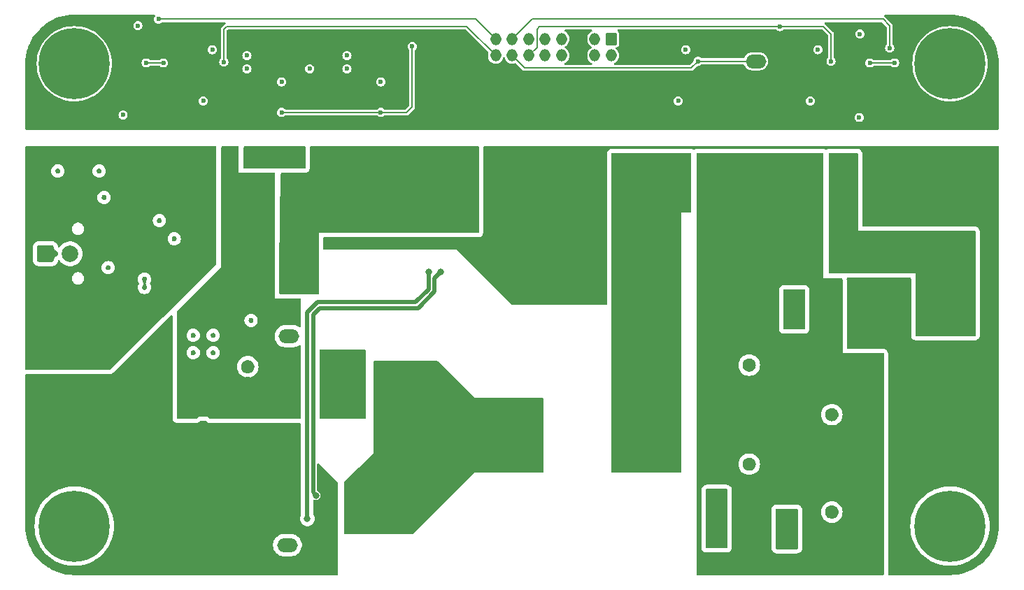
<source format=gbr>
%TF.GenerationSoftware,KiCad,Pcbnew,8.0.4*%
%TF.CreationDate,2024-08-07T19:09:05+02:00*%
%TF.ProjectId,ELE0124CL_power_buck,454c4530-3132-4344-934c-5f706f776572,1.0*%
%TF.SameCoordinates,Original*%
%TF.FileFunction,Copper,L4,Bot*%
%TF.FilePolarity,Positive*%
%FSLAX46Y46*%
G04 Gerber Fmt 4.6, Leading zero omitted, Abs format (unit mm)*
G04 Created by KiCad (PCBNEW 8.0.4) date 2024-08-07 19:09:05*
%MOMM*%
%LPD*%
G01*
G04 APERTURE LIST*
G04 Aperture macros list*
%AMRoundRect*
0 Rectangle with rounded corners*
0 $1 Rounding radius*
0 $2 $3 $4 $5 $6 $7 $8 $9 X,Y pos of 4 corners*
0 Add a 4 corners polygon primitive as box body*
4,1,4,$2,$3,$4,$5,$6,$7,$8,$9,$2,$3,0*
0 Add four circle primitives for the rounded corners*
1,1,$1+$1,$2,$3*
1,1,$1+$1,$4,$5*
1,1,$1+$1,$6,$7*
1,1,$1+$1,$8,$9*
0 Add four rect primitives between the rounded corners*
20,1,$1+$1,$2,$3,$4,$5,0*
20,1,$1+$1,$4,$5,$6,$7,0*
20,1,$1+$1,$6,$7,$8,$9,0*
20,1,$1+$1,$8,$9,$2,$3,0*%
G04 Aperture macros list end*
%TA.AperFunction,ComponentPad*%
%ADD10C,1.600000*%
%TD*%
%TA.AperFunction,ComponentPad*%
%ADD11C,1.200000*%
%TD*%
%TA.AperFunction,ComponentPad*%
%ADD12C,8.600000*%
%TD*%
%TA.AperFunction,ComponentPad*%
%ADD13RoundRect,0.050000X-1.250000X1.250000X-1.250000X-1.250000X1.250000X-1.250000X1.250000X1.250000X0*%
%TD*%
%TA.AperFunction,ComponentPad*%
%ADD14C,2.600000*%
%TD*%
%TA.AperFunction,ComponentPad*%
%ADD15O,2.500000X1.700000*%
%TD*%
%TA.AperFunction,ComponentPad*%
%ADD16RoundRect,0.200000X0.800000X-0.800000X0.800000X0.800000X-0.800000X0.800000X-0.800000X-0.800000X0*%
%TD*%
%TA.AperFunction,ComponentPad*%
%ADD17C,2.000000*%
%TD*%
%TA.AperFunction,ComponentPad*%
%ADD18RoundRect,0.043333X-0.606667X0.706667X-0.606667X-0.706667X0.606667X-0.706667X0.606667X0.706667X0*%
%TD*%
%TA.AperFunction,ComponentPad*%
%ADD19O,1.300000X1.500000*%
%TD*%
%TA.AperFunction,ComponentPad*%
%ADD20RoundRect,0.050000X1.250000X-1.250000X1.250000X1.250000X-1.250000X1.250000X-1.250000X-1.250000X0*%
%TD*%
%TA.AperFunction,ViaPad*%
%ADD21C,0.600000*%
%TD*%
%TA.AperFunction,ViaPad*%
%ADD22C,0.800000*%
%TD*%
%TA.AperFunction,Conductor*%
%ADD23C,0.500000*%
%TD*%
%TA.AperFunction,Conductor*%
%ADD24C,0.200000*%
%TD*%
G04 APERTURE END LIST*
D10*
%TO.P,C2,1*%
%TO.N,+24V*%
X92600000Y-109000000D03*
%TO.P,C2,2*%
%TO.N,GND_PWR*%
X92600000Y-111000000D03*
%TD*%
D11*
%TO.P,REF\u002A\u002A,1*%
%TO.N,N/C*%
X179775000Y-123000000D03*
X180719581Y-120719581D03*
X180719581Y-125280419D03*
X183000000Y-119775000D03*
D12*
X183000000Y-123000000D03*
D11*
X183000000Y-126225000D03*
X185280419Y-120719581D03*
X185280419Y-125280419D03*
X186225000Y-123000000D03*
%TD*%
D13*
%TO.P,J3,1,Pin_1*%
%TO.N,+VOUT_OUT*%
X183400000Y-97500000D03*
D14*
%TO.P,J3,2,Pin_2*%
%TO.N,GND_PWR*%
X183400000Y-102500000D03*
%TD*%
D15*
%TO.P,TP6,1,TP*%
%TO.N,/Gate Drivers/G_SENSE_L*%
X102800000Y-125300000D03*
%TD*%
D16*
%TO.P,J1,1*%
%TO.N,GND_PWR*%
X73500000Y-90000000D03*
D17*
%TO.P,J1,2*%
%TO.N,+12V*%
X76500000Y-90000000D03*
%TD*%
D15*
%TO.P,TP5,1,TP*%
%TO.N,/Gate Drivers/G_SENSE_H*%
X103000000Y-100000000D03*
%TD*%
D10*
%TO.P,C1,1*%
%TO.N,+24V*%
X98000000Y-105700000D03*
%TO.P,C1,2*%
%TO.N,GND_PWR*%
X98000000Y-103700000D03*
%TD*%
D11*
%TO.P,REF\u002A\u002A,1*%
%TO.N,N/C*%
X73775000Y-67000000D03*
X74719581Y-64719581D03*
X74719581Y-69280419D03*
X77000000Y-63775000D03*
D12*
X77000000Y-67000000D03*
D11*
X77000000Y-70225000D03*
X79280419Y-64719581D03*
X79280419Y-69280419D03*
X80225000Y-67000000D03*
%TD*%
D15*
%TO.P,TP7,1,TP*%
%TO.N,/Gate Drivers/SWITCHING_NODE*%
X118000000Y-112000000D03*
%TD*%
%TO.P,TP8,1,TP*%
%TO.N,GND_PWR*%
X95000000Y-120000000D03*
%TD*%
D10*
%TO.P,C8,1*%
%TO.N,+VOUT*%
X168700000Y-116300000D03*
%TO.P,C8,2*%
%TO.N,GND_PWR*%
X168700000Y-121300000D03*
%TD*%
D18*
%TO.P,J4,1,Pin_1*%
%TO.N,/PWM_H1*%
X142000000Y-64000000D03*
D19*
%TO.P,J4,2,Pin_2*%
%TO.N,/PWM_L1*%
X142000000Y-66000000D03*
%TO.P,J4,3,Pin_3*%
%TO.N,unconnected-(J4-Pin_3-Pad3)*%
X140000000Y-64000000D03*
%TO.P,J4,4,Pin_4*%
%TO.N,unconnected-(J4-Pin_4-Pad4)*%
X140000000Y-66000000D03*
%TO.P,J4,5,Pin_5*%
%TO.N,GND*%
X138000000Y-64000000D03*
%TO.P,J4,6,Pin_6*%
X138000000Y-66000000D03*
%TO.P,J4,7,Pin_7*%
%TO.N,+5V*%
X136000000Y-64000000D03*
%TO.P,J4,8,Pin_8*%
%TO.N,/RESET*%
X136000000Y-66000000D03*
%TO.P,J4,9,Pin_9*%
%TO.N,+3V3*%
X134000000Y-64000000D03*
%TO.P,J4,10,Pin_10*%
%TO.N,unconnected-(J4-Pin_10-Pad10)*%
X134000000Y-66000000D03*
%TO.P,J4,11,Pin_11*%
%TO.N,unconnected-(J4-Pin_11-Pad11)*%
X132000000Y-64000000D03*
%TO.P,J4,12,Pin_12*%
%TO.N,/ADC_6*%
X132000000Y-66000000D03*
%TO.P,J4,13,Pin_13*%
%TO.N,/ADC_0*%
X130000000Y-64000000D03*
%TO.P,J4,14,Pin_14*%
%TO.N,/ADC_1*%
X130000000Y-66000000D03*
%TO.P,J4,15,Pin_15*%
%TO.N,/ADC_2*%
X128000000Y-64000000D03*
%TO.P,J4,16,Pin_16*%
%TO.N,/ADC_3*%
X128000000Y-66000000D03*
%TD*%
D10*
%TO.P,C11,1*%
%TO.N,+VOUT*%
X158700000Y-110500000D03*
%TO.P,C11,2*%
%TO.N,GND_PWR*%
X158700000Y-115500000D03*
%TD*%
%TO.P,C7,1*%
%TO.N,+VOUT*%
X158700000Y-98500000D03*
%TO.P,C7,2*%
%TO.N,GND_PWR*%
X158700000Y-103500000D03*
%TD*%
D15*
%TO.P,TP1,1,TP*%
%TO.N,/ADC_1*%
X159500000Y-66700000D03*
%TD*%
D20*
%TO.P,J2,1,Pin_1*%
%TO.N,GND_PWR*%
X76600000Y-107500000D03*
D14*
%TO.P,J2,2,Pin_2*%
%TO.N,+24V_IN*%
X76600000Y-102500000D03*
%TD*%
D11*
%TO.P,REF\u002A\u002A,1*%
%TO.N,N/C*%
X73775000Y-123000000D03*
X74719581Y-120719581D03*
X74719581Y-125280419D03*
X77000000Y-119775000D03*
D12*
X77000000Y-123000000D03*
D11*
X77000000Y-126225000D03*
X79280419Y-120719581D03*
X79280419Y-125280419D03*
X80225000Y-123000000D03*
%TD*%
%TO.P,REF\u002A\u002A,1*%
%TO.N,N/C*%
X179775000Y-67000000D03*
X180719581Y-64719581D03*
X180719581Y-69280419D03*
X183000000Y-63775000D03*
D12*
X183000000Y-67000000D03*
D11*
X183000000Y-70225000D03*
X185280419Y-64719581D03*
X185280419Y-69280419D03*
X186225000Y-67000000D03*
%TD*%
D15*
%TO.P,TP13,1,TP*%
%TO.N,GND*%
X159500000Y-72200000D03*
%TD*%
D10*
%TO.P,C9,1*%
%TO.N,+VOUT*%
X168700000Y-104500000D03*
%TO.P,C9,2*%
%TO.N,GND_PWR*%
X168700000Y-109500000D03*
%TD*%
D21*
%TO.N,GND_PWR*%
X89100000Y-88200000D03*
X173300000Y-99800000D03*
X134000000Y-90000000D03*
X176300000Y-82400000D03*
X163400000Y-98400000D03*
D22*
X106300000Y-119300000D03*
D21*
X103600000Y-121000000D03*
X173400000Y-95000000D03*
X163900000Y-124000000D03*
X126600000Y-88800000D03*
X103600000Y-119000000D03*
D22*
X121350000Y-92250000D03*
D21*
X163900000Y-122600000D03*
X91400000Y-99900000D03*
X128200000Y-83000000D03*
X75000000Y-80000000D03*
X183000000Y-115000000D03*
X96800000Y-112800000D03*
X99200000Y-112800000D03*
X80000000Y-115000000D03*
X153900000Y-125000000D03*
X134000000Y-83000000D03*
X85500000Y-93100000D03*
X163900000Y-121600000D03*
X153900000Y-124000000D03*
X140000000Y-90000000D03*
X154000000Y-119200000D03*
X124200000Y-88800000D03*
X103600000Y-116900000D03*
X93000000Y-115000000D03*
X173300000Y-100800000D03*
X140000000Y-83000000D03*
X86000000Y-125000000D03*
X107000000Y-117000000D03*
X102000000Y-118000000D03*
X163900000Y-125000000D03*
X86000000Y-115000000D03*
X94000000Y-125000000D03*
X173400000Y-98400000D03*
X98400000Y-98100000D03*
X154000000Y-120200000D03*
X163400000Y-96000000D03*
X173400000Y-97400000D03*
X80600000Y-83200000D03*
X163400000Y-95000000D03*
X183000000Y-110000000D03*
X81100000Y-91700000D03*
X176300000Y-86300000D03*
X86000000Y-120000000D03*
X91400000Y-102000000D03*
X80000000Y-80000000D03*
X102000000Y-120000000D03*
X173400000Y-96000000D03*
X182100000Y-79900000D03*
X93800000Y-102000000D03*
X85500000Y-94100000D03*
X163400000Y-97400000D03*
X182100000Y-78300000D03*
X93800000Y-99900000D03*
X87300000Y-86000000D03*
X154000000Y-121600000D03*
X154000000Y-122600000D03*
X75000000Y-115000000D03*
%TO.N,+24V*%
X109100000Y-107900000D03*
X95200000Y-80200000D03*
X95200000Y-81600000D03*
X109100000Y-102700000D03*
X95800000Y-80900000D03*
X96400000Y-80200000D03*
X100300000Y-93100000D03*
X103000000Y-105000000D03*
X111500000Y-107900000D03*
X111500000Y-105300000D03*
X101000000Y-107000000D03*
X110300000Y-104000000D03*
X103000000Y-109000000D03*
X109100000Y-105300000D03*
X111500000Y-102700000D03*
X110300000Y-106600000D03*
%TO.N,+VOUT*%
X155400000Y-79000000D03*
X160000000Y-81600000D03*
X156500000Y-82900000D03*
X165700000Y-80300000D03*
X160000000Y-79000000D03*
X161100000Y-80300000D03*
X162300000Y-79000000D03*
X153100000Y-81600000D03*
X155400000Y-81600000D03*
X163400000Y-82900000D03*
X157700000Y-81600000D03*
X162300000Y-81600000D03*
X156500000Y-80300000D03*
X154200000Y-80300000D03*
X158800000Y-80300000D03*
X161100000Y-82900000D03*
X165700000Y-82900000D03*
X164600000Y-81600000D03*
X166900000Y-81600000D03*
X163400000Y-80300000D03*
X157700000Y-79000000D03*
X154200000Y-82900000D03*
X158800000Y-82900000D03*
%TO.N,GND*%
X98100000Y-71200000D03*
X84700000Y-66300000D03*
X178000000Y-68100000D03*
X178100000Y-73500000D03*
X171600000Y-65000000D03*
X162900000Y-74400000D03*
X109700000Y-69900000D03*
X89400000Y-74500000D03*
X171000000Y-69800000D03*
X97900000Y-73300000D03*
X105400000Y-66000000D03*
X147100000Y-66700000D03*
X97700000Y-69200000D03*
X120500000Y-73100000D03*
X89200000Y-73500000D03*
X154500000Y-63500000D03*
X170600000Y-63500000D03*
X83100000Y-74500000D03*
X146900000Y-74400000D03*
X89800000Y-66700000D03*
X110000000Y-71200000D03*
X130000000Y-72000000D03*
X89800000Y-68300000D03*
X163100000Y-66700000D03*
X81900000Y-71400000D03*
X147100000Y-68300000D03*
X163100000Y-68300000D03*
X97100000Y-63500000D03*
X140000000Y-72000000D03*
X171600000Y-66900000D03*
%TO.N,+5V*%
X166100000Y-71500000D03*
X97900000Y-66000000D03*
X110000000Y-66000000D03*
X92605000Y-71500000D03*
X114100000Y-69200000D03*
X150100000Y-71500000D03*
X105500000Y-67600000D03*
X151000000Y-65300000D03*
X93705000Y-65300000D03*
X97900000Y-67600000D03*
X102100000Y-69200000D03*
X167000000Y-65300000D03*
X110000000Y-67600000D03*
%TO.N,/Gate Drivers/VBOOT*%
X97900000Y-79300000D03*
X104600000Y-79300000D03*
%TO.N,/Gate Drivers/SWITCHING_NODE*%
X126300000Y-113300000D03*
X116200000Y-122500000D03*
X115100000Y-121300000D03*
X128600000Y-113300000D03*
X117400000Y-118700000D03*
X127400000Y-112000000D03*
X132000000Y-112000000D03*
X116200000Y-117400000D03*
X117400000Y-121300000D03*
X111600000Y-122500000D03*
X111600000Y-120000000D03*
X112800000Y-118700000D03*
X115100000Y-104000000D03*
X117000000Y-115000000D03*
X126300000Y-110700000D03*
X133200000Y-110700000D03*
X130900000Y-113300000D03*
X115100000Y-105900000D03*
X120000000Y-109000000D03*
X120000000Y-117000000D03*
X123000000Y-112000000D03*
X130900000Y-110700000D03*
X116200000Y-120000000D03*
X133200000Y-113300000D03*
X115100000Y-118700000D03*
X112800000Y-121300000D03*
X117000000Y-105000000D03*
X132000000Y-114500000D03*
X132000000Y-109400000D03*
X127400000Y-109400000D03*
X127400000Y-114500000D03*
X123000000Y-109000000D03*
X111600000Y-117400000D03*
X110500000Y-121300000D03*
X120000000Y-115000000D03*
X117000000Y-109000000D03*
X128600000Y-110700000D03*
X120000000Y-107000000D03*
X113900000Y-107400000D03*
X117000000Y-107000000D03*
X110500000Y-118700000D03*
X123000000Y-115000000D03*
X120000000Y-105000000D03*
%TO.N,+12V*%
X111600000Y-87100000D03*
X105800000Y-94000000D03*
X125400000Y-81700000D03*
X104300000Y-92600000D03*
X102800000Y-92600000D03*
X102800000Y-94000000D03*
X105800000Y-92600000D03*
X116600000Y-79100000D03*
X104300000Y-94000000D03*
X124200000Y-83000000D03*
%TO.N,+3V3*%
X172000000Y-73500000D03*
X84700000Y-62400000D03*
X172100000Y-63400000D03*
X82900000Y-73200000D03*
%TO.N,+24V_IN*%
X88400000Y-80200000D03*
X90800000Y-81400000D03*
X86800000Y-80200000D03*
X91600000Y-80200000D03*
X86000000Y-79000000D03*
X89100000Y-93800000D03*
X89200000Y-79000000D03*
X87600000Y-81400000D03*
X92400000Y-81400000D03*
X90000000Y-80200000D03*
X93200000Y-80200000D03*
X89200000Y-81400000D03*
X87600000Y-79000000D03*
X90800000Y-79000000D03*
X86000000Y-81400000D03*
%TO.N,+VOUT_OUT*%
X185300000Y-93300000D03*
X170200000Y-80300000D03*
X170200000Y-82900000D03*
X179600000Y-94600000D03*
X171300000Y-81600000D03*
X184200000Y-94600000D03*
X181900000Y-94600000D03*
X183000000Y-93300000D03*
X179600000Y-92000000D03*
X169000000Y-81600000D03*
X181900000Y-92000000D03*
X183000000Y-90700000D03*
X180700000Y-90700000D03*
X180700000Y-93300000D03*
X185300000Y-90700000D03*
X184200000Y-92000000D03*
X171300000Y-79000000D03*
%TO.N,/ADC_3*%
X95105000Y-66800000D03*
%TO.N,/ADC_2*%
X87200000Y-61600000D03*
%TO.N,/ADC_0*%
X175700000Y-65100000D03*
%TO.N,/RESET*%
X114100000Y-72900000D03*
X117900000Y-64900000D03*
X102100000Y-72900000D03*
%TO.N,/ADC_1*%
X152500000Y-66700000D03*
%TO.N,/ADC_6*%
X168600000Y-66700000D03*
X162400000Y-62500000D03*
%TO.N,Net-(L1-Pad2)*%
X145000000Y-113300000D03*
X149600000Y-113300000D03*
X148400000Y-109400000D03*
X143800000Y-114500000D03*
X147300000Y-110700000D03*
X149800000Y-80300000D03*
X144000000Y-81600000D03*
X145200000Y-82900000D03*
X148600000Y-81600000D03*
X146300000Y-81600000D03*
X142900000Y-80300000D03*
X142700000Y-113300000D03*
X149800000Y-82900000D03*
X145200000Y-80300000D03*
X147500000Y-80300000D03*
X149600000Y-110700000D03*
X147500000Y-82900000D03*
X147300000Y-113300000D03*
X142700000Y-110700000D03*
X146300000Y-79000000D03*
X148400000Y-114500000D03*
X150900000Y-81600000D03*
X143800000Y-109400000D03*
X142900000Y-82900000D03*
X144000000Y-79000000D03*
X148400000Y-112000000D03*
X145000000Y-110700000D03*
X143800000Y-112000000D03*
D22*
%TO.N,/Gate Drivers/G_SENSE_L*%
X119900000Y-92200000D03*
X105200000Y-122100000D03*
D21*
%TO.N,Net-(U8A-IN1+)*%
X87800000Y-66900000D03*
X85700000Y-66900000D03*
%TO.N,Net-(U12A-IN1+)*%
X173300000Y-66900000D03*
X176300000Y-66900000D03*
%TD*%
D23*
%TO.N,GND_PWR*%
X121350000Y-92250000D02*
X120600000Y-93000000D01*
X118600000Y-96600000D02*
X106700000Y-96600000D01*
X120600000Y-94600000D02*
X118600000Y-96600000D01*
X120600000Y-93000000D02*
X120600000Y-94600000D01*
X105900000Y-97400000D02*
X105900000Y-118900000D01*
X105900000Y-118900000D02*
X106300000Y-119300000D01*
X106700000Y-96600000D02*
X105900000Y-97400000D01*
D24*
%TO.N,/ADC_3*%
X95105000Y-66800000D02*
X95105000Y-62800000D01*
X124500000Y-62500000D02*
X128000000Y-66000000D01*
X95405000Y-62500000D02*
X124500000Y-62500000D01*
X95105000Y-62800000D02*
X95405000Y-62500000D01*
%TO.N,/ADC_2*%
X87200000Y-61600000D02*
X125600000Y-61600000D01*
X125600000Y-61600000D02*
X128000000Y-64000000D01*
%TO.N,/ADC_0*%
X174900000Y-61600000D02*
X175700000Y-62400000D01*
X130000000Y-64000000D02*
X132400000Y-61600000D01*
X132400000Y-61600000D02*
X174900000Y-61600000D01*
X175700000Y-62400000D02*
X175700000Y-65100000D01*
%TO.N,/RESET*%
X117200000Y-72900000D02*
X114100000Y-72900000D01*
X117900000Y-64900000D02*
X117900000Y-72200000D01*
X117900000Y-72200000D02*
X117200000Y-72900000D01*
X102100000Y-72900000D02*
X114100000Y-72900000D01*
%TO.N,/ADC_1*%
X130000000Y-66000000D02*
X131500000Y-67500000D01*
X131500000Y-67500000D02*
X151700000Y-67500000D01*
X151700000Y-67500000D02*
X152500000Y-66700000D01*
X152500000Y-66700000D02*
X159500000Y-66700000D01*
%TO.N,/ADC_6*%
X167700000Y-62500000D02*
X168600000Y-63400000D01*
X133000000Y-65000000D02*
X133000000Y-62800000D01*
X163800000Y-62500000D02*
X167700000Y-62500000D01*
X132000000Y-66000000D02*
X133000000Y-65000000D01*
X133300000Y-62500000D02*
X163800000Y-62500000D01*
X133000000Y-62800000D02*
X133300000Y-62500000D01*
X168600000Y-63400000D02*
X168600000Y-66700000D01*
D23*
%TO.N,/Gate Drivers/G_SENSE_L*%
X119900000Y-94310050D02*
X119900000Y-92200000D01*
X106410050Y-95900000D02*
X118310050Y-95900000D01*
X118310050Y-95900000D02*
X119900000Y-94310050D01*
X105200000Y-122100000D02*
X105200000Y-97110050D01*
X105200000Y-97110050D02*
X106410050Y-95900000D01*
D24*
%TO.N,Net-(U8A-IN1+)*%
X85700000Y-66900000D02*
X87800000Y-66900000D01*
%TO.N,Net-(U12A-IN1+)*%
X173300000Y-66900000D02*
X176300000Y-66900000D01*
%TD*%
%TA.AperFunction,Conductor*%
%TO.N,/Gate Drivers/SWITCHING_NODE*%
G36*
X121015677Y-103019685D02*
G01*
X121036319Y-103036319D01*
X125500000Y-107500000D01*
X133676000Y-107500000D01*
X133743039Y-107519685D01*
X133788794Y-107572489D01*
X133800000Y-107624000D01*
X133800000Y-116376000D01*
X133780315Y-116443039D01*
X133727511Y-116488794D01*
X133676000Y-116500000D01*
X125399999Y-116500000D01*
X117936319Y-123963681D01*
X117874996Y-123997166D01*
X117848638Y-124000000D01*
X109824000Y-124000000D01*
X109756961Y-123980315D01*
X109711206Y-123927511D01*
X109700000Y-123876000D01*
X109700000Y-117652418D01*
X109719685Y-117585379D01*
X109737599Y-117563475D01*
X113200000Y-114200000D01*
X113200000Y-103124000D01*
X113219685Y-103056961D01*
X113272489Y-103011206D01*
X113324000Y-103000000D01*
X120948638Y-103000000D01*
X121015677Y-103019685D01*
G37*
%TD.AperFunction*%
%TD*%
%TA.AperFunction,Conductor*%
%TO.N,GND_PWR*%
G36*
X88814285Y-97458201D02*
G01*
X88870055Y-97500289D01*
X88894218Y-97565848D01*
X88894500Y-97574213D01*
X88894500Y-98099996D01*
X88894500Y-99899996D01*
X88894500Y-101999996D01*
X88894500Y-103699998D01*
X88894500Y-109876000D01*
X88894501Y-109876009D01*
X88906052Y-109983450D01*
X88906054Y-109983462D01*
X88917260Y-110034972D01*
X88951383Y-110137497D01*
X88951386Y-110137503D01*
X89029171Y-110258537D01*
X89029179Y-110258548D01*
X89074923Y-110311340D01*
X89074926Y-110311343D01*
X89074930Y-110311347D01*
X89183664Y-110405567D01*
X89183667Y-110405568D01*
X89183668Y-110405569D01*
X89300899Y-110459108D01*
X89314541Y-110465338D01*
X89381580Y-110485023D01*
X89381584Y-110485024D01*
X89524000Y-110505500D01*
X89524003Y-110505500D01*
X91721690Y-110505500D01*
X91721697Y-110505500D01*
X91731772Y-110505400D01*
X91736688Y-110505302D01*
X91746653Y-110505005D01*
X91888145Y-110478898D01*
X91888149Y-110478896D01*
X91888152Y-110478896D01*
X91946830Y-110459108D01*
X91947636Y-110458892D01*
X91954352Y-110456570D01*
X91954357Y-110456570D01*
X92082762Y-110391657D01*
X92192093Y-110315102D01*
X92210810Y-110304295D01*
X92226252Y-110297094D01*
X92254617Y-110283866D01*
X92323694Y-110273374D01*
X92339110Y-110276471D01*
X92373308Y-110285635D01*
X92535230Y-110299801D01*
X92599998Y-110305468D01*
X92600000Y-110305468D01*
X92600002Y-110305468D01*
X92656673Y-110300509D01*
X92826692Y-110285635D01*
X92860881Y-110276474D01*
X92930730Y-110278137D01*
X92945379Y-110283867D01*
X92975764Y-110298036D01*
X92989185Y-110304294D01*
X93007903Y-110315101D01*
X93117241Y-110391660D01*
X93125538Y-110397346D01*
X93129617Y-110400083D01*
X93129631Y-110400092D01*
X93137967Y-110405567D01*
X93268844Y-110465338D01*
X93335883Y-110485023D01*
X93335887Y-110485024D01*
X93478303Y-110505500D01*
X93478306Y-110505500D01*
X104276000Y-110505500D01*
X104343039Y-110525185D01*
X104388794Y-110577989D01*
X104400000Y-110629500D01*
X104400000Y-113200000D01*
X104413181Y-113213181D01*
X104446666Y-113274504D01*
X104449500Y-113300862D01*
X104449500Y-121565677D01*
X104432887Y-121627677D01*
X104372821Y-121731714D01*
X104346418Y-121812975D01*
X104314326Y-121911744D01*
X104294540Y-122100000D01*
X104314326Y-122288256D01*
X104314327Y-122288259D01*
X104372818Y-122468277D01*
X104372821Y-122468284D01*
X104467467Y-122632216D01*
X104594129Y-122772888D01*
X104747265Y-122884148D01*
X104747270Y-122884151D01*
X104920192Y-122961142D01*
X104920197Y-122961144D01*
X105105354Y-123000500D01*
X105105355Y-123000500D01*
X105294644Y-123000500D01*
X105294646Y-123000500D01*
X105479803Y-122961144D01*
X105652730Y-122884151D01*
X105805871Y-122772888D01*
X105932533Y-122632216D01*
X106027179Y-122468284D01*
X106085674Y-122288256D01*
X106105460Y-122100000D01*
X106085674Y-121911744D01*
X106027179Y-121731716D01*
X106008301Y-121699018D01*
X105967113Y-121627677D01*
X105950500Y-121565677D01*
X105950500Y-119923654D01*
X105970185Y-119856615D01*
X106022989Y-119810860D01*
X106075335Y-119803333D01*
X106075335Y-119800000D01*
X106500000Y-119800000D01*
X106800000Y-119500000D01*
X106800000Y-119100000D01*
X106500000Y-118800000D01*
X106477212Y-118790561D01*
X106478799Y-118786727D01*
X106456961Y-118780315D01*
X106411206Y-118727511D01*
X106400000Y-118676000D01*
X106400000Y-115499362D01*
X106419685Y-115432323D01*
X106472489Y-115386568D01*
X106541647Y-115376624D01*
X106605203Y-115405649D01*
X106611681Y-115411681D01*
X108863681Y-117663681D01*
X108897166Y-117725004D01*
X108900000Y-117751362D01*
X108900000Y-128815500D01*
X108880315Y-128882539D01*
X108827511Y-128928294D01*
X108776000Y-128939500D01*
X77002425Y-128939500D01*
X76997557Y-128939404D01*
X76538859Y-128921382D01*
X76529152Y-128920618D01*
X76075695Y-128866947D01*
X76066079Y-128865424D01*
X75618230Y-128776341D01*
X75608762Y-128774068D01*
X75169291Y-128650124D01*
X75160031Y-128647116D01*
X74731621Y-128489067D01*
X74722626Y-128485341D01*
X74307938Y-128294168D01*
X74299277Y-128289755D01*
X73900854Y-128066627D01*
X73892573Y-128061552D01*
X73864830Y-128043015D01*
X73512899Y-127807862D01*
X73505022Y-127802139D01*
X73219623Y-127577149D01*
X73146423Y-127519442D01*
X73139023Y-127513122D01*
X73074849Y-127453800D01*
X72803709Y-127203161D01*
X72796838Y-127196290D01*
X72486872Y-126860970D01*
X72480554Y-126853573D01*
X72404394Y-126756965D01*
X72197857Y-126494974D01*
X72192137Y-126487100D01*
X72182898Y-126473273D01*
X71938442Y-126107417D01*
X71933376Y-126099152D01*
X71710239Y-125700713D01*
X71705831Y-125692061D01*
X71705429Y-125691190D01*
X71514658Y-125277373D01*
X71510932Y-125268378D01*
X71352883Y-124839968D01*
X71349875Y-124830708D01*
X71322840Y-124734848D01*
X71225930Y-124391233D01*
X71223658Y-124381769D01*
X71196558Y-124245530D01*
X71134574Y-123933914D01*
X71133052Y-123924304D01*
X71127335Y-123876000D01*
X71079379Y-123470828D01*
X71078618Y-123461158D01*
X71060596Y-123002443D01*
X71060548Y-122999996D01*
X72194661Y-122999996D01*
X72194661Y-123000003D01*
X72214005Y-123430737D01*
X72214005Y-123430745D01*
X72214006Y-123430747D01*
X72219438Y-123470847D01*
X72271885Y-123858027D01*
X72367830Y-124278391D01*
X72501073Y-124688472D01*
X72501076Y-124688480D01*
X72670533Y-125084947D01*
X72670537Y-125084955D01*
X72729063Y-125193713D01*
X72874863Y-125464655D01*
X72874867Y-125464661D01*
X72874867Y-125464662D01*
X73112394Y-125824501D01*
X73112404Y-125824514D01*
X73381225Y-126161607D01*
X73381235Y-126161618D01*
X73381236Y-126161619D01*
X73679210Y-126473274D01*
X74003920Y-126756965D01*
X74003930Y-126756972D01*
X74003931Y-126756973D01*
X74339524Y-127000796D01*
X74352753Y-127010407D01*
X74722900Y-127231560D01*
X74722903Y-127231561D01*
X74722904Y-127231562D01*
X74722906Y-127231563D01*
X75111372Y-127418639D01*
X75111386Y-127418645D01*
X75515055Y-127570144D01*
X75515059Y-127570145D01*
X75515069Y-127570149D01*
X75930711Y-127684859D01*
X76354964Y-127761850D01*
X76784409Y-127800500D01*
X76784416Y-127800500D01*
X77215584Y-127800500D01*
X77215591Y-127800500D01*
X77645036Y-127761850D01*
X78069289Y-127684859D01*
X78484931Y-127570149D01*
X78888619Y-127418643D01*
X79277100Y-127231560D01*
X79647247Y-127010407D01*
X79996080Y-126756965D01*
X80320790Y-126473274D01*
X80618764Y-126161619D01*
X80661982Y-126107426D01*
X80887595Y-125824514D01*
X80887601Y-125824507D01*
X81125137Y-125464655D01*
X81270937Y-125193713D01*
X101049500Y-125193713D01*
X101049500Y-125406286D01*
X101070653Y-125539845D01*
X101082754Y-125616243D01*
X101142050Y-125798737D01*
X101148444Y-125818414D01*
X101244951Y-126007820D01*
X101369890Y-126179786D01*
X101520213Y-126330109D01*
X101692179Y-126455048D01*
X101692181Y-126455049D01*
X101692184Y-126455051D01*
X101881588Y-126551557D01*
X102083757Y-126617246D01*
X102293713Y-126650500D01*
X102293714Y-126650500D01*
X103306286Y-126650500D01*
X103306287Y-126650500D01*
X103516243Y-126617246D01*
X103718412Y-126551557D01*
X103907816Y-126455051D01*
X103929789Y-126439086D01*
X104079786Y-126330109D01*
X104079788Y-126330106D01*
X104079792Y-126330104D01*
X104230104Y-126179792D01*
X104230106Y-126179788D01*
X104230109Y-126179786D01*
X104355048Y-126007820D01*
X104355047Y-126007820D01*
X104355051Y-126007816D01*
X104451557Y-125818412D01*
X104517246Y-125616243D01*
X104550500Y-125406287D01*
X104550500Y-125193713D01*
X104517246Y-124983757D01*
X104451557Y-124781588D01*
X104355051Y-124592184D01*
X104355049Y-124592181D01*
X104355048Y-124592179D01*
X104230109Y-124420213D01*
X104079786Y-124269890D01*
X103907820Y-124144951D01*
X103718414Y-124048444D01*
X103718413Y-124048443D01*
X103718412Y-124048443D01*
X103516243Y-123982754D01*
X103516241Y-123982753D01*
X103516240Y-123982753D01*
X103354957Y-123957208D01*
X103306287Y-123949500D01*
X102293713Y-123949500D01*
X102245042Y-123957208D01*
X102083760Y-123982753D01*
X101881585Y-124048444D01*
X101692179Y-124144951D01*
X101520213Y-124269890D01*
X101369890Y-124420213D01*
X101244951Y-124592179D01*
X101148444Y-124781585D01*
X101148443Y-124781587D01*
X101148443Y-124781588D01*
X101130956Y-124835406D01*
X101082753Y-124983760D01*
X101049500Y-125193713D01*
X81270937Y-125193713D01*
X81329461Y-125084958D01*
X81498926Y-124688475D01*
X81632168Y-124278397D01*
X81728115Y-123858026D01*
X81785994Y-123430747D01*
X81805339Y-123000000D01*
X81785994Y-122569253D01*
X81728115Y-122141974D01*
X81632168Y-121721603D01*
X81498926Y-121311525D01*
X81395276Y-121069024D01*
X81329466Y-120915052D01*
X81329462Y-120915044D01*
X81321894Y-120900981D01*
X81125137Y-120535345D01*
X81125132Y-120535337D01*
X80887605Y-120175498D01*
X80887595Y-120175485D01*
X80618774Y-119838392D01*
X80618762Y-119838379D01*
X80585254Y-119803333D01*
X80320790Y-119526726D01*
X79996080Y-119243035D01*
X79996068Y-119243026D01*
X79647256Y-118989599D01*
X79647251Y-118989596D01*
X79647247Y-118989593D01*
X79277100Y-118768440D01*
X79277095Y-118768437D01*
X79277093Y-118768436D01*
X78888627Y-118581360D01*
X78888613Y-118581354D01*
X78484944Y-118429855D01*
X78484919Y-118429847D01*
X78069295Y-118315142D01*
X77645043Y-118238151D01*
X77645040Y-118238150D01*
X77645036Y-118238150D01*
X77215591Y-118199500D01*
X76784409Y-118199500D01*
X76354964Y-118238150D01*
X76354960Y-118238150D01*
X76354956Y-118238151D01*
X75930704Y-118315142D01*
X75515080Y-118429847D01*
X75515055Y-118429855D01*
X75111386Y-118581354D01*
X75111372Y-118581360D01*
X74722906Y-118768436D01*
X74722904Y-118768437D01*
X74352743Y-118989599D01*
X74003931Y-119243026D01*
X74003914Y-119243039D01*
X73679210Y-119526726D01*
X73679205Y-119526730D01*
X73381237Y-119838379D01*
X73381225Y-119838392D01*
X73112404Y-120175485D01*
X73112394Y-120175498D01*
X72874867Y-120535337D01*
X72874867Y-120535338D01*
X72874864Y-120535343D01*
X72874863Y-120535345D01*
X72864462Y-120554673D01*
X72670537Y-120915044D01*
X72670533Y-120915052D01*
X72501076Y-121311519D01*
X72501073Y-121311527D01*
X72367830Y-121721608D01*
X72271885Y-122141972D01*
X72214006Y-122569253D01*
X72214005Y-122569262D01*
X72194661Y-122999996D01*
X71060548Y-122999996D01*
X71060500Y-122997575D01*
X71060500Y-104729500D01*
X71080185Y-104662461D01*
X71132989Y-104616706D01*
X71184500Y-104605500D01*
X81248908Y-104605500D01*
X81248920Y-104605500D01*
X81301976Y-104602708D01*
X81327862Y-104599976D01*
X81380334Y-104591630D01*
X81380340Y-104591627D01*
X81380347Y-104591626D01*
X81451673Y-104565338D01*
X81515338Y-104541874D01*
X81576791Y-104508628D01*
X81692308Y-104422853D01*
X88683162Y-97486190D01*
X88744614Y-97452945D01*
X88814285Y-97458201D01*
G37*
%TD.AperFunction*%
%TA.AperFunction,Conductor*%
G36*
X188882539Y-77019685D02*
G01*
X188928294Y-77072489D01*
X188939500Y-77124000D01*
X188939500Y-122997575D01*
X188939404Y-123002443D01*
X188921382Y-123461140D01*
X188920618Y-123470847D01*
X188866947Y-123924304D01*
X188865424Y-123933920D01*
X188776341Y-124381769D01*
X188774068Y-124391237D01*
X188650124Y-124830708D01*
X188647116Y-124839968D01*
X188489067Y-125268378D01*
X188485341Y-125277373D01*
X188294168Y-125692061D01*
X188289749Y-125700732D01*
X188066633Y-126099133D01*
X188061552Y-126107426D01*
X187807862Y-126487100D01*
X187802139Y-126494977D01*
X187519445Y-126853573D01*
X187513122Y-126860976D01*
X187203168Y-127196283D01*
X187196283Y-127203168D01*
X186860976Y-127513122D01*
X186853573Y-127519445D01*
X186494977Y-127802139D01*
X186487100Y-127807862D01*
X186107426Y-128061552D01*
X186099133Y-128066633D01*
X185714014Y-128282312D01*
X185700736Y-128289748D01*
X185692061Y-128294168D01*
X185277373Y-128485341D01*
X185268378Y-128489067D01*
X184839968Y-128647116D01*
X184830708Y-128650124D01*
X184391237Y-128774068D01*
X184381769Y-128776341D01*
X183933920Y-128865424D01*
X183924304Y-128866947D01*
X183470847Y-128920618D01*
X183461140Y-128921382D01*
X183002443Y-128939404D01*
X182997575Y-128939500D01*
X175629500Y-128939500D01*
X175562461Y-128919815D01*
X175516706Y-128867011D01*
X175505500Y-128815500D01*
X175505500Y-122999996D01*
X178194661Y-122999996D01*
X178194661Y-123000003D01*
X178214005Y-123430737D01*
X178214005Y-123430745D01*
X178214006Y-123430747D01*
X178219438Y-123470847D01*
X178271885Y-123858027D01*
X178367830Y-124278391D01*
X178501073Y-124688472D01*
X178501076Y-124688480D01*
X178670533Y-125084947D01*
X178670537Y-125084955D01*
X178729063Y-125193713D01*
X178874863Y-125464655D01*
X178874867Y-125464661D01*
X178874867Y-125464662D01*
X179112394Y-125824501D01*
X179112404Y-125824514D01*
X179381225Y-126161607D01*
X179381235Y-126161618D01*
X179381236Y-126161619D01*
X179679210Y-126473274D01*
X180003920Y-126756965D01*
X180003930Y-126756972D01*
X180003931Y-126756973D01*
X180339524Y-127000796D01*
X180352753Y-127010407D01*
X180722900Y-127231560D01*
X180722903Y-127231561D01*
X180722904Y-127231562D01*
X180722906Y-127231563D01*
X181111372Y-127418639D01*
X181111386Y-127418645D01*
X181515055Y-127570144D01*
X181515059Y-127570145D01*
X181515069Y-127570149D01*
X181930711Y-127684859D01*
X182354964Y-127761850D01*
X182784409Y-127800500D01*
X182784416Y-127800500D01*
X183215584Y-127800500D01*
X183215591Y-127800500D01*
X183645036Y-127761850D01*
X184069289Y-127684859D01*
X184484931Y-127570149D01*
X184888619Y-127418643D01*
X185277100Y-127231560D01*
X185647247Y-127010407D01*
X185996080Y-126756965D01*
X186320790Y-126473274D01*
X186618764Y-126161619D01*
X186661982Y-126107426D01*
X186887595Y-125824514D01*
X186887601Y-125824507D01*
X187125137Y-125464655D01*
X187329461Y-125084958D01*
X187498926Y-124688475D01*
X187632168Y-124278397D01*
X187728115Y-123858026D01*
X187785994Y-123430747D01*
X187805339Y-123000000D01*
X187785994Y-122569253D01*
X187728115Y-122141974D01*
X187632168Y-121721603D01*
X187498926Y-121311525D01*
X187395276Y-121069024D01*
X187329466Y-120915052D01*
X187329462Y-120915044D01*
X187321894Y-120900981D01*
X187125137Y-120535345D01*
X187125132Y-120535337D01*
X186887605Y-120175498D01*
X186887595Y-120175485D01*
X186618774Y-119838392D01*
X186618762Y-119838379D01*
X186585254Y-119803333D01*
X186320790Y-119526726D01*
X185996080Y-119243035D01*
X185996068Y-119243026D01*
X185647256Y-118989599D01*
X185647251Y-118989596D01*
X185647247Y-118989593D01*
X185277100Y-118768440D01*
X185277095Y-118768437D01*
X185277093Y-118768436D01*
X184888627Y-118581360D01*
X184888613Y-118581354D01*
X184484944Y-118429855D01*
X184484919Y-118429847D01*
X184069295Y-118315142D01*
X183645043Y-118238151D01*
X183645040Y-118238150D01*
X183645036Y-118238150D01*
X183215591Y-118199500D01*
X182784409Y-118199500D01*
X182354964Y-118238150D01*
X182354960Y-118238150D01*
X182354956Y-118238151D01*
X181930704Y-118315142D01*
X181515080Y-118429847D01*
X181515055Y-118429855D01*
X181111386Y-118581354D01*
X181111372Y-118581360D01*
X180722906Y-118768436D01*
X180722904Y-118768437D01*
X180352743Y-118989599D01*
X180003931Y-119243026D01*
X180003914Y-119243039D01*
X179679210Y-119526726D01*
X179679205Y-119526730D01*
X179381237Y-119838379D01*
X179381225Y-119838392D01*
X179112404Y-120175485D01*
X179112394Y-120175498D01*
X178874867Y-120535337D01*
X178874867Y-120535338D01*
X178874864Y-120535343D01*
X178874863Y-120535345D01*
X178864462Y-120554673D01*
X178670537Y-120915044D01*
X178670533Y-120915052D01*
X178501076Y-121311519D01*
X178501073Y-121311527D01*
X178367830Y-121721608D01*
X178271885Y-122141972D01*
X178214006Y-122569253D01*
X178214005Y-122569262D01*
X178194661Y-122999996D01*
X175505500Y-122999996D01*
X175505500Y-102124010D01*
X175505500Y-102124000D01*
X175493947Y-102016544D01*
X175482741Y-101965033D01*
X175472393Y-101933942D01*
X175448616Y-101862502D01*
X175448613Y-101862496D01*
X175373272Y-101745265D01*
X175370825Y-101741457D01*
X175369533Y-101739966D01*
X175325076Y-101688659D01*
X175325072Y-101688656D01*
X175325070Y-101688653D01*
X175216336Y-101594433D01*
X175216333Y-101594431D01*
X175216331Y-101594430D01*
X175085465Y-101534664D01*
X175085460Y-101534662D01*
X175085459Y-101534662D01*
X175018420Y-101514977D01*
X175018422Y-101514977D01*
X175018417Y-101514976D01*
X174970944Y-101508150D01*
X174876000Y-101494500D01*
X174875998Y-101494500D01*
X170629500Y-101494500D01*
X170562461Y-101474815D01*
X170516706Y-101422011D01*
X170505500Y-101370500D01*
X170505500Y-93124010D01*
X170505500Y-93124000D01*
X170496765Y-93042754D01*
X170509170Y-92973996D01*
X170556780Y-92922858D01*
X170620054Y-92905500D01*
X178170500Y-92905500D01*
X178237539Y-92925185D01*
X178283294Y-92977989D01*
X178294500Y-93029500D01*
X178294500Y-99876000D01*
X178294501Y-99876009D01*
X178306052Y-99983450D01*
X178306054Y-99983462D01*
X178317260Y-100034972D01*
X178351383Y-100137497D01*
X178351386Y-100137503D01*
X178429171Y-100258537D01*
X178429179Y-100258548D01*
X178474923Y-100311340D01*
X178474926Y-100311343D01*
X178474930Y-100311347D01*
X178583664Y-100405567D01*
X178583667Y-100405568D01*
X178583668Y-100405569D01*
X178677925Y-100448616D01*
X178714541Y-100465338D01*
X178781580Y-100485023D01*
X178781584Y-100485024D01*
X178924000Y-100505500D01*
X178924003Y-100505500D01*
X185975990Y-100505500D01*
X185976000Y-100505500D01*
X186083456Y-100493947D01*
X186134967Y-100482741D01*
X186169197Y-100471347D01*
X186237497Y-100448616D01*
X186237501Y-100448613D01*
X186237504Y-100448613D01*
X186358543Y-100370825D01*
X186411347Y-100325070D01*
X186505567Y-100216336D01*
X186565338Y-100085459D01*
X186585023Y-100018420D01*
X186585024Y-100018416D01*
X186605500Y-99876000D01*
X186605500Y-87324000D01*
X186593947Y-87216544D01*
X186582741Y-87165033D01*
X186582637Y-87164722D01*
X186548616Y-87062502D01*
X186548613Y-87062496D01*
X186470828Y-86941462D01*
X186470825Y-86941457D01*
X186470820Y-86941451D01*
X186425076Y-86888659D01*
X186425072Y-86888656D01*
X186425070Y-86888653D01*
X186316336Y-86794433D01*
X186316333Y-86794431D01*
X186316331Y-86794430D01*
X186185465Y-86734664D01*
X186185460Y-86734662D01*
X186185459Y-86734662D01*
X186118420Y-86714977D01*
X186118422Y-86714977D01*
X186118417Y-86714976D01*
X186070944Y-86708150D01*
X185976000Y-86694500D01*
X185975998Y-86694500D01*
X172529500Y-86694500D01*
X172462461Y-86674815D01*
X172416706Y-86622011D01*
X172405500Y-86570500D01*
X172405500Y-77924010D01*
X172405500Y-77924000D01*
X172393947Y-77816544D01*
X172382741Y-77765033D01*
X172382637Y-77764722D01*
X172348616Y-77662502D01*
X172348613Y-77662496D01*
X172270828Y-77541462D01*
X172270825Y-77541457D01*
X172270820Y-77541451D01*
X172225076Y-77488659D01*
X172225072Y-77488656D01*
X172225070Y-77488653D01*
X172116336Y-77394433D01*
X172116333Y-77394431D01*
X172116331Y-77394430D01*
X171985465Y-77334664D01*
X171985460Y-77334662D01*
X171985459Y-77334662D01*
X171918420Y-77314977D01*
X171918422Y-77314977D01*
X171918417Y-77314976D01*
X171856347Y-77306052D01*
X171776000Y-77294500D01*
X168424000Y-77294500D01*
X168423991Y-77294500D01*
X168423990Y-77294501D01*
X168316549Y-77306052D01*
X168316537Y-77306054D01*
X168265027Y-77317260D01*
X168162502Y-77351383D01*
X168162498Y-77351385D01*
X168070726Y-77410364D01*
X168003687Y-77430048D01*
X167936647Y-77410363D01*
X167922483Y-77399759D01*
X167916339Y-77394435D01*
X167916331Y-77394430D01*
X167785465Y-77334664D01*
X167785460Y-77334662D01*
X167785459Y-77334662D01*
X167718420Y-77314977D01*
X167718422Y-77314977D01*
X167718417Y-77314976D01*
X167656347Y-77306052D01*
X167576000Y-77294500D01*
X152424000Y-77294500D01*
X152423991Y-77294500D01*
X152423990Y-77294501D01*
X152316549Y-77306052D01*
X152316537Y-77306054D01*
X152265027Y-77317260D01*
X152162502Y-77351383D01*
X152162498Y-77351385D01*
X152070726Y-77410364D01*
X152003687Y-77430048D01*
X151936647Y-77410363D01*
X151922483Y-77399759D01*
X151916339Y-77394435D01*
X151916331Y-77394430D01*
X151785465Y-77334664D01*
X151785460Y-77334662D01*
X151785459Y-77334662D01*
X151718420Y-77314977D01*
X151718422Y-77314977D01*
X151718417Y-77314976D01*
X151656347Y-77306052D01*
X151576000Y-77294500D01*
X142124000Y-77294500D01*
X142123991Y-77294500D01*
X142123990Y-77294501D01*
X142016549Y-77306052D01*
X142016537Y-77306054D01*
X141965027Y-77317260D01*
X141862502Y-77351383D01*
X141862496Y-77351386D01*
X141741462Y-77429171D01*
X141741451Y-77429179D01*
X141688659Y-77474923D01*
X141594433Y-77583664D01*
X141594430Y-77583668D01*
X141534664Y-77714534D01*
X141514976Y-77781582D01*
X141509949Y-77816549D01*
X141494502Y-77923990D01*
X141494500Y-77924001D01*
X141494500Y-96076000D01*
X141474815Y-96143039D01*
X141422011Y-96188794D01*
X141370500Y-96200000D01*
X130051362Y-96200000D01*
X129984323Y-96180315D01*
X129963681Y-96163681D01*
X123300000Y-89500000D01*
X107229500Y-89500000D01*
X107162461Y-89480315D01*
X107116706Y-89427511D01*
X107105500Y-89376000D01*
X107105500Y-88129500D01*
X107125185Y-88062461D01*
X107177989Y-88016706D01*
X107229500Y-88005500D01*
X125875990Y-88005500D01*
X125876000Y-88005500D01*
X125983456Y-87993947D01*
X126034967Y-87982741D01*
X126079554Y-87967901D01*
X126137497Y-87948616D01*
X126137501Y-87948613D01*
X126137504Y-87948613D01*
X126258543Y-87870825D01*
X126311347Y-87825070D01*
X126405567Y-87716336D01*
X126465338Y-87585459D01*
X126485023Y-87518420D01*
X126485024Y-87518416D01*
X126505500Y-87376000D01*
X126505500Y-77124000D01*
X126525185Y-77056961D01*
X126577989Y-77011206D01*
X126629500Y-77000000D01*
X188815500Y-77000000D01*
X188882539Y-77019685D01*
G37*
%TD.AperFunction*%
%TA.AperFunction,Conductor*%
G36*
X168827770Y-120513139D02*
G01*
X168849046Y-120516890D01*
X168962463Y-120547280D01*
X168982772Y-120554673D01*
X169089185Y-120604294D01*
X169107898Y-120615097D01*
X169204089Y-120682450D01*
X169220647Y-120696344D01*
X169303650Y-120779347D01*
X169317543Y-120795904D01*
X169384899Y-120892097D01*
X169395704Y-120910812D01*
X169432875Y-120990525D01*
X169445323Y-121017220D01*
X169452716Y-121037531D01*
X169483105Y-121150947D01*
X169486858Y-121172232D01*
X169497091Y-121289191D01*
X169497091Y-121310807D01*
X169486858Y-121427766D01*
X169483105Y-121449051D01*
X169452716Y-121562467D01*
X169445323Y-121582779D01*
X169395705Y-121689185D01*
X169384898Y-121707903D01*
X169317550Y-121804086D01*
X169303656Y-121820644D01*
X169220644Y-121903656D01*
X169204086Y-121917550D01*
X169107903Y-121984898D01*
X169089184Y-121995705D01*
X168982779Y-122045322D01*
X168962468Y-122052715D01*
X168849054Y-122083104D01*
X168827768Y-122086857D01*
X168712612Y-122096932D01*
X168712565Y-122096936D01*
X168710751Y-122097094D01*
X168689191Y-122097091D01*
X168682702Y-122096523D01*
X168682653Y-122096518D01*
X168572229Y-122086857D01*
X168550944Y-122083104D01*
X168437530Y-122052715D01*
X168417224Y-122045325D01*
X168310804Y-121995700D01*
X168292097Y-121984899D01*
X168195904Y-121917543D01*
X168179347Y-121903650D01*
X168096344Y-121820647D01*
X168082450Y-121804089D01*
X168082448Y-121804086D01*
X168015097Y-121707898D01*
X168004294Y-121689185D01*
X167954673Y-121582772D01*
X167947280Y-121562462D01*
X167916890Y-121449046D01*
X167913139Y-121427766D01*
X167902907Y-121310800D01*
X167902907Y-121289191D01*
X167913139Y-121172231D01*
X167916890Y-121150952D01*
X167947281Y-121037530D01*
X167954673Y-121017225D01*
X167970922Y-120982379D01*
X168004297Y-120910805D01*
X168015094Y-120892103D01*
X168082454Y-120795902D01*
X168096338Y-120779356D01*
X168179356Y-120696338D01*
X168195902Y-120682454D01*
X168292103Y-120615094D01*
X168310805Y-120604297D01*
X168417225Y-120554673D01*
X168437530Y-120547281D01*
X168550952Y-120516890D01*
X168572225Y-120513139D01*
X168689197Y-120502907D01*
X168710801Y-120502907D01*
X168827770Y-120513139D01*
G37*
%TD.AperFunction*%
%TA.AperFunction,Conductor*%
G36*
X158827770Y-114713139D02*
G01*
X158849046Y-114716890D01*
X158962463Y-114747280D01*
X158982772Y-114754673D01*
X159089185Y-114804294D01*
X159107898Y-114815097D01*
X159204089Y-114882450D01*
X159220647Y-114896344D01*
X159303650Y-114979347D01*
X159317543Y-114995904D01*
X159384899Y-115092097D01*
X159395707Y-115110817D01*
X159445323Y-115217220D01*
X159452716Y-115237531D01*
X159483105Y-115350947D01*
X159486858Y-115372232D01*
X159497091Y-115489191D01*
X159497091Y-115510807D01*
X159486858Y-115627766D01*
X159483105Y-115649051D01*
X159452716Y-115762467D01*
X159445323Y-115782779D01*
X159395705Y-115889185D01*
X159384898Y-115907903D01*
X159317550Y-116004086D01*
X159303656Y-116020644D01*
X159220644Y-116103656D01*
X159204086Y-116117550D01*
X159107903Y-116184898D01*
X159089184Y-116195705D01*
X158982779Y-116245322D01*
X158962468Y-116252715D01*
X158849054Y-116283104D01*
X158827768Y-116286857D01*
X158712612Y-116296932D01*
X158712565Y-116296936D01*
X158710751Y-116297094D01*
X158689191Y-116297091D01*
X158682702Y-116296523D01*
X158682653Y-116296518D01*
X158572229Y-116286857D01*
X158550944Y-116283104D01*
X158437530Y-116252715D01*
X158417224Y-116245325D01*
X158310804Y-116195700D01*
X158292097Y-116184899D01*
X158195904Y-116117543D01*
X158179347Y-116103650D01*
X158096344Y-116020647D01*
X158082450Y-116004089D01*
X158082448Y-116004086D01*
X158015097Y-115907898D01*
X158004294Y-115889185D01*
X157954673Y-115782772D01*
X157947280Y-115762462D01*
X157916890Y-115649046D01*
X157913139Y-115627766D01*
X157902907Y-115510800D01*
X157902907Y-115489191D01*
X157909688Y-115411681D01*
X157913139Y-115372225D01*
X157916890Y-115350952D01*
X157947281Y-115237530D01*
X157954673Y-115217225D01*
X158004292Y-115110817D01*
X158004297Y-115110805D01*
X158015094Y-115092103D01*
X158082454Y-114995902D01*
X158096338Y-114979356D01*
X158179356Y-114896338D01*
X158195902Y-114882454D01*
X158292103Y-114815094D01*
X158310805Y-114804297D01*
X158417225Y-114754673D01*
X158437530Y-114747281D01*
X158550952Y-114716890D01*
X158572225Y-114713139D01*
X158689197Y-114702907D01*
X158710801Y-114702907D01*
X158827770Y-114713139D01*
G37*
%TD.AperFunction*%
%TA.AperFunction,Conductor*%
G36*
X168827770Y-108713139D02*
G01*
X168849046Y-108716890D01*
X168962463Y-108747280D01*
X168982772Y-108754673D01*
X169089185Y-108804294D01*
X169107898Y-108815097D01*
X169204089Y-108882450D01*
X169220647Y-108896344D01*
X169303650Y-108979347D01*
X169317543Y-108995904D01*
X169384899Y-109092097D01*
X169395707Y-109110817D01*
X169445323Y-109217220D01*
X169452716Y-109237531D01*
X169483105Y-109350947D01*
X169486858Y-109372232D01*
X169497091Y-109489191D01*
X169497091Y-109510807D01*
X169486858Y-109627766D01*
X169483105Y-109649051D01*
X169452716Y-109762467D01*
X169445323Y-109782779D01*
X169395705Y-109889185D01*
X169384898Y-109907903D01*
X169317550Y-110004086D01*
X169303656Y-110020644D01*
X169220644Y-110103656D01*
X169204086Y-110117550D01*
X169107903Y-110184898D01*
X169089184Y-110195705D01*
X168982779Y-110245322D01*
X168962468Y-110252715D01*
X168849054Y-110283104D01*
X168827768Y-110286857D01*
X168712612Y-110296932D01*
X168712565Y-110296936D01*
X168710751Y-110297094D01*
X168689191Y-110297091D01*
X168682702Y-110296523D01*
X168682653Y-110296518D01*
X168572229Y-110286857D01*
X168550944Y-110283104D01*
X168437530Y-110252715D01*
X168417224Y-110245325D01*
X168310804Y-110195700D01*
X168292097Y-110184899D01*
X168195904Y-110117543D01*
X168179347Y-110103650D01*
X168096344Y-110020647D01*
X168082450Y-110004089D01*
X168067999Y-109983450D01*
X168015097Y-109907898D01*
X168004294Y-109889185D01*
X167954673Y-109782772D01*
X167947280Y-109762462D01*
X167916890Y-109649046D01*
X167913139Y-109627766D01*
X167902907Y-109510800D01*
X167902907Y-109489191D01*
X167913139Y-109372231D01*
X167916890Y-109350952D01*
X167947281Y-109237530D01*
X167954673Y-109217225D01*
X168004292Y-109110817D01*
X168004297Y-109110805D01*
X168015094Y-109092103D01*
X168082454Y-108995902D01*
X168096338Y-108979356D01*
X168179356Y-108896338D01*
X168195902Y-108882454D01*
X168292103Y-108815094D01*
X168310805Y-108804297D01*
X168417225Y-108754673D01*
X168437530Y-108747281D01*
X168550952Y-108716890D01*
X168572225Y-108713139D01*
X168689197Y-108702907D01*
X168710801Y-108702907D01*
X168827770Y-108713139D01*
G37*
%TD.AperFunction*%
%TA.AperFunction,Conductor*%
G36*
X98127770Y-102913139D02*
G01*
X98149046Y-102916890D01*
X98262463Y-102947280D01*
X98282772Y-102954673D01*
X98352145Y-102987022D01*
X98371192Y-102995904D01*
X98389185Y-103004294D01*
X98407898Y-103015097D01*
X98504089Y-103082450D01*
X98520647Y-103096344D01*
X98603650Y-103179347D01*
X98617543Y-103195904D01*
X98684899Y-103292097D01*
X98695704Y-103310812D01*
X98724345Y-103372232D01*
X98745323Y-103417220D01*
X98752716Y-103437531D01*
X98783105Y-103550947D01*
X98786858Y-103572232D01*
X98797091Y-103689191D01*
X98797091Y-103710807D01*
X98786858Y-103827766D01*
X98783105Y-103849051D01*
X98752716Y-103962467D01*
X98745323Y-103982779D01*
X98695705Y-104089185D01*
X98684898Y-104107903D01*
X98617550Y-104204086D01*
X98603656Y-104220644D01*
X98520644Y-104303656D01*
X98504086Y-104317550D01*
X98407907Y-104384895D01*
X98389188Y-104395702D01*
X98345375Y-104416132D01*
X98276297Y-104426624D01*
X98260878Y-104423525D01*
X98226697Y-104414366D01*
X98226693Y-104414365D01*
X98226692Y-104414365D01*
X98226691Y-104414364D01*
X98226686Y-104414364D01*
X98000002Y-104394532D01*
X97999999Y-104394532D01*
X97773313Y-104414364D01*
X97773301Y-104414366D01*
X97739114Y-104423526D01*
X97669264Y-104421861D01*
X97654621Y-104416132D01*
X97610817Y-104395706D01*
X97592098Y-104384899D01*
X97495905Y-104317544D01*
X97479347Y-104303650D01*
X97396344Y-104220647D01*
X97382450Y-104204089D01*
X97369013Y-104184899D01*
X97315097Y-104107898D01*
X97304294Y-104089185D01*
X97254673Y-103982772D01*
X97247280Y-103962462D01*
X97216890Y-103849046D01*
X97213139Y-103827766D01*
X97202907Y-103710800D01*
X97202907Y-103689191D01*
X97213139Y-103572225D01*
X97216890Y-103550952D01*
X97247281Y-103437530D01*
X97254673Y-103417225D01*
X97266161Y-103392588D01*
X97304297Y-103310805D01*
X97315094Y-103292103D01*
X97382454Y-103195902D01*
X97396338Y-103179356D01*
X97479356Y-103096338D01*
X97495902Y-103082454D01*
X97592103Y-103015094D01*
X97610805Y-103004297D01*
X97717225Y-102954673D01*
X97737530Y-102947281D01*
X97850952Y-102916890D01*
X97872225Y-102913139D01*
X97989197Y-102902907D01*
X98010801Y-102902907D01*
X98127770Y-102913139D01*
G37*
%TD.AperFunction*%
%TA.AperFunction,Conductor*%
G36*
X158827770Y-102713139D02*
G01*
X158849046Y-102716890D01*
X158962463Y-102747280D01*
X158982772Y-102754673D01*
X159089185Y-102804294D01*
X159107898Y-102815097D01*
X159204089Y-102882450D01*
X159220647Y-102896344D01*
X159303650Y-102979347D01*
X159317543Y-102995904D01*
X159384899Y-103092097D01*
X159395704Y-103110812D01*
X159431242Y-103187023D01*
X159445323Y-103217220D01*
X159452716Y-103237531D01*
X159483105Y-103350947D01*
X159486858Y-103372232D01*
X159497091Y-103489191D01*
X159497091Y-103510807D01*
X159486858Y-103627766D01*
X159483105Y-103649051D01*
X159452716Y-103762467D01*
X159445323Y-103782779D01*
X159395705Y-103889185D01*
X159384898Y-103907903D01*
X159317550Y-104004086D01*
X159303656Y-104020644D01*
X159220644Y-104103656D01*
X159204086Y-104117550D01*
X159107903Y-104184898D01*
X159089184Y-104195705D01*
X158982779Y-104245322D01*
X158962468Y-104252715D01*
X158849054Y-104283104D01*
X158827768Y-104286857D01*
X158712612Y-104296932D01*
X158712565Y-104296936D01*
X158710751Y-104297094D01*
X158689191Y-104297091D01*
X158682702Y-104296523D01*
X158682653Y-104296518D01*
X158572229Y-104286857D01*
X158550944Y-104283104D01*
X158437530Y-104252715D01*
X158417224Y-104245325D01*
X158310804Y-104195700D01*
X158292097Y-104184899D01*
X158195904Y-104117543D01*
X158179347Y-104103650D01*
X158096344Y-104020647D01*
X158082450Y-104004089D01*
X158053303Y-103962462D01*
X158015097Y-103907898D01*
X158004294Y-103889185D01*
X157954673Y-103782772D01*
X157947280Y-103762462D01*
X157933439Y-103710807D01*
X157916890Y-103649046D01*
X157913139Y-103627766D01*
X157908281Y-103572231D01*
X157902907Y-103510800D01*
X157902907Y-103489191D01*
X157907426Y-103437535D01*
X157913139Y-103372225D01*
X157916890Y-103350952D01*
X157947281Y-103237530D01*
X157954673Y-103217225D01*
X158004292Y-103110817D01*
X158004297Y-103110805D01*
X158015094Y-103092103D01*
X158082454Y-102995902D01*
X158096338Y-102979356D01*
X158179356Y-102896338D01*
X158195902Y-102882454D01*
X158292103Y-102815094D01*
X158310805Y-102804297D01*
X158417225Y-102754673D01*
X158437530Y-102747281D01*
X158550952Y-102716890D01*
X158572225Y-102713139D01*
X158689197Y-102702907D01*
X158710801Y-102702907D01*
X158827770Y-102713139D01*
G37*
%TD.AperFunction*%
%TA.AperFunction,Conductor*%
G36*
X91452173Y-101709010D02*
G01*
X91479239Y-101715188D01*
X91515617Y-101727917D01*
X91540641Y-101739969D01*
X91549063Y-101745262D01*
X91573263Y-101760467D01*
X91594975Y-101777781D01*
X91622217Y-101805023D01*
X91639529Y-101826731D01*
X91660034Y-101859364D01*
X91672080Y-101884378D01*
X91684810Y-101920755D01*
X91690988Y-101947823D01*
X91692927Y-101965033D01*
X91695302Y-101986113D01*
X91695301Y-102013877D01*
X91690986Y-102052174D01*
X91684808Y-102079244D01*
X91672081Y-102115617D01*
X91660032Y-102140636D01*
X91639529Y-102173266D01*
X91622217Y-102194975D01*
X91594975Y-102222217D01*
X91573266Y-102239529D01*
X91540636Y-102260032D01*
X91515618Y-102272081D01*
X91479243Y-102284809D01*
X91452172Y-102290987D01*
X91413882Y-102295301D01*
X91386116Y-102295301D01*
X91347826Y-102290987D01*
X91320755Y-102284809D01*
X91284380Y-102272081D01*
X91259362Y-102260032D01*
X91226732Y-102239529D01*
X91205023Y-102222217D01*
X91177782Y-102194976D01*
X91160469Y-102173267D01*
X91139963Y-102140632D01*
X91127919Y-102115623D01*
X91115188Y-102079240D01*
X91109012Y-102052175D01*
X91104697Y-102013875D01*
X91104697Y-101986111D01*
X91107072Y-101965033D01*
X91109010Y-101947825D01*
X91115186Y-101920761D01*
X91127919Y-101884373D01*
X91139966Y-101859361D01*
X91160469Y-101826731D01*
X91177777Y-101805026D01*
X91205026Y-101777777D01*
X91226731Y-101760469D01*
X91259361Y-101739966D01*
X91284373Y-101727919D01*
X91320761Y-101715186D01*
X91347822Y-101709010D01*
X91386118Y-101704696D01*
X91413880Y-101704696D01*
X91452173Y-101709010D01*
G37*
%TD.AperFunction*%
%TA.AperFunction,Conductor*%
G36*
X93852173Y-101709010D02*
G01*
X93879239Y-101715188D01*
X93915617Y-101727917D01*
X93940641Y-101739969D01*
X93949063Y-101745262D01*
X93973263Y-101760467D01*
X93994975Y-101777781D01*
X94022217Y-101805023D01*
X94039529Y-101826732D01*
X94060032Y-101859362D01*
X94072081Y-101884381D01*
X94084808Y-101920754D01*
X94090986Y-101947821D01*
X94095301Y-101986111D01*
X94095301Y-102013882D01*
X94090986Y-102052176D01*
X94084808Y-102079244D01*
X94072081Y-102115617D01*
X94060032Y-102140636D01*
X94039529Y-102173266D01*
X94022217Y-102194975D01*
X93994975Y-102222217D01*
X93973266Y-102239529D01*
X93940636Y-102260032D01*
X93915618Y-102272081D01*
X93879243Y-102284809D01*
X93852172Y-102290987D01*
X93813882Y-102295301D01*
X93786116Y-102295301D01*
X93747826Y-102290987D01*
X93720755Y-102284809D01*
X93684380Y-102272081D01*
X93659362Y-102260032D01*
X93626732Y-102239529D01*
X93605023Y-102222217D01*
X93577782Y-102194976D01*
X93560469Y-102173267D01*
X93539963Y-102140632D01*
X93527919Y-102115623D01*
X93515188Y-102079240D01*
X93509012Y-102052175D01*
X93504697Y-102013875D01*
X93504697Y-101986111D01*
X93507072Y-101965033D01*
X93509010Y-101947825D01*
X93515186Y-101920761D01*
X93527919Y-101884373D01*
X93539966Y-101859361D01*
X93560469Y-101826731D01*
X93577777Y-101805026D01*
X93605026Y-101777777D01*
X93626731Y-101760469D01*
X93659361Y-101739966D01*
X93684373Y-101727919D01*
X93720761Y-101715186D01*
X93747822Y-101709010D01*
X93786118Y-101704696D01*
X93813880Y-101704696D01*
X93852173Y-101709010D01*
G37*
%TD.AperFunction*%
%TA.AperFunction,Conductor*%
G36*
X91452173Y-99609010D02*
G01*
X91479237Y-99615187D01*
X91515620Y-99627918D01*
X91540636Y-99639966D01*
X91573266Y-99660469D01*
X91594975Y-99677781D01*
X91622217Y-99705023D01*
X91639529Y-99726731D01*
X91660034Y-99759364D01*
X91672080Y-99784378D01*
X91684810Y-99820755D01*
X91690988Y-99847823D01*
X91694162Y-99875997D01*
X91695302Y-99886113D01*
X91695301Y-99913877D01*
X91690986Y-99952174D01*
X91684808Y-99979244D01*
X91672081Y-100015617D01*
X91660032Y-100040636D01*
X91639529Y-100073266D01*
X91622217Y-100094975D01*
X91594975Y-100122217D01*
X91573266Y-100139529D01*
X91540636Y-100160032D01*
X91515618Y-100172081D01*
X91479243Y-100184809D01*
X91452172Y-100190987D01*
X91413882Y-100195301D01*
X91386116Y-100195301D01*
X91347826Y-100190987D01*
X91320755Y-100184809D01*
X91284380Y-100172081D01*
X91259362Y-100160032D01*
X91226732Y-100139529D01*
X91205023Y-100122217D01*
X91177781Y-100094975D01*
X91160469Y-100073266D01*
X91139966Y-100040636D01*
X91127918Y-100015619D01*
X91115190Y-99979245D01*
X91109011Y-99952174D01*
X91104696Y-99913870D01*
X91104697Y-99886111D01*
X91109010Y-99847825D01*
X91115186Y-99820761D01*
X91127919Y-99784373D01*
X91139966Y-99759361D01*
X91160469Y-99726731D01*
X91177777Y-99705026D01*
X91205026Y-99677777D01*
X91226731Y-99660469D01*
X91259361Y-99639966D01*
X91284373Y-99627919D01*
X91320761Y-99615186D01*
X91347822Y-99609010D01*
X91386118Y-99604696D01*
X91413880Y-99604696D01*
X91452173Y-99609010D01*
G37*
%TD.AperFunction*%
%TA.AperFunction,Conductor*%
G36*
X93852173Y-99609010D02*
G01*
X93879237Y-99615187D01*
X93915620Y-99627918D01*
X93940636Y-99639966D01*
X93973266Y-99660469D01*
X93994975Y-99677781D01*
X94022217Y-99705023D01*
X94039529Y-99726732D01*
X94060032Y-99759362D01*
X94072081Y-99784381D01*
X94084808Y-99820754D01*
X94090986Y-99847821D01*
X94095301Y-99886111D01*
X94095301Y-99913882D01*
X94090986Y-99952176D01*
X94084808Y-99979244D01*
X94072081Y-100015617D01*
X94060032Y-100040636D01*
X94039529Y-100073266D01*
X94022217Y-100094975D01*
X93994975Y-100122217D01*
X93973266Y-100139529D01*
X93940636Y-100160032D01*
X93915618Y-100172081D01*
X93879243Y-100184809D01*
X93852172Y-100190987D01*
X93813882Y-100195301D01*
X93786116Y-100195301D01*
X93747826Y-100190987D01*
X93720755Y-100184809D01*
X93684380Y-100172081D01*
X93659362Y-100160032D01*
X93626732Y-100139529D01*
X93605023Y-100122217D01*
X93577781Y-100094975D01*
X93560469Y-100073266D01*
X93539966Y-100040636D01*
X93527918Y-100015619D01*
X93515190Y-99979245D01*
X93509011Y-99952174D01*
X93504696Y-99913870D01*
X93504697Y-99886111D01*
X93509010Y-99847825D01*
X93515186Y-99820761D01*
X93527919Y-99784373D01*
X93539966Y-99759361D01*
X93560469Y-99726731D01*
X93577777Y-99705026D01*
X93605026Y-99677777D01*
X93626731Y-99660469D01*
X93659361Y-99639966D01*
X93684373Y-99627919D01*
X93720761Y-99615186D01*
X93747822Y-99609010D01*
X93786118Y-99604696D01*
X93813880Y-99604696D01*
X93852173Y-99609010D01*
G37*
%TD.AperFunction*%
%TA.AperFunction,Conductor*%
G36*
X98452173Y-97809010D02*
G01*
X98479237Y-97815187D01*
X98515620Y-97827918D01*
X98540636Y-97839966D01*
X98573266Y-97860469D01*
X98594975Y-97877781D01*
X98622217Y-97905023D01*
X98639529Y-97926732D01*
X98660032Y-97959362D01*
X98672081Y-97984381D01*
X98684808Y-98020754D01*
X98690986Y-98047821D01*
X98695301Y-98086111D01*
X98695301Y-98113882D01*
X98690986Y-98152176D01*
X98684808Y-98179244D01*
X98672081Y-98215617D01*
X98660032Y-98240636D01*
X98639529Y-98273266D01*
X98622217Y-98294975D01*
X98594975Y-98322217D01*
X98573266Y-98339529D01*
X98540636Y-98360032D01*
X98515618Y-98372081D01*
X98479243Y-98384809D01*
X98452172Y-98390987D01*
X98413882Y-98395301D01*
X98386116Y-98395301D01*
X98347826Y-98390987D01*
X98320754Y-98384808D01*
X98284380Y-98372080D01*
X98259364Y-98360033D01*
X98226733Y-98339530D01*
X98205023Y-98322217D01*
X98177781Y-98294975D01*
X98160469Y-98273266D01*
X98139966Y-98240636D01*
X98127918Y-98215619D01*
X98115190Y-98179245D01*
X98109011Y-98152175D01*
X98104696Y-98113870D01*
X98104697Y-98086111D01*
X98109010Y-98047829D01*
X98115186Y-98020761D01*
X98127919Y-97984373D01*
X98139966Y-97959361D01*
X98160469Y-97926731D01*
X98177777Y-97905026D01*
X98205026Y-97877777D01*
X98226731Y-97860469D01*
X98259361Y-97839966D01*
X98284373Y-97827919D01*
X98320761Y-97815186D01*
X98347822Y-97809010D01*
X98386118Y-97804696D01*
X98413880Y-97804696D01*
X98452173Y-97809010D01*
G37*
%TD.AperFunction*%
%TA.AperFunction,Conductor*%
G36*
X85552173Y-92809010D02*
G01*
X85579237Y-92815187D01*
X85615620Y-92827918D01*
X85640638Y-92839967D01*
X85656767Y-92850102D01*
X85656768Y-92850103D01*
X85656769Y-92850103D01*
X85662664Y-92853807D01*
X85662665Y-92853808D01*
X85673269Y-92860471D01*
X85694977Y-92877783D01*
X85722218Y-92905024D01*
X85739528Y-92926730D01*
X85760032Y-92959361D01*
X85772079Y-92984377D01*
X85784808Y-93020754D01*
X85790987Y-93047826D01*
X85795301Y-93086116D01*
X85795301Y-93113881D01*
X85790987Y-93152172D01*
X85784808Y-93179245D01*
X85772080Y-93215619D01*
X85760035Y-93240633D01*
X85744670Y-93265087D01*
X85744666Y-93265094D01*
X85687670Y-93391599D01*
X85668667Y-93456318D01*
X85668666Y-93456320D01*
X85648215Y-93593587D01*
X85667239Y-93736197D01*
X85686244Y-93803449D01*
X85744674Y-93934920D01*
X85760032Y-93959362D01*
X85772079Y-93984378D01*
X85784807Y-94020752D01*
X85790986Y-94047821D01*
X85795301Y-94086111D01*
X85795301Y-94113882D01*
X85790986Y-94152176D01*
X85784808Y-94179244D01*
X85772081Y-94215617D01*
X85760032Y-94240636D01*
X85739529Y-94273266D01*
X85722217Y-94294975D01*
X85694975Y-94322217D01*
X85673266Y-94339529D01*
X85640636Y-94360032D01*
X85615618Y-94372081D01*
X85579243Y-94384809D01*
X85552172Y-94390987D01*
X85513882Y-94395301D01*
X85486116Y-94395301D01*
X85447826Y-94390987D01*
X85420755Y-94384809D01*
X85384380Y-94372081D01*
X85359362Y-94360032D01*
X85326732Y-94339529D01*
X85305023Y-94322217D01*
X85277781Y-94294975D01*
X85260469Y-94273266D01*
X85239966Y-94240636D01*
X85227918Y-94215619D01*
X85215190Y-94179245D01*
X85209011Y-94152176D01*
X85204696Y-94113870D01*
X85204697Y-94086113D01*
X85209012Y-94047816D01*
X85215189Y-94020749D01*
X85227917Y-93984378D01*
X85239962Y-93959369D01*
X85255320Y-93934927D01*
X85255325Y-93934918D01*
X85255328Y-93934914D01*
X85312331Y-93808393D01*
X85331331Y-93743688D01*
X85351783Y-93606421D01*
X85332760Y-93463804D01*
X85313760Y-93396567D01*
X85255329Y-93265089D01*
X85239963Y-93240634D01*
X85227918Y-93215623D01*
X85215188Y-93179245D01*
X85209011Y-93152181D01*
X85204696Y-93113871D01*
X85204697Y-93086112D01*
X85209010Y-93047829D01*
X85215186Y-93020761D01*
X85227919Y-92984373D01*
X85239966Y-92959361D01*
X85260469Y-92926731D01*
X85277777Y-92905026D01*
X85305026Y-92877777D01*
X85326731Y-92860469D01*
X85359361Y-92839966D01*
X85384373Y-92827919D01*
X85420761Y-92815186D01*
X85447822Y-92809010D01*
X85486118Y-92804696D01*
X85513880Y-92804696D01*
X85552173Y-92809010D01*
G37*
%TD.AperFunction*%
%TA.AperFunction,Conductor*%
G36*
X81152173Y-91409010D02*
G01*
X81179237Y-91415187D01*
X81215620Y-91427918D01*
X81240636Y-91439966D01*
X81273266Y-91460469D01*
X81294975Y-91477781D01*
X81322217Y-91505023D01*
X81339529Y-91526732D01*
X81360032Y-91559362D01*
X81372081Y-91584381D01*
X81384808Y-91620754D01*
X81390986Y-91647821D01*
X81395301Y-91686111D01*
X81395301Y-91713882D01*
X81390986Y-91752176D01*
X81384808Y-91779244D01*
X81372081Y-91815617D01*
X81360032Y-91840636D01*
X81339529Y-91873266D01*
X81322217Y-91894975D01*
X81294975Y-91922217D01*
X81273266Y-91939529D01*
X81240636Y-91960032D01*
X81215618Y-91972081D01*
X81179243Y-91984809D01*
X81152172Y-91990987D01*
X81113882Y-91995301D01*
X81086116Y-91995301D01*
X81047827Y-91990987D01*
X81020758Y-91984809D01*
X80984381Y-91972081D01*
X80959360Y-91960032D01*
X80937336Y-91946193D01*
X80937335Y-91946192D01*
X80926725Y-91939525D01*
X80905022Y-91922216D01*
X80877781Y-91894975D01*
X80860469Y-91873266D01*
X80839966Y-91840636D01*
X80827918Y-91815619D01*
X80815190Y-91779245D01*
X80809011Y-91752175D01*
X80804696Y-91713870D01*
X80804697Y-91686111D01*
X80809010Y-91647829D01*
X80815186Y-91620761D01*
X80827919Y-91584373D01*
X80839966Y-91559361D01*
X80860469Y-91526731D01*
X80877777Y-91505026D01*
X80905026Y-91477777D01*
X80926731Y-91460469D01*
X80959361Y-91439966D01*
X80984373Y-91427919D01*
X81020761Y-91415186D01*
X81047822Y-91409010D01*
X81086118Y-91404696D01*
X81113880Y-91404696D01*
X81152173Y-91409010D01*
G37*
%TD.AperFunction*%
%TA.AperFunction,Conductor*%
G36*
X74347691Y-89010612D02*
G01*
X74366246Y-89016394D01*
X74393507Y-89028664D01*
X74408265Y-89037586D01*
X74431794Y-89056020D01*
X74443978Y-89068204D01*
X74462414Y-89091736D01*
X74471336Y-89106495D01*
X74483604Y-89133752D01*
X74491195Y-89158111D01*
X74491508Y-89177112D01*
X74494035Y-89176701D01*
X74506100Y-89250824D01*
X74518954Y-89308387D01*
X74577737Y-89439711D01*
X74577738Y-89439712D01*
X74615069Y-89498773D01*
X74615072Y-89498777D01*
X74708473Y-89608220D01*
X74828925Y-89686915D01*
X74828928Y-89686916D01*
X74828929Y-89686917D01*
X74886381Y-89713679D01*
X74887923Y-89714498D01*
X74892268Y-89716421D01*
X74918754Y-89724414D01*
X74977248Y-89762627D01*
X75005796Y-89826398D01*
X75006507Y-89853365D01*
X74994357Y-90000000D01*
X75006307Y-90144218D01*
X74992225Y-90212654D01*
X74943380Y-90262613D01*
X74912343Y-90274869D01*
X74888495Y-90280733D01*
X74888487Y-90280737D01*
X74764116Y-90353060D01*
X74709327Y-90396424D01*
X74610365Y-90500861D01*
X74610363Y-90500865D01*
X74544832Y-90628950D01*
X74544830Y-90628955D01*
X74536448Y-90653418D01*
X74533599Y-90659727D01*
X74533871Y-90659835D01*
X74530614Y-90668078D01*
X74530159Y-90669993D01*
X74526832Y-90681486D01*
X74515844Y-90713559D01*
X74517132Y-90721080D01*
X74514601Y-90735416D01*
X74505376Y-90774211D01*
X74499465Y-90784556D01*
X74496704Y-90814929D01*
X74491599Y-90840587D01*
X74483606Y-90866240D01*
X74471337Y-90893503D01*
X74462416Y-90908260D01*
X74443980Y-90931791D01*
X74431791Y-90943980D01*
X74408258Y-90962417D01*
X74393502Y-90971337D01*
X74366250Y-90983603D01*
X74347701Y-90989384D01*
X74310805Y-90995000D01*
X72689193Y-90995000D01*
X72652303Y-90989385D01*
X72633750Y-90983603D01*
X72606496Y-90971337D01*
X72591733Y-90962412D01*
X72568204Y-90943978D01*
X72556021Y-90931795D01*
X72537583Y-90908261D01*
X72537582Y-90908260D01*
X72528659Y-90893498D01*
X72516392Y-90866238D01*
X72510614Y-90847694D01*
X72505000Y-90810807D01*
X72505000Y-89189189D01*
X72510613Y-89152304D01*
X72516392Y-89133757D01*
X72528658Y-89106500D01*
X72537590Y-89091726D01*
X72556020Y-89068204D01*
X72568205Y-89056018D01*
X72591728Y-89037588D01*
X72606501Y-89028658D01*
X72633761Y-89016391D01*
X72652302Y-89010614D01*
X72689189Y-89005000D01*
X74310807Y-89005000D01*
X74347691Y-89010612D01*
G37*
%TD.AperFunction*%
%TA.AperFunction,Conductor*%
G36*
X89152173Y-87909010D02*
G01*
X89179237Y-87915187D01*
X89215620Y-87927918D01*
X89240636Y-87939966D01*
X89273266Y-87960469D01*
X89294975Y-87977781D01*
X89322217Y-88005023D01*
X89339529Y-88026732D01*
X89360032Y-88059362D01*
X89372081Y-88084381D01*
X89384808Y-88120754D01*
X89390986Y-88147821D01*
X89395301Y-88186111D01*
X89395301Y-88213882D01*
X89390986Y-88252176D01*
X89384808Y-88279244D01*
X89372081Y-88315617D01*
X89360032Y-88340636D01*
X89339529Y-88373266D01*
X89322217Y-88394975D01*
X89294975Y-88422217D01*
X89273266Y-88439529D01*
X89240636Y-88460032D01*
X89215618Y-88472081D01*
X89179243Y-88484809D01*
X89152172Y-88490987D01*
X89113882Y-88495301D01*
X89086117Y-88495301D01*
X89047825Y-88490987D01*
X89020754Y-88484809D01*
X88984376Y-88472079D01*
X88959364Y-88460034D01*
X88957024Y-88458564D01*
X88957023Y-88458564D01*
X88942205Y-88449253D01*
X88942200Y-88449250D01*
X88926734Y-88439532D01*
X88905025Y-88422219D01*
X88877781Y-88394975D01*
X88860469Y-88373266D01*
X88839966Y-88340636D01*
X88827918Y-88315619D01*
X88815190Y-88279245D01*
X88809011Y-88252175D01*
X88804696Y-88213870D01*
X88804697Y-88186111D01*
X88809010Y-88147829D01*
X88815186Y-88120761D01*
X88827919Y-88084373D01*
X88839966Y-88059361D01*
X88860469Y-88026731D01*
X88877777Y-88005026D01*
X88905026Y-87977777D01*
X88926731Y-87960469D01*
X88959361Y-87939966D01*
X88984373Y-87927919D01*
X89020761Y-87915186D01*
X89047822Y-87909010D01*
X89086118Y-87904696D01*
X89113880Y-87904696D01*
X89152173Y-87909010D01*
G37*
%TD.AperFunction*%
%TA.AperFunction,Conductor*%
G36*
X87352173Y-85709010D02*
G01*
X87379237Y-85715187D01*
X87415620Y-85727918D01*
X87440636Y-85739966D01*
X87473266Y-85760469D01*
X87494975Y-85777781D01*
X87522217Y-85805023D01*
X87539529Y-85826732D01*
X87560032Y-85859362D01*
X87572081Y-85884381D01*
X87584808Y-85920754D01*
X87590986Y-85947821D01*
X87595301Y-85986111D01*
X87595301Y-86013882D01*
X87590986Y-86052176D01*
X87584808Y-86079244D01*
X87572081Y-86115617D01*
X87560032Y-86140636D01*
X87539529Y-86173266D01*
X87522217Y-86194975D01*
X87494975Y-86222217D01*
X87473266Y-86239529D01*
X87440636Y-86260032D01*
X87415618Y-86272081D01*
X87379243Y-86284809D01*
X87352172Y-86290987D01*
X87313882Y-86295301D01*
X87286116Y-86295301D01*
X87247826Y-86290987D01*
X87220755Y-86284809D01*
X87184380Y-86272081D01*
X87159362Y-86260032D01*
X87126732Y-86239529D01*
X87105023Y-86222217D01*
X87077781Y-86194975D01*
X87060469Y-86173266D01*
X87039966Y-86140636D01*
X87027918Y-86115619D01*
X87015190Y-86079245D01*
X87009011Y-86052175D01*
X87004696Y-86013870D01*
X87004697Y-85986111D01*
X87009010Y-85947829D01*
X87015186Y-85920761D01*
X87027919Y-85884373D01*
X87039966Y-85859361D01*
X87060469Y-85826731D01*
X87077777Y-85805026D01*
X87105026Y-85777777D01*
X87126731Y-85760469D01*
X87159361Y-85739966D01*
X87184373Y-85727919D01*
X87220761Y-85715186D01*
X87247822Y-85709010D01*
X87286118Y-85704696D01*
X87313880Y-85704696D01*
X87352173Y-85709010D01*
G37*
%TD.AperFunction*%
%TA.AperFunction,Conductor*%
G36*
X80652173Y-82909010D02*
G01*
X80679237Y-82915187D01*
X80715620Y-82927918D01*
X80740636Y-82939966D01*
X80773266Y-82960469D01*
X80794975Y-82977781D01*
X80822217Y-83005023D01*
X80839529Y-83026732D01*
X80860032Y-83059362D01*
X80872081Y-83084381D01*
X80884808Y-83120754D01*
X80890986Y-83147821D01*
X80895301Y-83186111D01*
X80895301Y-83213882D01*
X80890986Y-83252176D01*
X80884808Y-83279244D01*
X80872081Y-83315617D01*
X80860032Y-83340636D01*
X80839529Y-83373266D01*
X80822217Y-83394975D01*
X80794975Y-83422217D01*
X80773266Y-83439529D01*
X80740636Y-83460032D01*
X80715618Y-83472081D01*
X80679243Y-83484809D01*
X80652172Y-83490987D01*
X80613882Y-83495301D01*
X80586116Y-83495301D01*
X80547826Y-83490987D01*
X80520755Y-83484809D01*
X80484380Y-83472081D01*
X80459362Y-83460032D01*
X80426732Y-83439529D01*
X80405023Y-83422217D01*
X80377781Y-83394975D01*
X80360469Y-83373266D01*
X80339966Y-83340636D01*
X80327918Y-83315619D01*
X80315190Y-83279245D01*
X80309011Y-83252175D01*
X80304696Y-83213870D01*
X80304697Y-83186111D01*
X80309010Y-83147829D01*
X80315186Y-83120761D01*
X80327919Y-83084373D01*
X80339966Y-83059361D01*
X80360469Y-83026731D01*
X80377777Y-83005026D01*
X80405026Y-82977777D01*
X80426731Y-82960469D01*
X80459361Y-82939966D01*
X80484373Y-82927919D01*
X80520761Y-82915186D01*
X80547822Y-82909010D01*
X80586118Y-82904696D01*
X80613880Y-82904696D01*
X80652173Y-82909010D01*
G37*
%TD.AperFunction*%
%TA.AperFunction,Conductor*%
G36*
X75052173Y-79709010D02*
G01*
X75079237Y-79715187D01*
X75115620Y-79727918D01*
X75140636Y-79739966D01*
X75173266Y-79760469D01*
X75194975Y-79777781D01*
X75222217Y-79805023D01*
X75239529Y-79826731D01*
X75260034Y-79859364D01*
X75272080Y-79884378D01*
X75284810Y-79920755D01*
X75290989Y-79947828D01*
X75295302Y-79986113D01*
X75295301Y-80013877D01*
X75290986Y-80052174D01*
X75284808Y-80079244D01*
X75272081Y-80115617D01*
X75260032Y-80140636D01*
X75239529Y-80173266D01*
X75222217Y-80194975D01*
X75194975Y-80222217D01*
X75173266Y-80239529D01*
X75140636Y-80260032D01*
X75115618Y-80272081D01*
X75079243Y-80284809D01*
X75052172Y-80290987D01*
X75013882Y-80295301D01*
X74986116Y-80295301D01*
X74947826Y-80290987D01*
X74920755Y-80284809D01*
X74884380Y-80272081D01*
X74859362Y-80260032D01*
X74826732Y-80239529D01*
X74805023Y-80222217D01*
X74777781Y-80194975D01*
X74760469Y-80173266D01*
X74739966Y-80140636D01*
X74727918Y-80115619D01*
X74715190Y-80079245D01*
X74709011Y-80052174D01*
X74704696Y-80013870D01*
X74704697Y-79986111D01*
X74709010Y-79947829D01*
X74709011Y-79947828D01*
X74709010Y-79947825D01*
X74715186Y-79920761D01*
X74727919Y-79884373D01*
X74739966Y-79859361D01*
X74760469Y-79826731D01*
X74777777Y-79805026D01*
X74805026Y-79777777D01*
X74826731Y-79760469D01*
X74859361Y-79739966D01*
X74884373Y-79727919D01*
X74920761Y-79715186D01*
X74947822Y-79709010D01*
X74986118Y-79704696D01*
X75013880Y-79704696D01*
X75052173Y-79709010D01*
G37*
%TD.AperFunction*%
%TA.AperFunction,Conductor*%
G36*
X80052173Y-79709010D02*
G01*
X80079237Y-79715187D01*
X80115620Y-79727918D01*
X80140636Y-79739966D01*
X80173266Y-79760469D01*
X80194975Y-79777781D01*
X80222217Y-79805023D01*
X80239529Y-79826732D01*
X80260032Y-79859362D01*
X80272081Y-79884381D01*
X80284808Y-79920754D01*
X80290986Y-79947821D01*
X80295301Y-79986111D01*
X80295301Y-80013882D01*
X80290986Y-80052176D01*
X80284808Y-80079244D01*
X80272081Y-80115617D01*
X80260032Y-80140636D01*
X80239529Y-80173266D01*
X80222217Y-80194975D01*
X80194975Y-80222217D01*
X80173266Y-80239529D01*
X80140636Y-80260032D01*
X80115618Y-80272081D01*
X80079243Y-80284809D01*
X80052172Y-80290987D01*
X80013882Y-80295301D01*
X79986116Y-80295301D01*
X79947826Y-80290987D01*
X79920755Y-80284809D01*
X79884380Y-80272081D01*
X79859362Y-80260032D01*
X79826732Y-80239529D01*
X79805023Y-80222217D01*
X79777781Y-80194975D01*
X79760469Y-80173266D01*
X79739966Y-80140636D01*
X79727918Y-80115619D01*
X79715190Y-80079245D01*
X79709011Y-80052174D01*
X79704696Y-80013870D01*
X79704697Y-79986111D01*
X79709010Y-79947829D01*
X79709011Y-79947828D01*
X79709010Y-79947825D01*
X79715186Y-79920761D01*
X79727919Y-79884373D01*
X79739966Y-79859361D01*
X79760469Y-79826731D01*
X79777777Y-79805026D01*
X79805026Y-79777777D01*
X79826731Y-79760469D01*
X79859361Y-79739966D01*
X79884373Y-79727919D01*
X79920761Y-79715186D01*
X79947822Y-79709010D01*
X79986118Y-79704696D01*
X80013880Y-79704696D01*
X80052173Y-79709010D01*
G37*
%TD.AperFunction*%
%TD*%
%TA.AperFunction,Conductor*%
%TO.N,GND*%
G36*
X86735675Y-61080185D02*
G01*
X86781430Y-61132989D01*
X86791374Y-61202147D01*
X86767012Y-61259984D01*
X86737449Y-61298512D01*
X86719137Y-61322377D01*
X86663671Y-61456287D01*
X86663670Y-61456291D01*
X86644750Y-61600000D01*
X86658990Y-61708165D01*
X86663670Y-61743708D01*
X86663671Y-61743712D01*
X86719137Y-61877622D01*
X86719138Y-61877624D01*
X86719139Y-61877625D01*
X86807379Y-61992621D01*
X86922375Y-62080861D01*
X87056291Y-62136330D01*
X87183280Y-62153048D01*
X87199999Y-62155250D01*
X87200000Y-62155250D01*
X87200001Y-62155250D01*
X87214977Y-62153278D01*
X87343709Y-62136330D01*
X87477625Y-62080861D01*
X87592621Y-61992621D01*
X87592623Y-61992617D01*
X87592627Y-61992615D01*
X87598372Y-61986871D01*
X87600888Y-61989387D01*
X87644183Y-61957797D01*
X87686092Y-61950500D01*
X95192987Y-61950500D01*
X95260026Y-61970185D01*
X95305781Y-62022989D01*
X95315725Y-62092147D01*
X95286700Y-62155703D01*
X95254987Y-62181887D01*
X95189791Y-62219527D01*
X95189786Y-62219531D01*
X94824531Y-62584786D01*
X94824529Y-62584789D01*
X94795375Y-62635287D01*
X94795373Y-62635289D01*
X94778388Y-62664706D01*
X94778387Y-62664709D01*
X94754500Y-62753856D01*
X94754500Y-66313908D01*
X94734815Y-66380947D01*
X94716913Y-66400412D01*
X94718129Y-66401628D01*
X94712384Y-66407372D01*
X94624137Y-66522377D01*
X94568671Y-66656287D01*
X94568670Y-66656291D01*
X94549821Y-66799464D01*
X94549750Y-66800000D01*
X94562915Y-66900000D01*
X94568670Y-66943708D01*
X94568671Y-66943712D01*
X94624137Y-67077622D01*
X94624138Y-67077624D01*
X94624139Y-67077625D01*
X94712379Y-67192621D01*
X94827375Y-67280861D01*
X94827376Y-67280861D01*
X94827377Y-67280862D01*
X94872013Y-67299350D01*
X94961291Y-67336330D01*
X95088280Y-67353048D01*
X95104999Y-67355250D01*
X95105000Y-67355250D01*
X95105001Y-67355250D01*
X95119977Y-67353278D01*
X95248709Y-67336330D01*
X95382625Y-67280861D01*
X95497621Y-67192621D01*
X95585861Y-67077625D01*
X95641330Y-66943709D01*
X95660250Y-66800000D01*
X95660179Y-66799464D01*
X95658048Y-66783280D01*
X95641330Y-66656291D01*
X95591641Y-66536329D01*
X95585862Y-66522377D01*
X95585861Y-66522376D01*
X95585861Y-66522375D01*
X95497621Y-66407379D01*
X95497619Y-66407377D01*
X95497615Y-66407372D01*
X95491871Y-66401628D01*
X95494387Y-66399111D01*
X95462797Y-66355817D01*
X95455500Y-66313908D01*
X95455500Y-66000000D01*
X97344750Y-66000000D01*
X97360971Y-66123212D01*
X97363670Y-66143708D01*
X97363671Y-66143712D01*
X97419137Y-66277622D01*
X97419138Y-66277624D01*
X97419139Y-66277625D01*
X97507379Y-66392621D01*
X97622375Y-66480861D01*
X97756291Y-66536330D01*
X97883280Y-66553048D01*
X97899999Y-66555250D01*
X97900000Y-66555250D01*
X97900001Y-66555250D01*
X97914977Y-66553278D01*
X98043709Y-66536330D01*
X98177625Y-66480861D01*
X98292621Y-66392621D01*
X98380861Y-66277625D01*
X98436330Y-66143709D01*
X98455250Y-66000000D01*
X109444750Y-66000000D01*
X109460971Y-66123212D01*
X109463670Y-66143708D01*
X109463671Y-66143712D01*
X109519137Y-66277622D01*
X109519138Y-66277624D01*
X109519139Y-66277625D01*
X109607379Y-66392621D01*
X109722375Y-66480861D01*
X109856291Y-66536330D01*
X109983280Y-66553048D01*
X109999999Y-66555250D01*
X110000000Y-66555250D01*
X110000001Y-66555250D01*
X110014977Y-66553278D01*
X110143709Y-66536330D01*
X110277625Y-66480861D01*
X110392621Y-66392621D01*
X110480861Y-66277625D01*
X110536330Y-66143709D01*
X110555250Y-66000000D01*
X110536330Y-65856291D01*
X110480861Y-65722375D01*
X110392621Y-65607379D01*
X110277625Y-65519139D01*
X110277624Y-65519138D01*
X110277622Y-65519137D01*
X110143712Y-65463671D01*
X110143710Y-65463670D01*
X110143709Y-65463670D01*
X110071854Y-65454210D01*
X110000001Y-65444750D01*
X109999999Y-65444750D01*
X109856291Y-65463670D01*
X109856287Y-65463671D01*
X109722377Y-65519137D01*
X109607379Y-65607379D01*
X109519137Y-65722377D01*
X109463671Y-65856287D01*
X109463670Y-65856291D01*
X109444750Y-66000000D01*
X98455250Y-66000000D01*
X98436330Y-65856291D01*
X98380861Y-65722375D01*
X98292621Y-65607379D01*
X98177625Y-65519139D01*
X98177624Y-65519138D01*
X98177622Y-65519137D01*
X98043712Y-65463671D01*
X98043710Y-65463670D01*
X98043709Y-65463670D01*
X97971854Y-65454210D01*
X97900001Y-65444750D01*
X97899999Y-65444750D01*
X97756291Y-65463670D01*
X97756287Y-65463671D01*
X97622377Y-65519137D01*
X97507379Y-65607379D01*
X97419137Y-65722377D01*
X97363671Y-65856287D01*
X97363670Y-65856291D01*
X97344750Y-66000000D01*
X95455500Y-66000000D01*
X95455500Y-62996544D01*
X95475185Y-62929505D01*
X95491819Y-62908863D01*
X95513863Y-62886819D01*
X95575186Y-62853334D01*
X95601544Y-62850500D01*
X124303456Y-62850500D01*
X124370495Y-62870185D01*
X124391137Y-62886819D01*
X127088491Y-65584173D01*
X127121976Y-65645496D01*
X127122427Y-65696045D01*
X127099500Y-65811304D01*
X127099500Y-66188695D01*
X127134103Y-66362658D01*
X127134106Y-66362667D01*
X127201983Y-66526540D01*
X127201990Y-66526553D01*
X127300535Y-66674034D01*
X127300538Y-66674038D01*
X127425961Y-66799461D01*
X127425965Y-66799464D01*
X127573446Y-66898009D01*
X127573459Y-66898016D01*
X127667123Y-66936812D01*
X127737334Y-66965894D01*
X127737336Y-66965894D01*
X127737341Y-66965896D01*
X127911304Y-67000499D01*
X127911307Y-67000500D01*
X127911309Y-67000500D01*
X128088693Y-67000500D01*
X128088694Y-67000499D01*
X128146682Y-66988964D01*
X128262658Y-66965896D01*
X128262661Y-66965894D01*
X128262666Y-66965894D01*
X128421750Y-66900000D01*
X128426540Y-66898016D01*
X128426540Y-66898015D01*
X128426547Y-66898013D01*
X128574035Y-66799464D01*
X128699464Y-66674035D01*
X128798013Y-66526547D01*
X128805951Y-66507384D01*
X128816936Y-66480862D01*
X128865894Y-66362666D01*
X128867257Y-66355817D01*
X128878383Y-66299882D01*
X128910768Y-66237971D01*
X128971483Y-66203397D01*
X129041253Y-66207136D01*
X129097925Y-66248003D01*
X129121617Y-66299882D01*
X129134103Y-66362658D01*
X129134106Y-66362667D01*
X129201983Y-66526540D01*
X129201990Y-66526553D01*
X129300535Y-66674034D01*
X129300538Y-66674038D01*
X129425961Y-66799461D01*
X129425965Y-66799464D01*
X129573446Y-66898009D01*
X129573459Y-66898016D01*
X129667123Y-66936812D01*
X129737334Y-66965894D01*
X129737336Y-66965894D01*
X129737341Y-66965896D01*
X129911304Y-67000499D01*
X129911307Y-67000500D01*
X129911309Y-67000500D01*
X130088693Y-67000500D01*
X130088694Y-67000499D01*
X130262666Y-66965894D01*
X130267985Y-66963691D01*
X130275408Y-66960616D01*
X130332876Y-66936811D01*
X130402343Y-66929342D01*
X130464823Y-66960616D01*
X130468009Y-66963691D01*
X130859569Y-67355250D01*
X131219531Y-67715212D01*
X131284788Y-67780469D01*
X131284791Y-67780470D01*
X131284794Y-67780473D01*
X131364706Y-67826611D01*
X131364707Y-67826611D01*
X131364712Y-67826614D01*
X131453856Y-67850500D01*
X131453858Y-67850500D01*
X151746142Y-67850500D01*
X151746144Y-67850500D01*
X151835288Y-67826614D01*
X151858298Y-67813329D01*
X151915212Y-67780470D01*
X152404123Y-67291557D01*
X152465444Y-67258074D01*
X152491871Y-67257144D01*
X152491871Y-67255250D01*
X152500000Y-67255250D01*
X152643709Y-67236330D01*
X152777625Y-67180861D01*
X152892621Y-67092621D01*
X152892623Y-67092617D01*
X152892627Y-67092615D01*
X152898372Y-67086871D01*
X152900888Y-67089387D01*
X152944183Y-67057797D01*
X152986092Y-67050500D01*
X157967481Y-67050500D01*
X158034520Y-67070185D01*
X158077966Y-67118205D01*
X158138153Y-67236328D01*
X158158768Y-67276788D01*
X158260586Y-67416928D01*
X158383072Y-67539414D01*
X158523212Y-67641232D01*
X158677555Y-67719873D01*
X158842299Y-67773402D01*
X159013389Y-67800500D01*
X159013390Y-67800500D01*
X159986610Y-67800500D01*
X159986611Y-67800500D01*
X160157701Y-67773402D01*
X160322445Y-67719873D01*
X160476788Y-67641232D01*
X160616928Y-67539414D01*
X160739414Y-67416928D01*
X160841232Y-67276788D01*
X160919873Y-67122445D01*
X160973402Y-66957701D01*
X161000500Y-66786611D01*
X161000500Y-66613389D01*
X160973402Y-66442299D01*
X160919873Y-66277555D01*
X160841232Y-66123212D01*
X160739414Y-65983072D01*
X160616928Y-65860586D01*
X160476788Y-65758768D01*
X160322445Y-65680127D01*
X160157701Y-65626598D01*
X160157699Y-65626597D01*
X160157698Y-65626597D01*
X160026271Y-65605781D01*
X159986611Y-65599500D01*
X159013389Y-65599500D01*
X158973728Y-65605781D01*
X158842302Y-65626597D01*
X158677552Y-65680128D01*
X158523211Y-65758768D01*
X158450903Y-65811304D01*
X158383072Y-65860586D01*
X158383070Y-65860588D01*
X158383069Y-65860588D01*
X158260588Y-65983069D01*
X158260588Y-65983070D01*
X158260586Y-65983072D01*
X158248288Y-65999999D01*
X158158768Y-66123211D01*
X158077966Y-66281795D01*
X158029991Y-66332591D01*
X157967481Y-66349500D01*
X152986092Y-66349500D01*
X152919053Y-66329815D01*
X152899587Y-66311913D01*
X152898372Y-66313129D01*
X152892627Y-66307384D01*
X152892621Y-66307379D01*
X152777625Y-66219139D01*
X152777624Y-66219138D01*
X152777622Y-66219137D01*
X152643712Y-66163671D01*
X152643710Y-66163670D01*
X152643709Y-66163670D01*
X152571854Y-66154210D01*
X152500001Y-66144750D01*
X152499999Y-66144750D01*
X152356291Y-66163670D01*
X152356287Y-66163671D01*
X152222377Y-66219137D01*
X152107379Y-66307379D01*
X152019137Y-66422377D01*
X151963671Y-66556287D01*
X151963670Y-66556291D01*
X151944750Y-66699999D01*
X151944750Y-66708128D01*
X151941456Y-66708128D01*
X151932192Y-66762588D01*
X151908439Y-66795877D01*
X151591135Y-67113182D01*
X151529814Y-67146666D01*
X151503456Y-67149500D01*
X142442794Y-67149500D01*
X142375755Y-67129815D01*
X142330000Y-67077011D01*
X142320056Y-67007853D01*
X142349081Y-66944297D01*
X142395342Y-66910939D01*
X142426540Y-66898016D01*
X142426540Y-66898015D01*
X142426547Y-66898013D01*
X142574035Y-66799464D01*
X142699464Y-66674035D01*
X142798013Y-66526547D01*
X142805951Y-66507384D01*
X142816936Y-66480862D01*
X142865894Y-66362666D01*
X142867257Y-66355817D01*
X142900499Y-66188695D01*
X142900500Y-66188693D01*
X142900500Y-65811306D01*
X142900499Y-65811304D01*
X142865896Y-65637341D01*
X142865893Y-65637332D01*
X142798016Y-65473459D01*
X142798009Y-65473446D01*
X142699464Y-65325965D01*
X142699461Y-65325961D01*
X142673500Y-65300000D01*
X150444750Y-65300000D01*
X150456084Y-65386092D01*
X150463670Y-65443708D01*
X150463671Y-65443712D01*
X150519137Y-65577622D01*
X150519138Y-65577624D01*
X150519139Y-65577625D01*
X150607379Y-65692621D01*
X150722375Y-65780861D01*
X150856291Y-65836330D01*
X150983280Y-65853048D01*
X150999999Y-65855250D01*
X151000000Y-65855250D01*
X151000001Y-65855250D01*
X151014977Y-65853278D01*
X151143709Y-65836330D01*
X151277625Y-65780861D01*
X151392621Y-65692621D01*
X151480861Y-65577625D01*
X151536330Y-65443709D01*
X151555250Y-65300000D01*
X166444750Y-65300000D01*
X166456084Y-65386092D01*
X166463670Y-65443708D01*
X166463671Y-65443712D01*
X166519137Y-65577622D01*
X166519138Y-65577624D01*
X166519139Y-65577625D01*
X166607379Y-65692621D01*
X166722375Y-65780861D01*
X166856291Y-65836330D01*
X166983280Y-65853048D01*
X166999999Y-65855250D01*
X167000000Y-65855250D01*
X167000001Y-65855250D01*
X167014977Y-65853278D01*
X167143709Y-65836330D01*
X167277625Y-65780861D01*
X167392621Y-65692621D01*
X167480861Y-65577625D01*
X167536330Y-65443709D01*
X167555250Y-65300000D01*
X167536330Y-65156291D01*
X167482768Y-65026979D01*
X167480862Y-65022377D01*
X167480861Y-65022376D01*
X167480861Y-65022375D01*
X167392621Y-64907379D01*
X167277625Y-64819139D01*
X167277624Y-64819138D01*
X167277622Y-64819137D01*
X167143712Y-64763671D01*
X167143710Y-64763670D01*
X167143709Y-64763670D01*
X167071854Y-64754210D01*
X167000001Y-64744750D01*
X166999999Y-64744750D01*
X166856291Y-64763670D01*
X166856287Y-64763671D01*
X166722377Y-64819137D01*
X166607379Y-64907379D01*
X166519137Y-65022377D01*
X166463671Y-65156287D01*
X166463670Y-65156291D01*
X166444750Y-65300000D01*
X151555250Y-65300000D01*
X151536330Y-65156291D01*
X151482768Y-65026979D01*
X151480862Y-65022377D01*
X151480861Y-65022376D01*
X151480861Y-65022375D01*
X151392621Y-64907379D01*
X151277625Y-64819139D01*
X151277624Y-64819138D01*
X151277622Y-64819137D01*
X151143712Y-64763671D01*
X151143710Y-64763670D01*
X151143709Y-64763670D01*
X151071854Y-64754210D01*
X151000001Y-64744750D01*
X150999999Y-64744750D01*
X150856291Y-64763670D01*
X150856287Y-64763671D01*
X150722377Y-64819137D01*
X150607379Y-64907379D01*
X150519137Y-65022377D01*
X150463671Y-65156287D01*
X150463670Y-65156291D01*
X150444750Y-65300000D01*
X142673500Y-65300000D01*
X142584054Y-65210554D01*
X142550569Y-65149231D01*
X142555553Y-65079539D01*
X142597425Y-65023606D01*
X142657444Y-64999699D01*
X142675106Y-64997650D01*
X142775599Y-64953278D01*
X142853278Y-64875599D01*
X142897650Y-64775106D01*
X142900500Y-64750540D01*
X142900500Y-63249460D01*
X142897650Y-63224894D01*
X142886894Y-63200535D01*
X142859734Y-63139023D01*
X142853278Y-63124401D01*
X142791058Y-63062181D01*
X142757573Y-63000858D01*
X142762557Y-62931166D01*
X142804429Y-62875233D01*
X142869893Y-62850816D01*
X142878739Y-62850500D01*
X161913908Y-62850500D01*
X161980947Y-62870185D01*
X162000412Y-62888086D01*
X162001628Y-62886871D01*
X162007372Y-62892615D01*
X162007377Y-62892619D01*
X162007379Y-62892621D01*
X162122375Y-62980861D01*
X162256291Y-63036330D01*
X162383280Y-63053048D01*
X162399999Y-63055250D01*
X162400000Y-63055250D01*
X162400001Y-63055250D01*
X162414977Y-63053278D01*
X162543709Y-63036330D01*
X162677625Y-62980861D01*
X162792621Y-62892621D01*
X162792623Y-62892617D01*
X162792627Y-62892615D01*
X162798372Y-62886871D01*
X162800888Y-62889387D01*
X162844183Y-62857797D01*
X162886092Y-62850500D01*
X163753856Y-62850500D01*
X167503456Y-62850500D01*
X167570495Y-62870185D01*
X167591137Y-62886819D01*
X168213181Y-63508863D01*
X168246666Y-63570186D01*
X168249500Y-63596544D01*
X168249500Y-66213908D01*
X168229815Y-66280947D01*
X168211913Y-66300412D01*
X168213129Y-66301628D01*
X168207384Y-66307372D01*
X168119137Y-66422377D01*
X168063671Y-66556287D01*
X168063670Y-66556291D01*
X168048169Y-66674034D01*
X168044750Y-66700000D01*
X168057915Y-66800000D01*
X168063670Y-66843708D01*
X168063671Y-66843712D01*
X168119137Y-66977622D01*
X168119138Y-66977624D01*
X168119139Y-66977625D01*
X168207379Y-67092621D01*
X168322375Y-67180861D01*
X168322376Y-67180861D01*
X168322377Y-67180862D01*
X168367013Y-67199350D01*
X168456291Y-67236330D01*
X168583280Y-67253048D01*
X168599999Y-67255250D01*
X168600000Y-67255250D01*
X168600001Y-67255250D01*
X168614977Y-67253278D01*
X168743709Y-67236330D01*
X168877625Y-67180861D01*
X168992621Y-67092621D01*
X169080861Y-66977625D01*
X169113014Y-66900000D01*
X172744750Y-66900000D01*
X172757915Y-67000000D01*
X172763670Y-67043708D01*
X172763671Y-67043712D01*
X172819137Y-67177622D01*
X172819138Y-67177624D01*
X172819139Y-67177625D01*
X172907379Y-67292621D01*
X173022375Y-67380861D01*
X173156291Y-67436330D01*
X173283280Y-67453048D01*
X173299999Y-67455250D01*
X173300000Y-67455250D01*
X173300001Y-67455250D01*
X173314977Y-67453278D01*
X173443709Y-67436330D01*
X173577625Y-67380861D01*
X173692621Y-67292621D01*
X173692623Y-67292617D01*
X173692627Y-67292615D01*
X173698372Y-67286871D01*
X173700888Y-67289387D01*
X173744183Y-67257797D01*
X173786092Y-67250500D01*
X175813908Y-67250500D01*
X175880947Y-67270185D01*
X175900412Y-67288086D01*
X175901628Y-67286871D01*
X175907372Y-67292615D01*
X175907377Y-67292619D01*
X175907379Y-67292621D01*
X176022375Y-67380861D01*
X176156291Y-67436330D01*
X176283280Y-67453048D01*
X176299999Y-67455250D01*
X176300000Y-67455250D01*
X176300001Y-67455250D01*
X176314977Y-67453278D01*
X176443709Y-67436330D01*
X176577625Y-67380861D01*
X176692621Y-67292621D01*
X176780861Y-67177625D01*
X176836330Y-67043709D01*
X176842085Y-67000000D01*
X178444639Y-67000000D01*
X178464071Y-67420316D01*
X178520747Y-67826611D01*
X178522203Y-67837044D01*
X178522204Y-67837050D01*
X178618536Y-68246631D01*
X178752256Y-68645597D01*
X178752257Y-68645601D01*
X178922199Y-69030480D01*
X178922204Y-69030490D01*
X178922208Y-69030499D01*
X178922212Y-69030507D01*
X178922213Y-69030508D01*
X179126949Y-69398081D01*
X179126952Y-69398085D01*
X179126954Y-69398089D01*
X179364743Y-69745218D01*
X179364745Y-69745220D01*
X179364752Y-69745230D01*
X179373073Y-69755250D01*
X179633548Y-70068927D01*
X179931073Y-70366452D01*
X179931084Y-70366461D01*
X180254769Y-70635247D01*
X180254775Y-70635251D01*
X180254782Y-70635257D01*
X180601911Y-70873046D01*
X180969501Y-71077792D01*
X180969518Y-71077799D01*
X180969519Y-71077800D01*
X181354398Y-71247742D01*
X181354402Y-71247743D01*
X181354404Y-71247743D01*
X181354414Y-71247748D01*
X181753366Y-71381463D01*
X182162955Y-71477797D01*
X182579684Y-71535929D01*
X183000000Y-71555361D01*
X183420316Y-71535929D01*
X183837045Y-71477797D01*
X184246634Y-71381463D01*
X184645586Y-71247748D01*
X184645597Y-71247742D01*
X184645601Y-71247742D01*
X184882482Y-71143147D01*
X185030499Y-71077792D01*
X185398089Y-70873046D01*
X185745218Y-70635257D01*
X186068927Y-70366452D01*
X186366452Y-70068927D01*
X186635257Y-69745218D01*
X186873046Y-69398089D01*
X187077792Y-69030499D01*
X187176309Y-68807379D01*
X187247742Y-68645601D01*
X187247743Y-68645597D01*
X187247748Y-68645586D01*
X187381463Y-68246634D01*
X187477797Y-67837045D01*
X187535929Y-67420316D01*
X187555361Y-67000000D01*
X187535929Y-66579684D01*
X187477797Y-66162955D01*
X187381463Y-65753366D01*
X187247748Y-65354414D01*
X187247743Y-65354402D01*
X187247742Y-65354398D01*
X187077800Y-64969519D01*
X187077799Y-64969518D01*
X187077792Y-64969501D01*
X186903071Y-64655817D01*
X186873050Y-64601918D01*
X186873049Y-64601917D01*
X186873046Y-64601911D01*
X186635257Y-64254782D01*
X186635251Y-64254775D01*
X186635247Y-64254769D01*
X186370817Y-63936330D01*
X186366452Y-63931073D01*
X186068927Y-63633548D01*
X185960742Y-63543712D01*
X185745230Y-63364752D01*
X185745220Y-63364745D01*
X185745218Y-63364743D01*
X185398089Y-63126954D01*
X185398085Y-63126952D01*
X185398081Y-63126949D01*
X185030508Y-62922213D01*
X185030507Y-62922212D01*
X185030499Y-62922208D01*
X185030490Y-62922204D01*
X185030480Y-62922199D01*
X184645601Y-62752257D01*
X184645597Y-62752256D01*
X184645588Y-62752253D01*
X184645586Y-62752252D01*
X184246634Y-62618537D01*
X184246633Y-62618536D01*
X184246631Y-62618536D01*
X183837050Y-62522204D01*
X183837047Y-62522203D01*
X183837045Y-62522203D01*
X183538477Y-62480554D01*
X183420324Y-62464072D01*
X183420322Y-62464071D01*
X183420316Y-62464071D01*
X183000000Y-62444639D01*
X182579684Y-62464071D01*
X182579677Y-62464071D01*
X182579675Y-62464072D01*
X182162955Y-62522203D01*
X182162949Y-62522204D01*
X181753368Y-62618536D01*
X181354402Y-62752256D01*
X181354398Y-62752257D01*
X180969519Y-62922199D01*
X180969491Y-62922213D01*
X180601918Y-63126949D01*
X180601912Y-63126953D01*
X180254779Y-63364745D01*
X180254769Y-63364752D01*
X179931084Y-63633538D01*
X179931064Y-63633556D01*
X179633556Y-63931064D01*
X179633538Y-63931084D01*
X179364752Y-64254769D01*
X179364745Y-64254779D01*
X179126953Y-64601912D01*
X179126949Y-64601918D01*
X178922213Y-64969491D01*
X178922199Y-64969519D01*
X178752257Y-65354398D01*
X178752256Y-65354402D01*
X178618536Y-65753368D01*
X178522204Y-66162949D01*
X178522203Y-66162955D01*
X178468282Y-66549500D01*
X178464071Y-66579684D01*
X178444639Y-67000000D01*
X176842085Y-67000000D01*
X176855250Y-66900000D01*
X176854988Y-66898013D01*
X176847839Y-66843708D01*
X176836330Y-66756291D01*
X176780861Y-66622375D01*
X176692621Y-66507379D01*
X176577625Y-66419139D01*
X176577624Y-66419138D01*
X176577622Y-66419137D01*
X176443712Y-66363671D01*
X176443710Y-66363670D01*
X176443709Y-66363670D01*
X176371854Y-66354210D01*
X176300001Y-66344750D01*
X176299999Y-66344750D01*
X176156291Y-66363670D01*
X176156287Y-66363671D01*
X176022377Y-66419137D01*
X175907372Y-66507384D01*
X175901628Y-66513129D01*
X175899111Y-66510612D01*
X175855817Y-66542203D01*
X175813908Y-66549500D01*
X173786092Y-66549500D01*
X173719053Y-66529815D01*
X173699587Y-66511913D01*
X173698372Y-66513129D01*
X173692627Y-66507384D01*
X173692621Y-66507379D01*
X173577625Y-66419139D01*
X173577624Y-66419138D01*
X173577622Y-66419137D01*
X173443712Y-66363671D01*
X173443710Y-66363670D01*
X173443709Y-66363670D01*
X173371854Y-66354210D01*
X173300001Y-66344750D01*
X173299999Y-66344750D01*
X173156291Y-66363670D01*
X173156287Y-66363671D01*
X173022377Y-66419137D01*
X172907379Y-66507379D01*
X172819137Y-66622377D01*
X172763671Y-66756287D01*
X172763670Y-66756291D01*
X172745012Y-66898013D01*
X172744750Y-66900000D01*
X169113014Y-66900000D01*
X169136330Y-66843709D01*
X169155250Y-66700000D01*
X169136330Y-66556291D01*
X169080861Y-66422375D01*
X168992621Y-66307379D01*
X168992619Y-66307377D01*
X168992615Y-66307372D01*
X168986871Y-66301628D01*
X168989387Y-66299111D01*
X168957797Y-66255817D01*
X168950500Y-66213908D01*
X168950500Y-63400000D01*
X171544750Y-63400000D01*
X171554420Y-63473453D01*
X171563670Y-63543708D01*
X171563671Y-63543712D01*
X171619137Y-63677622D01*
X171619138Y-63677624D01*
X171619139Y-63677625D01*
X171707379Y-63792621D01*
X171822375Y-63880861D01*
X171956291Y-63936330D01*
X172083280Y-63953048D01*
X172099999Y-63955250D01*
X172100000Y-63955250D01*
X172100001Y-63955250D01*
X172114977Y-63953278D01*
X172243709Y-63936330D01*
X172377625Y-63880861D01*
X172492621Y-63792621D01*
X172580861Y-63677625D01*
X172636330Y-63543709D01*
X172655250Y-63400000D01*
X172636330Y-63256291D01*
X172587757Y-63139023D01*
X172580862Y-63122377D01*
X172580861Y-63122376D01*
X172580861Y-63122375D01*
X172492621Y-63007379D01*
X172377625Y-62919139D01*
X172377624Y-62919138D01*
X172377622Y-62919137D01*
X172243712Y-62863671D01*
X172243710Y-62863670D01*
X172243709Y-62863670D01*
X172143675Y-62850500D01*
X172100001Y-62844750D01*
X172099999Y-62844750D01*
X171956291Y-62863670D01*
X171956287Y-62863671D01*
X171822377Y-62919137D01*
X171707379Y-63007379D01*
X171619137Y-63122377D01*
X171563671Y-63256287D01*
X171563670Y-63256291D01*
X171549391Y-63364752D01*
X171544750Y-63400000D01*
X168950500Y-63400000D01*
X168950500Y-63353858D01*
X168950500Y-63353856D01*
X168926614Y-63264712D01*
X168921752Y-63256291D01*
X168903626Y-63224895D01*
X168903624Y-63224893D01*
X168899385Y-63217551D01*
X168880470Y-63184788D01*
X167915212Y-62219530D01*
X167915211Y-62219529D01*
X167915208Y-62219527D01*
X167850013Y-62181887D01*
X167801797Y-62131320D01*
X167788574Y-62062713D01*
X167814542Y-61997848D01*
X167871457Y-61957320D01*
X167912013Y-61950500D01*
X174703456Y-61950500D01*
X174770495Y-61970185D01*
X174791137Y-61986819D01*
X175313181Y-62508863D01*
X175346666Y-62570186D01*
X175349500Y-62596544D01*
X175349500Y-64613908D01*
X175329815Y-64680947D01*
X175311913Y-64700412D01*
X175313129Y-64701628D01*
X175307384Y-64707372D01*
X175219137Y-64822377D01*
X175163671Y-64956287D01*
X175163670Y-64956291D01*
X175151841Y-65046143D01*
X175144750Y-65100000D01*
X175154969Y-65177623D01*
X175163670Y-65243708D01*
X175163671Y-65243712D01*
X175219137Y-65377622D01*
X175219138Y-65377624D01*
X175219139Y-65377625D01*
X175307379Y-65492621D01*
X175422375Y-65580861D01*
X175556291Y-65636330D01*
X175683280Y-65653048D01*
X175699999Y-65655250D01*
X175700000Y-65655250D01*
X175700001Y-65655250D01*
X175714977Y-65653278D01*
X175843709Y-65636330D01*
X175977625Y-65580861D01*
X176092621Y-65492621D01*
X176180861Y-65377625D01*
X176236330Y-65243709D01*
X176255250Y-65100000D01*
X176236330Y-64956291D01*
X176180861Y-64822375D01*
X176092621Y-64707379D01*
X176092619Y-64707377D01*
X176092615Y-64707372D01*
X176086871Y-64701628D01*
X176089387Y-64699111D01*
X176057797Y-64655817D01*
X176050500Y-64613908D01*
X176050500Y-62353858D01*
X176050500Y-62353856D01*
X176026614Y-62264712D01*
X176010565Y-62236915D01*
X175980470Y-62184788D01*
X175115212Y-61319530D01*
X175115211Y-61319529D01*
X175115208Y-61319527D01*
X175067334Y-61291887D01*
X175019118Y-61241320D01*
X175005896Y-61172713D01*
X175031864Y-61107848D01*
X175088778Y-61067320D01*
X175129334Y-61060500D01*
X182980343Y-61060500D01*
X182997575Y-61060500D01*
X183002443Y-61060596D01*
X183461158Y-61078618D01*
X183470828Y-61079379D01*
X183924310Y-61133053D01*
X183933914Y-61134574D01*
X184381773Y-61223659D01*
X184391233Y-61225930D01*
X184733208Y-61322377D01*
X184830708Y-61349875D01*
X184839967Y-61352882D01*
X185216930Y-61491952D01*
X185268378Y-61510932D01*
X185277373Y-61514658D01*
X185692061Y-61705831D01*
X185700713Y-61710239D01*
X186099152Y-61933376D01*
X186107417Y-61938442D01*
X186476098Y-62184786D01*
X186487100Y-62192137D01*
X186494974Y-62197857D01*
X186853579Y-62480559D01*
X186860970Y-62486872D01*
X187196290Y-62796838D01*
X187203161Y-62803709D01*
X187513122Y-63139023D01*
X187519442Y-63146423D01*
X187660979Y-63325961D01*
X187802139Y-63505022D01*
X187807862Y-63512899D01*
X188061552Y-63892573D01*
X188066627Y-63900854D01*
X188289755Y-64299277D01*
X188294168Y-64307938D01*
X188485341Y-64722626D01*
X188489067Y-64731621D01*
X188647116Y-65160031D01*
X188650124Y-65169291D01*
X188774068Y-65608762D01*
X188776341Y-65618230D01*
X188865424Y-66066079D01*
X188866947Y-66075695D01*
X188920618Y-66529152D01*
X188921382Y-66538859D01*
X188939404Y-66997556D01*
X188939500Y-67002424D01*
X188939500Y-74876000D01*
X188919815Y-74943039D01*
X188867011Y-74988794D01*
X188815500Y-75000000D01*
X71184500Y-75000000D01*
X71117461Y-74980315D01*
X71071706Y-74927511D01*
X71060500Y-74876000D01*
X71060500Y-73199999D01*
X82344750Y-73199999D01*
X82344750Y-73200000D01*
X82363670Y-73343708D01*
X82363671Y-73343712D01*
X82419137Y-73477622D01*
X82419138Y-73477624D01*
X82419139Y-73477625D01*
X82507379Y-73592621D01*
X82622375Y-73680861D01*
X82756291Y-73736330D01*
X82883280Y-73753048D01*
X82899999Y-73755250D01*
X82900000Y-73755250D01*
X82900001Y-73755250D01*
X82914977Y-73753278D01*
X83043709Y-73736330D01*
X83177625Y-73680861D01*
X83292621Y-73592621D01*
X83363693Y-73499999D01*
X171444750Y-73499999D01*
X171444750Y-73500000D01*
X171463670Y-73643708D01*
X171463671Y-73643712D01*
X171519137Y-73777622D01*
X171519138Y-73777624D01*
X171519139Y-73777625D01*
X171607379Y-73892621D01*
X171722375Y-73980861D01*
X171856291Y-74036330D01*
X171983280Y-74053048D01*
X171999999Y-74055250D01*
X172000000Y-74055250D01*
X172000001Y-74055250D01*
X172014977Y-74053278D01*
X172143709Y-74036330D01*
X172277625Y-73980861D01*
X172392621Y-73892621D01*
X172480861Y-73777625D01*
X172536330Y-73643709D01*
X172555250Y-73500000D01*
X172536330Y-73356291D01*
X172482617Y-73226614D01*
X172480862Y-73222377D01*
X172480861Y-73222376D01*
X172480861Y-73222375D01*
X172392621Y-73107379D01*
X172277625Y-73019139D01*
X172277624Y-73019138D01*
X172277622Y-73019137D01*
X172143712Y-72963671D01*
X172143710Y-72963670D01*
X172143709Y-72963670D01*
X172071854Y-72954210D01*
X172000001Y-72944750D01*
X171999999Y-72944750D01*
X171856291Y-72963670D01*
X171856287Y-72963671D01*
X171722377Y-73019137D01*
X171607379Y-73107379D01*
X171519137Y-73222377D01*
X171463671Y-73356287D01*
X171463670Y-73356291D01*
X171444750Y-73499999D01*
X83363693Y-73499999D01*
X83380861Y-73477625D01*
X83436330Y-73343709D01*
X83455250Y-73200000D01*
X83436330Y-73056291D01*
X83380861Y-72922375D01*
X83363692Y-72900000D01*
X101544750Y-72900000D01*
X101553132Y-72963670D01*
X101563670Y-73043708D01*
X101563671Y-73043712D01*
X101619137Y-73177622D01*
X101619138Y-73177624D01*
X101619139Y-73177625D01*
X101707379Y-73292621D01*
X101822375Y-73380861D01*
X101956291Y-73436330D01*
X102083280Y-73453048D01*
X102099999Y-73455250D01*
X102100000Y-73455250D01*
X102100001Y-73455250D01*
X102114977Y-73453278D01*
X102243709Y-73436330D01*
X102377625Y-73380861D01*
X102492621Y-73292621D01*
X102492623Y-73292617D01*
X102492627Y-73292615D01*
X102498372Y-73286871D01*
X102500888Y-73289387D01*
X102544183Y-73257797D01*
X102586092Y-73250500D01*
X113613908Y-73250500D01*
X113680947Y-73270185D01*
X113700412Y-73288086D01*
X113701628Y-73286871D01*
X113707372Y-73292615D01*
X113707377Y-73292619D01*
X113707379Y-73292621D01*
X113822375Y-73380861D01*
X113956291Y-73436330D01*
X114083280Y-73453048D01*
X114099999Y-73455250D01*
X114100000Y-73455250D01*
X114100001Y-73455250D01*
X114114977Y-73453278D01*
X114243709Y-73436330D01*
X114377625Y-73380861D01*
X114492621Y-73292621D01*
X114492623Y-73292617D01*
X114492627Y-73292615D01*
X114498372Y-73286871D01*
X114500888Y-73289387D01*
X114544183Y-73257797D01*
X114586092Y-73250500D01*
X117246142Y-73250500D01*
X117246144Y-73250500D01*
X117335288Y-73226614D01*
X117342630Y-73222375D01*
X117415212Y-73180470D01*
X118180469Y-72415213D01*
X118226614Y-72335288D01*
X118250500Y-72246144D01*
X118250500Y-71499999D01*
X149544750Y-71499999D01*
X149544750Y-71500000D01*
X149563670Y-71643708D01*
X149563671Y-71643712D01*
X149619137Y-71777622D01*
X149619138Y-71777624D01*
X149619139Y-71777625D01*
X149707379Y-71892621D01*
X149822375Y-71980861D01*
X149956291Y-72036330D01*
X150083280Y-72053048D01*
X150099999Y-72055250D01*
X150100000Y-72055250D01*
X150100001Y-72055250D01*
X150114977Y-72053278D01*
X150243709Y-72036330D01*
X150377625Y-71980861D01*
X150492621Y-71892621D01*
X150580861Y-71777625D01*
X150636330Y-71643709D01*
X150655250Y-71500000D01*
X150655250Y-71499999D01*
X165544750Y-71499999D01*
X165544750Y-71500000D01*
X165563670Y-71643708D01*
X165563671Y-71643712D01*
X165619137Y-71777622D01*
X165619138Y-71777624D01*
X165619139Y-71777625D01*
X165707379Y-71892621D01*
X165822375Y-71980861D01*
X165956291Y-72036330D01*
X166083280Y-72053048D01*
X166099999Y-72055250D01*
X166100000Y-72055250D01*
X166100001Y-72055250D01*
X166114977Y-72053278D01*
X166243709Y-72036330D01*
X166377625Y-71980861D01*
X166492621Y-71892621D01*
X166580861Y-71777625D01*
X166636330Y-71643709D01*
X166655250Y-71500000D01*
X166636330Y-71356291D01*
X166580861Y-71222375D01*
X166492621Y-71107379D01*
X166377625Y-71019139D01*
X166377624Y-71019138D01*
X166377622Y-71019137D01*
X166243712Y-70963671D01*
X166243710Y-70963670D01*
X166243709Y-70963670D01*
X166171854Y-70954210D01*
X166100001Y-70944750D01*
X166099999Y-70944750D01*
X165956291Y-70963670D01*
X165956287Y-70963671D01*
X165822377Y-71019137D01*
X165707379Y-71107379D01*
X165619137Y-71222377D01*
X165563671Y-71356287D01*
X165563670Y-71356291D01*
X165544750Y-71499999D01*
X150655250Y-71499999D01*
X150636330Y-71356291D01*
X150580861Y-71222375D01*
X150492621Y-71107379D01*
X150377625Y-71019139D01*
X150377624Y-71019138D01*
X150377622Y-71019137D01*
X150243712Y-70963671D01*
X150243710Y-70963670D01*
X150243709Y-70963670D01*
X150171854Y-70954210D01*
X150100001Y-70944750D01*
X150099999Y-70944750D01*
X149956291Y-70963670D01*
X149956287Y-70963671D01*
X149822377Y-71019137D01*
X149707379Y-71107379D01*
X149619137Y-71222377D01*
X149563671Y-71356287D01*
X149563670Y-71356291D01*
X149544750Y-71499999D01*
X118250500Y-71499999D01*
X118250500Y-65386092D01*
X118270185Y-65319053D01*
X118288114Y-65299609D01*
X118286874Y-65298369D01*
X118292619Y-65292623D01*
X118292621Y-65292621D01*
X118380861Y-65177625D01*
X118436330Y-65043709D01*
X118455250Y-64900000D01*
X118454988Y-64898013D01*
X118452037Y-64875599D01*
X118436330Y-64756291D01*
X118380861Y-64622375D01*
X118292621Y-64507379D01*
X118177625Y-64419139D01*
X118177624Y-64419138D01*
X118177622Y-64419137D01*
X118043712Y-64363671D01*
X118043710Y-64363670D01*
X118043709Y-64363670D01*
X117971854Y-64354210D01*
X117900001Y-64344750D01*
X117899999Y-64344750D01*
X117756291Y-64363670D01*
X117756287Y-64363671D01*
X117622377Y-64419137D01*
X117507379Y-64507379D01*
X117419137Y-64622377D01*
X117363671Y-64756287D01*
X117363670Y-64756291D01*
X117345012Y-64898013D01*
X117344750Y-64900000D01*
X117361974Y-65030830D01*
X117363670Y-65043708D01*
X117363671Y-65043712D01*
X117419138Y-65177623D01*
X117419139Y-65177625D01*
X117507380Y-65292623D01*
X117513126Y-65298369D01*
X117510574Y-65300920D01*
X117542091Y-65343873D01*
X117549500Y-65386092D01*
X117549500Y-72003456D01*
X117529815Y-72070495D01*
X117513181Y-72091137D01*
X117091137Y-72513181D01*
X117029814Y-72546666D01*
X117003456Y-72549500D01*
X114586092Y-72549500D01*
X114519053Y-72529815D01*
X114499587Y-72511913D01*
X114498372Y-72513129D01*
X114492627Y-72507384D01*
X114492621Y-72507379D01*
X114377625Y-72419139D01*
X114377624Y-72419138D01*
X114377622Y-72419137D01*
X114243712Y-72363671D01*
X114243710Y-72363670D01*
X114243709Y-72363670D01*
X114171854Y-72354210D01*
X114100001Y-72344750D01*
X114099999Y-72344750D01*
X113956291Y-72363670D01*
X113956287Y-72363671D01*
X113822377Y-72419137D01*
X113707372Y-72507384D01*
X113701628Y-72513129D01*
X113699111Y-72510612D01*
X113655817Y-72542203D01*
X113613908Y-72549500D01*
X102586092Y-72549500D01*
X102519053Y-72529815D01*
X102499587Y-72511913D01*
X102498372Y-72513129D01*
X102492627Y-72507384D01*
X102492621Y-72507379D01*
X102377625Y-72419139D01*
X102377624Y-72419138D01*
X102377622Y-72419137D01*
X102243712Y-72363671D01*
X102243710Y-72363670D01*
X102243709Y-72363670D01*
X102171854Y-72354210D01*
X102100001Y-72344750D01*
X102099999Y-72344750D01*
X101956291Y-72363670D01*
X101956287Y-72363671D01*
X101822377Y-72419137D01*
X101707379Y-72507379D01*
X101619137Y-72622377D01*
X101563671Y-72756287D01*
X101563670Y-72756291D01*
X101544750Y-72900000D01*
X83363692Y-72900000D01*
X83292621Y-72807379D01*
X83177625Y-72719139D01*
X83177624Y-72719138D01*
X83177622Y-72719137D01*
X83043712Y-72663671D01*
X83043710Y-72663670D01*
X83043709Y-72663670D01*
X82971854Y-72654210D01*
X82900001Y-72644750D01*
X82899999Y-72644750D01*
X82756291Y-72663670D01*
X82756287Y-72663671D01*
X82622377Y-72719137D01*
X82507379Y-72807379D01*
X82419137Y-72922377D01*
X82363671Y-73056287D01*
X82363670Y-73056291D01*
X82344750Y-73199999D01*
X71060500Y-73199999D01*
X71060500Y-67002424D01*
X71060548Y-67000000D01*
X72444639Y-67000000D01*
X72464071Y-67420316D01*
X72520747Y-67826611D01*
X72522203Y-67837044D01*
X72522204Y-67837050D01*
X72618536Y-68246631D01*
X72752256Y-68645597D01*
X72752257Y-68645601D01*
X72922199Y-69030480D01*
X72922204Y-69030490D01*
X72922208Y-69030499D01*
X72922212Y-69030507D01*
X72922213Y-69030508D01*
X73126949Y-69398081D01*
X73126952Y-69398085D01*
X73126954Y-69398089D01*
X73364743Y-69745218D01*
X73364745Y-69745220D01*
X73364752Y-69745230D01*
X73373073Y-69755250D01*
X73633548Y-70068927D01*
X73931073Y-70366452D01*
X73931084Y-70366461D01*
X74254769Y-70635247D01*
X74254775Y-70635251D01*
X74254782Y-70635257D01*
X74601911Y-70873046D01*
X74969501Y-71077792D01*
X74969518Y-71077799D01*
X74969519Y-71077800D01*
X75354398Y-71247742D01*
X75354402Y-71247743D01*
X75354404Y-71247743D01*
X75354414Y-71247748D01*
X75753366Y-71381463D01*
X76162955Y-71477797D01*
X76579684Y-71535929D01*
X77000000Y-71555361D01*
X77420316Y-71535929D01*
X77677886Y-71499999D01*
X92049750Y-71499999D01*
X92049750Y-71500000D01*
X92068670Y-71643708D01*
X92068671Y-71643712D01*
X92124137Y-71777622D01*
X92124138Y-71777624D01*
X92124139Y-71777625D01*
X92212379Y-71892621D01*
X92327375Y-71980861D01*
X92461291Y-72036330D01*
X92588280Y-72053048D01*
X92604999Y-72055250D01*
X92605000Y-72055250D01*
X92605001Y-72055250D01*
X92619977Y-72053278D01*
X92748709Y-72036330D01*
X92882625Y-71980861D01*
X92997621Y-71892621D01*
X93085861Y-71777625D01*
X93141330Y-71643709D01*
X93160250Y-71500000D01*
X93141330Y-71356291D01*
X93085861Y-71222375D01*
X92997621Y-71107379D01*
X92882625Y-71019139D01*
X92882624Y-71019138D01*
X92882622Y-71019137D01*
X92748712Y-70963671D01*
X92748710Y-70963670D01*
X92748709Y-70963670D01*
X92676854Y-70954210D01*
X92605001Y-70944750D01*
X92604999Y-70944750D01*
X92461291Y-70963670D01*
X92461287Y-70963671D01*
X92327377Y-71019137D01*
X92212379Y-71107379D01*
X92124137Y-71222377D01*
X92068671Y-71356287D01*
X92068670Y-71356291D01*
X92049750Y-71499999D01*
X77677886Y-71499999D01*
X77837045Y-71477797D01*
X78246634Y-71381463D01*
X78645586Y-71247748D01*
X78645597Y-71247742D01*
X78645601Y-71247742D01*
X78882482Y-71143147D01*
X79030499Y-71077792D01*
X79398089Y-70873046D01*
X79745218Y-70635257D01*
X80068927Y-70366452D01*
X80366452Y-70068927D01*
X80635257Y-69745218D01*
X80873046Y-69398089D01*
X80983381Y-69199999D01*
X101544750Y-69199999D01*
X101544750Y-69200000D01*
X101563670Y-69343708D01*
X101563671Y-69343712D01*
X101619137Y-69477622D01*
X101619138Y-69477624D01*
X101619139Y-69477625D01*
X101707379Y-69592621D01*
X101822375Y-69680861D01*
X101956291Y-69736330D01*
X102083280Y-69753048D01*
X102099999Y-69755250D01*
X102100000Y-69755250D01*
X102100001Y-69755250D01*
X102114977Y-69753278D01*
X102243709Y-69736330D01*
X102377625Y-69680861D01*
X102492621Y-69592621D01*
X102580861Y-69477625D01*
X102636330Y-69343709D01*
X102655250Y-69200000D01*
X102655250Y-69199999D01*
X113544750Y-69199999D01*
X113544750Y-69200000D01*
X113563670Y-69343708D01*
X113563671Y-69343712D01*
X113619137Y-69477622D01*
X113619138Y-69477624D01*
X113619139Y-69477625D01*
X113707379Y-69592621D01*
X113822375Y-69680861D01*
X113956291Y-69736330D01*
X114083280Y-69753048D01*
X114099999Y-69755250D01*
X114100000Y-69755250D01*
X114100001Y-69755250D01*
X114114977Y-69753278D01*
X114243709Y-69736330D01*
X114377625Y-69680861D01*
X114492621Y-69592621D01*
X114580861Y-69477625D01*
X114636330Y-69343709D01*
X114655250Y-69200000D01*
X114636330Y-69056291D01*
X114580861Y-68922375D01*
X114492621Y-68807379D01*
X114377625Y-68719139D01*
X114377624Y-68719138D01*
X114377622Y-68719137D01*
X114243712Y-68663671D01*
X114243710Y-68663670D01*
X114243709Y-68663670D01*
X114171854Y-68654210D01*
X114100001Y-68644750D01*
X114099999Y-68644750D01*
X113956291Y-68663670D01*
X113956287Y-68663671D01*
X113822377Y-68719137D01*
X113707379Y-68807379D01*
X113619137Y-68922377D01*
X113563671Y-69056287D01*
X113563670Y-69056291D01*
X113544750Y-69199999D01*
X102655250Y-69199999D01*
X102636330Y-69056291D01*
X102580861Y-68922375D01*
X102492621Y-68807379D01*
X102377625Y-68719139D01*
X102377624Y-68719138D01*
X102377622Y-68719137D01*
X102243712Y-68663671D01*
X102243710Y-68663670D01*
X102243709Y-68663670D01*
X102171854Y-68654210D01*
X102100001Y-68644750D01*
X102099999Y-68644750D01*
X101956291Y-68663670D01*
X101956287Y-68663671D01*
X101822377Y-68719137D01*
X101707379Y-68807379D01*
X101619137Y-68922377D01*
X101563671Y-69056287D01*
X101563670Y-69056291D01*
X101544750Y-69199999D01*
X80983381Y-69199999D01*
X81077792Y-69030499D01*
X81176309Y-68807379D01*
X81247742Y-68645601D01*
X81247743Y-68645597D01*
X81247748Y-68645586D01*
X81381463Y-68246634D01*
X81477797Y-67837045D01*
X81510864Y-67599999D01*
X97344750Y-67599999D01*
X97344750Y-67600000D01*
X97363670Y-67743708D01*
X97363671Y-67743712D01*
X97419137Y-67877622D01*
X97419138Y-67877624D01*
X97419139Y-67877625D01*
X97507379Y-67992621D01*
X97622375Y-68080861D01*
X97756291Y-68136330D01*
X97883280Y-68153048D01*
X97899999Y-68155250D01*
X97900000Y-68155250D01*
X97900001Y-68155250D01*
X97914977Y-68153278D01*
X98043709Y-68136330D01*
X98177625Y-68080861D01*
X98292621Y-67992621D01*
X98380861Y-67877625D01*
X98436330Y-67743709D01*
X98455250Y-67600000D01*
X98455250Y-67599999D01*
X104944750Y-67599999D01*
X104944750Y-67600000D01*
X104963670Y-67743708D01*
X104963671Y-67743712D01*
X105019137Y-67877622D01*
X105019138Y-67877624D01*
X105019139Y-67877625D01*
X105107379Y-67992621D01*
X105222375Y-68080861D01*
X105356291Y-68136330D01*
X105483280Y-68153048D01*
X105499999Y-68155250D01*
X105500000Y-68155250D01*
X105500001Y-68155250D01*
X105514977Y-68153278D01*
X105643709Y-68136330D01*
X105777625Y-68080861D01*
X105892621Y-67992621D01*
X105980861Y-67877625D01*
X106036330Y-67743709D01*
X106055250Y-67600000D01*
X106055250Y-67599999D01*
X109444750Y-67599999D01*
X109444750Y-67600000D01*
X109463670Y-67743708D01*
X109463671Y-67743712D01*
X109519137Y-67877622D01*
X109519138Y-67877624D01*
X109519139Y-67877625D01*
X109607379Y-67992621D01*
X109722375Y-68080861D01*
X109856291Y-68136330D01*
X109983280Y-68153048D01*
X109999999Y-68155250D01*
X110000000Y-68155250D01*
X110000001Y-68155250D01*
X110014977Y-68153278D01*
X110143709Y-68136330D01*
X110277625Y-68080861D01*
X110392621Y-67992621D01*
X110480861Y-67877625D01*
X110536330Y-67743709D01*
X110555250Y-67600000D01*
X110536330Y-67456291D01*
X110486641Y-67336329D01*
X110480862Y-67322377D01*
X110480861Y-67322376D01*
X110480861Y-67322375D01*
X110392621Y-67207379D01*
X110277625Y-67119139D01*
X110277624Y-67119138D01*
X110277622Y-67119137D01*
X110143712Y-67063671D01*
X110143710Y-67063670D01*
X110143709Y-67063670D01*
X110043675Y-67050500D01*
X110000001Y-67044750D01*
X109999999Y-67044750D01*
X109856291Y-67063670D01*
X109856287Y-67063671D01*
X109722377Y-67119137D01*
X109607379Y-67207379D01*
X109519137Y-67322377D01*
X109463671Y-67456287D01*
X109463670Y-67456291D01*
X109444750Y-67599999D01*
X106055250Y-67599999D01*
X106036330Y-67456291D01*
X105986641Y-67336329D01*
X105980862Y-67322377D01*
X105980861Y-67322376D01*
X105980861Y-67322375D01*
X105892621Y-67207379D01*
X105777625Y-67119139D01*
X105777624Y-67119138D01*
X105777622Y-67119137D01*
X105643712Y-67063671D01*
X105643710Y-67063670D01*
X105643709Y-67063670D01*
X105543675Y-67050500D01*
X105500001Y-67044750D01*
X105499999Y-67044750D01*
X105356291Y-67063670D01*
X105356287Y-67063671D01*
X105222377Y-67119137D01*
X105107379Y-67207379D01*
X105019137Y-67322377D01*
X104963671Y-67456287D01*
X104963670Y-67456291D01*
X104944750Y-67599999D01*
X98455250Y-67599999D01*
X98436330Y-67456291D01*
X98386641Y-67336329D01*
X98380862Y-67322377D01*
X98380861Y-67322376D01*
X98380861Y-67322375D01*
X98292621Y-67207379D01*
X98177625Y-67119139D01*
X98177624Y-67119138D01*
X98177622Y-67119137D01*
X98043712Y-67063671D01*
X98043710Y-67063670D01*
X98043709Y-67063670D01*
X97943675Y-67050500D01*
X97900001Y-67044750D01*
X97899999Y-67044750D01*
X97756291Y-67063670D01*
X97756287Y-67063671D01*
X97622377Y-67119137D01*
X97507379Y-67207379D01*
X97419137Y-67322377D01*
X97363671Y-67456287D01*
X97363670Y-67456291D01*
X97344750Y-67599999D01*
X81510864Y-67599999D01*
X81535929Y-67420316D01*
X81555361Y-67000000D01*
X81550738Y-66900000D01*
X85144750Y-66900000D01*
X85157915Y-67000000D01*
X85163670Y-67043708D01*
X85163671Y-67043712D01*
X85219137Y-67177622D01*
X85219138Y-67177624D01*
X85219139Y-67177625D01*
X85307379Y-67292621D01*
X85422375Y-67380861D01*
X85556291Y-67436330D01*
X85683280Y-67453048D01*
X85699999Y-67455250D01*
X85700000Y-67455250D01*
X85700001Y-67455250D01*
X85714977Y-67453278D01*
X85843709Y-67436330D01*
X85977625Y-67380861D01*
X86092621Y-67292621D01*
X86092623Y-67292617D01*
X86092627Y-67292615D01*
X86098372Y-67286871D01*
X86100888Y-67289387D01*
X86144183Y-67257797D01*
X86186092Y-67250500D01*
X87313908Y-67250500D01*
X87380947Y-67270185D01*
X87400412Y-67288086D01*
X87401628Y-67286871D01*
X87407372Y-67292615D01*
X87407377Y-67292619D01*
X87407379Y-67292621D01*
X87522375Y-67380861D01*
X87656291Y-67436330D01*
X87783280Y-67453048D01*
X87799999Y-67455250D01*
X87800000Y-67455250D01*
X87800001Y-67455250D01*
X87814977Y-67453278D01*
X87943709Y-67436330D01*
X88077625Y-67380861D01*
X88192621Y-67292621D01*
X88280861Y-67177625D01*
X88336330Y-67043709D01*
X88355250Y-66900000D01*
X88354988Y-66898013D01*
X88347839Y-66843708D01*
X88336330Y-66756291D01*
X88280861Y-66622375D01*
X88192621Y-66507379D01*
X88077625Y-66419139D01*
X88077624Y-66419138D01*
X88077622Y-66419137D01*
X87943712Y-66363671D01*
X87943710Y-66363670D01*
X87943709Y-66363670D01*
X87871854Y-66354210D01*
X87800001Y-66344750D01*
X87799999Y-66344750D01*
X87656291Y-66363670D01*
X87656287Y-66363671D01*
X87522377Y-66419137D01*
X87407372Y-66507384D01*
X87401628Y-66513129D01*
X87399111Y-66510612D01*
X87355817Y-66542203D01*
X87313908Y-66549500D01*
X86186092Y-66549500D01*
X86119053Y-66529815D01*
X86099587Y-66511913D01*
X86098372Y-66513129D01*
X86092627Y-66507384D01*
X86092621Y-66507379D01*
X85977625Y-66419139D01*
X85977624Y-66419138D01*
X85977622Y-66419137D01*
X85843712Y-66363671D01*
X85843710Y-66363670D01*
X85843709Y-66363670D01*
X85771854Y-66354210D01*
X85700001Y-66344750D01*
X85699999Y-66344750D01*
X85556291Y-66363670D01*
X85556287Y-66363671D01*
X85422377Y-66419137D01*
X85307379Y-66507379D01*
X85219137Y-66622377D01*
X85163671Y-66756287D01*
X85163670Y-66756291D01*
X85145012Y-66898013D01*
X85144750Y-66900000D01*
X81550738Y-66900000D01*
X81535929Y-66579684D01*
X81477797Y-66162955D01*
X81381463Y-65753366D01*
X81247748Y-65354414D01*
X81247743Y-65354402D01*
X81247742Y-65354398D01*
X81223723Y-65300000D01*
X93149750Y-65300000D01*
X93161084Y-65386092D01*
X93168670Y-65443708D01*
X93168671Y-65443712D01*
X93224137Y-65577622D01*
X93224138Y-65577624D01*
X93224139Y-65577625D01*
X93312379Y-65692621D01*
X93427375Y-65780861D01*
X93561291Y-65836330D01*
X93688280Y-65853048D01*
X93704999Y-65855250D01*
X93705000Y-65855250D01*
X93705001Y-65855250D01*
X93719977Y-65853278D01*
X93848709Y-65836330D01*
X93982625Y-65780861D01*
X94097621Y-65692621D01*
X94185861Y-65577625D01*
X94241330Y-65443709D01*
X94260250Y-65300000D01*
X94241330Y-65156291D01*
X94187768Y-65026979D01*
X94185862Y-65022377D01*
X94185861Y-65022376D01*
X94185861Y-65022375D01*
X94097621Y-64907379D01*
X93982625Y-64819139D01*
X93982624Y-64819138D01*
X93982622Y-64819137D01*
X93848712Y-64763671D01*
X93848710Y-64763670D01*
X93848709Y-64763670D01*
X93776854Y-64754210D01*
X93705001Y-64744750D01*
X93704999Y-64744750D01*
X93561291Y-64763670D01*
X93561287Y-64763671D01*
X93427377Y-64819137D01*
X93312379Y-64907379D01*
X93224137Y-65022377D01*
X93168671Y-65156287D01*
X93168670Y-65156291D01*
X93149750Y-65300000D01*
X81223723Y-65300000D01*
X81077800Y-64969519D01*
X81077799Y-64969518D01*
X81077792Y-64969501D01*
X80903071Y-64655817D01*
X80873050Y-64601918D01*
X80873049Y-64601917D01*
X80873046Y-64601911D01*
X80635257Y-64254782D01*
X80635251Y-64254775D01*
X80635247Y-64254769D01*
X80370817Y-63936330D01*
X80366452Y-63931073D01*
X80068927Y-63633548D01*
X79960742Y-63543712D01*
X79745230Y-63364752D01*
X79745220Y-63364745D01*
X79745218Y-63364743D01*
X79398089Y-63126954D01*
X79398085Y-63126952D01*
X79398081Y-63126949D01*
X79030508Y-62922213D01*
X79030507Y-62922212D01*
X79030499Y-62922208D01*
X79030490Y-62922204D01*
X79030480Y-62922199D01*
X78645601Y-62752257D01*
X78645597Y-62752256D01*
X78645588Y-62752253D01*
X78645586Y-62752252D01*
X78246634Y-62618537D01*
X78246633Y-62618536D01*
X78246631Y-62618536D01*
X77837050Y-62522204D01*
X77837047Y-62522203D01*
X77837045Y-62522203D01*
X77538477Y-62480554D01*
X77420324Y-62464072D01*
X77420322Y-62464071D01*
X77420316Y-62464071D01*
X77000000Y-62444639D01*
X76579684Y-62464071D01*
X76579677Y-62464071D01*
X76579675Y-62464072D01*
X76162955Y-62522203D01*
X76162949Y-62522204D01*
X75753368Y-62618536D01*
X75354402Y-62752256D01*
X75354398Y-62752257D01*
X74969519Y-62922199D01*
X74969491Y-62922213D01*
X74601918Y-63126949D01*
X74601912Y-63126953D01*
X74254779Y-63364745D01*
X74254769Y-63364752D01*
X73931084Y-63633538D01*
X73931064Y-63633556D01*
X73633556Y-63931064D01*
X73633538Y-63931084D01*
X73364752Y-64254769D01*
X73364745Y-64254779D01*
X73126953Y-64601912D01*
X73126949Y-64601918D01*
X72922213Y-64969491D01*
X72922199Y-64969519D01*
X72752257Y-65354398D01*
X72752256Y-65354402D01*
X72618536Y-65753368D01*
X72522204Y-66162949D01*
X72522203Y-66162955D01*
X72468282Y-66549500D01*
X72464071Y-66579684D01*
X72444639Y-67000000D01*
X71060548Y-67000000D01*
X71060596Y-66997556D01*
X71061840Y-66965892D01*
X71078618Y-66538839D01*
X71079379Y-66529173D01*
X71133053Y-66075685D01*
X71134575Y-66066079D01*
X71147535Y-66000928D01*
X71223660Y-65618220D01*
X71225931Y-65608762D01*
X71228544Y-65599500D01*
X71349877Y-65169283D01*
X71352883Y-65160031D01*
X71354263Y-65156291D01*
X71510935Y-64731612D01*
X71514658Y-64722626D01*
X71521687Y-64707379D01*
X71705837Y-64307924D01*
X71710233Y-64299297D01*
X71933383Y-63900835D01*
X71938434Y-63892593D01*
X72192147Y-63512883D01*
X72197848Y-63505037D01*
X72480569Y-63146407D01*
X72486861Y-63139041D01*
X72796850Y-62803696D01*
X72803696Y-62796850D01*
X73139041Y-62486861D01*
X73146407Y-62480569D01*
X73248608Y-62400000D01*
X84144750Y-62400000D01*
X84147331Y-62419608D01*
X84163670Y-62543708D01*
X84163671Y-62543712D01*
X84219137Y-62677622D01*
X84219138Y-62677624D01*
X84219139Y-62677625D01*
X84307379Y-62792621D01*
X84422375Y-62880861D01*
X84422376Y-62880861D01*
X84422377Y-62880862D01*
X84467013Y-62899350D01*
X84556291Y-62936330D01*
X84683280Y-62953048D01*
X84699999Y-62955250D01*
X84700000Y-62955250D01*
X84700001Y-62955250D01*
X84714977Y-62953278D01*
X84843709Y-62936330D01*
X84977625Y-62880861D01*
X85092621Y-62792621D01*
X85180861Y-62677625D01*
X85236330Y-62543709D01*
X85255250Y-62400000D01*
X85236330Y-62256291D01*
X85186641Y-62136329D01*
X85180862Y-62122377D01*
X85180861Y-62122376D01*
X85180861Y-62122375D01*
X85092621Y-62007379D01*
X84977625Y-61919139D01*
X84977624Y-61919138D01*
X84977622Y-61919137D01*
X84843712Y-61863671D01*
X84843710Y-61863670D01*
X84843709Y-61863670D01*
X84771854Y-61854210D01*
X84700001Y-61844750D01*
X84699999Y-61844750D01*
X84556291Y-61863670D01*
X84556287Y-61863671D01*
X84422377Y-61919137D01*
X84307379Y-62007379D01*
X84219137Y-62122377D01*
X84163671Y-62256287D01*
X84163670Y-62256291D01*
X84144750Y-62400000D01*
X73248608Y-62400000D01*
X73505037Y-62197848D01*
X73512883Y-62192147D01*
X73892593Y-61938434D01*
X73900835Y-61933383D01*
X74299297Y-61710233D01*
X74307924Y-61705837D01*
X74722634Y-61514654D01*
X74731612Y-61510935D01*
X75160039Y-61352880D01*
X75169283Y-61349877D01*
X75608772Y-61225928D01*
X75618220Y-61223660D01*
X76066089Y-61134573D01*
X76075685Y-61133053D01*
X76529173Y-61079379D01*
X76538839Y-61078618D01*
X76997557Y-61060596D01*
X77002425Y-61060500D01*
X77019657Y-61060500D01*
X86668636Y-61060500D01*
X86735675Y-61080185D01*
G37*
%TD.AperFunction*%
%TA.AperFunction,Conductor*%
G36*
X139624245Y-62870185D02*
G01*
X139670000Y-62922989D01*
X139679944Y-62992147D01*
X139650919Y-63055703D01*
X139604658Y-63089061D01*
X139573459Y-63101983D01*
X139573446Y-63101990D01*
X139425965Y-63200535D01*
X139425961Y-63200538D01*
X139300538Y-63325961D01*
X139300535Y-63325965D01*
X139201990Y-63473446D01*
X139201983Y-63473459D01*
X139134106Y-63637332D01*
X139134103Y-63637341D01*
X139099500Y-63811304D01*
X139099500Y-64188695D01*
X139134103Y-64362658D01*
X139134106Y-64362667D01*
X139201983Y-64526540D01*
X139201990Y-64526553D01*
X139300535Y-64674034D01*
X139300538Y-64674038D01*
X139425961Y-64799461D01*
X139425965Y-64799464D01*
X139571783Y-64896898D01*
X139616588Y-64950511D01*
X139625295Y-65019836D01*
X139595140Y-65082863D01*
X139571783Y-65103102D01*
X139425965Y-65200535D01*
X139425961Y-65200538D01*
X139300538Y-65325961D01*
X139300535Y-65325965D01*
X139201990Y-65473446D01*
X139201983Y-65473459D01*
X139134106Y-65637332D01*
X139134103Y-65637341D01*
X139099500Y-65811304D01*
X139099500Y-66188695D01*
X139134103Y-66362658D01*
X139134106Y-66362667D01*
X139201983Y-66526540D01*
X139201990Y-66526553D01*
X139300535Y-66674034D01*
X139300538Y-66674038D01*
X139425961Y-66799461D01*
X139425965Y-66799464D01*
X139573446Y-66898009D01*
X139573459Y-66898016D01*
X139604658Y-66910939D01*
X139659062Y-66954780D01*
X139681127Y-67021074D01*
X139663848Y-67088773D01*
X139612711Y-67136384D01*
X139557206Y-67149500D01*
X136442794Y-67149500D01*
X136375755Y-67129815D01*
X136330000Y-67077011D01*
X136320056Y-67007853D01*
X136349081Y-66944297D01*
X136395342Y-66910939D01*
X136426540Y-66898016D01*
X136426540Y-66898015D01*
X136426547Y-66898013D01*
X136574035Y-66799464D01*
X136699464Y-66674035D01*
X136798013Y-66526547D01*
X136805951Y-66507384D01*
X136816936Y-66480862D01*
X136865894Y-66362666D01*
X136867257Y-66355817D01*
X136900499Y-66188695D01*
X136900500Y-66188693D01*
X136900500Y-65811306D01*
X136900499Y-65811304D01*
X136865896Y-65637341D01*
X136865893Y-65637332D01*
X136798016Y-65473459D01*
X136798009Y-65473446D01*
X136699464Y-65325965D01*
X136699461Y-65325961D01*
X136574038Y-65200538D01*
X136574034Y-65200535D01*
X136428216Y-65103102D01*
X136383411Y-65049490D01*
X136374704Y-64980165D01*
X136404859Y-64917137D01*
X136428216Y-64896898D01*
X136491192Y-64854818D01*
X136574035Y-64799464D01*
X136699464Y-64674035D01*
X136798013Y-64526547D01*
X136865894Y-64362666D01*
X136874337Y-64320224D01*
X136900499Y-64188695D01*
X136900500Y-64188693D01*
X136900500Y-63811306D01*
X136900499Y-63811304D01*
X136865896Y-63637341D01*
X136865893Y-63637332D01*
X136798016Y-63473459D01*
X136798009Y-63473446D01*
X136699464Y-63325965D01*
X136699461Y-63325961D01*
X136574038Y-63200538D01*
X136574034Y-63200535D01*
X136426553Y-63101990D01*
X136426540Y-63101983D01*
X136395342Y-63089061D01*
X136340938Y-63045220D01*
X136318873Y-62978926D01*
X136336152Y-62911227D01*
X136387289Y-62863616D01*
X136442794Y-62850500D01*
X139557206Y-62850500D01*
X139624245Y-62870185D01*
G37*
%TD.AperFunction*%
%TD*%
%TA.AperFunction,Conductor*%
%TO.N,GND_PWR*%
G36*
X165443039Y-94319685D02*
G01*
X165488794Y-94372489D01*
X165500000Y-94424000D01*
X165500000Y-99076000D01*
X165480315Y-99143039D01*
X165427511Y-99188794D01*
X165376000Y-99200000D01*
X162924000Y-99200000D01*
X162856961Y-99180315D01*
X162811206Y-99127511D01*
X162800000Y-99076000D01*
X162800000Y-94424000D01*
X162819685Y-94356961D01*
X162872489Y-94311206D01*
X162924000Y-94300000D01*
X165376000Y-94300000D01*
X165443039Y-94319685D01*
G37*
%TD.AperFunction*%
%TD*%
%TA.AperFunction,Conductor*%
%TO.N,GND_PWR*%
G36*
X164543039Y-120919685D02*
G01*
X164588794Y-120972489D01*
X164600000Y-121024000D01*
X164600000Y-125676000D01*
X164580315Y-125743039D01*
X164527511Y-125788794D01*
X164476000Y-125800000D01*
X162024000Y-125800000D01*
X161956961Y-125780315D01*
X161911206Y-125727511D01*
X161900000Y-125676000D01*
X161900000Y-121024000D01*
X161919685Y-120956961D01*
X161972489Y-120911206D01*
X162024000Y-120900000D01*
X164476000Y-120900000D01*
X164543039Y-120919685D01*
G37*
%TD.AperFunction*%
%TD*%
%TA.AperFunction,Conductor*%
%TO.N,Net-(L1-Pad2)*%
G36*
X151643039Y-77819685D02*
G01*
X151688794Y-77872489D01*
X151700000Y-77924000D01*
X151700000Y-84876000D01*
X151680315Y-84943039D01*
X151627511Y-84988794D01*
X151576000Y-85000000D01*
X150500000Y-85000000D01*
X150500000Y-116376000D01*
X150480315Y-116443039D01*
X150427511Y-116488794D01*
X150376000Y-116500000D01*
X142124000Y-116500000D01*
X142056961Y-116480315D01*
X142011206Y-116427511D01*
X142000000Y-116376000D01*
X142000000Y-77924000D01*
X142019685Y-77856961D01*
X142072489Y-77811206D01*
X142124000Y-77800000D01*
X151576000Y-77800000D01*
X151643039Y-77819685D01*
G37*
%TD.AperFunction*%
%TD*%
%TA.AperFunction,Conductor*%
%TO.N,+VOUT*%
G36*
X167643039Y-77819685D02*
G01*
X167688794Y-77872489D01*
X167700000Y-77924000D01*
X167700000Y-93000000D01*
X169876000Y-93000000D01*
X169943039Y-93019685D01*
X169988794Y-93072489D01*
X170000000Y-93124000D01*
X170000000Y-102000000D01*
X174876000Y-102000000D01*
X174943039Y-102019685D01*
X174988794Y-102072489D01*
X175000000Y-102124000D01*
X175000000Y-128815500D01*
X174980315Y-128882539D01*
X174927511Y-128928294D01*
X174876000Y-128939500D01*
X152424000Y-128939500D01*
X152356961Y-128919815D01*
X152311206Y-128867011D01*
X152300000Y-128815500D01*
X152300000Y-118624000D01*
X152894500Y-118624000D01*
X152894500Y-125576000D01*
X152894501Y-125576009D01*
X152906052Y-125683450D01*
X152906054Y-125683462D01*
X152917260Y-125734972D01*
X152951383Y-125837497D01*
X152951386Y-125837503D01*
X153029171Y-125958537D01*
X153029179Y-125958548D01*
X153074923Y-126011340D01*
X153074926Y-126011343D01*
X153074930Y-126011347D01*
X153183664Y-126105567D01*
X153183667Y-126105568D01*
X153183668Y-126105569D01*
X153277925Y-126148616D01*
X153314541Y-126165338D01*
X153381580Y-126185023D01*
X153381584Y-126185024D01*
X153524000Y-126205500D01*
X153524003Y-126205500D01*
X155975990Y-126205500D01*
X155976000Y-126205500D01*
X156083456Y-126193947D01*
X156134967Y-126182741D01*
X156170783Y-126170820D01*
X156237497Y-126148616D01*
X156237501Y-126148613D01*
X156237504Y-126148613D01*
X156358543Y-126070825D01*
X156411347Y-126025070D01*
X156505567Y-125916336D01*
X156565338Y-125785459D01*
X156585023Y-125718420D01*
X156585024Y-125718416D01*
X156605500Y-125576000D01*
X156605500Y-121024000D01*
X161394500Y-121024000D01*
X161394500Y-125676000D01*
X161394501Y-125676009D01*
X161406052Y-125783450D01*
X161406054Y-125783462D01*
X161417260Y-125834972D01*
X161451383Y-125937497D01*
X161451386Y-125937503D01*
X161529171Y-126058537D01*
X161529179Y-126058548D01*
X161574923Y-126111340D01*
X161574926Y-126111343D01*
X161574930Y-126111347D01*
X161683664Y-126205567D01*
X161683667Y-126205568D01*
X161683668Y-126205569D01*
X161777925Y-126248616D01*
X161814541Y-126265338D01*
X161881580Y-126285023D01*
X161881584Y-126285024D01*
X162024000Y-126305500D01*
X162024003Y-126305500D01*
X164475990Y-126305500D01*
X164476000Y-126305500D01*
X164583456Y-126293947D01*
X164634967Y-126282741D01*
X164669197Y-126271347D01*
X164737497Y-126248616D01*
X164737501Y-126248613D01*
X164737504Y-126248613D01*
X164858543Y-126170825D01*
X164911347Y-126125070D01*
X165005567Y-126016336D01*
X165065338Y-125885459D01*
X165085023Y-125818420D01*
X165085024Y-125818416D01*
X165105500Y-125676000D01*
X165105500Y-121299998D01*
X167394532Y-121299998D01*
X167394532Y-121300001D01*
X167414364Y-121526686D01*
X167414366Y-121526697D01*
X167473258Y-121746488D01*
X167473261Y-121746497D01*
X167569431Y-121952732D01*
X167569432Y-121952734D01*
X167699954Y-122139141D01*
X167860858Y-122300045D01*
X167860861Y-122300047D01*
X168047266Y-122430568D01*
X168253504Y-122526739D01*
X168473308Y-122585635D01*
X168635230Y-122599801D01*
X168699998Y-122605468D01*
X168700000Y-122605468D01*
X168700002Y-122605468D01*
X168756673Y-122600509D01*
X168926692Y-122585635D01*
X169146496Y-122526739D01*
X169352734Y-122430568D01*
X169539139Y-122300047D01*
X169700047Y-122139139D01*
X169830568Y-121952734D01*
X169926739Y-121746496D01*
X169985635Y-121526692D01*
X170005468Y-121300000D01*
X169985635Y-121073308D01*
X169926739Y-120853504D01*
X169830568Y-120647266D01*
X169700047Y-120460861D01*
X169700045Y-120460858D01*
X169539141Y-120299954D01*
X169352734Y-120169432D01*
X169352732Y-120169431D01*
X169146497Y-120073261D01*
X169146488Y-120073258D01*
X168926697Y-120014366D01*
X168926693Y-120014365D01*
X168926692Y-120014365D01*
X168926691Y-120014364D01*
X168926686Y-120014364D01*
X168700002Y-119994532D01*
X168699998Y-119994532D01*
X168473313Y-120014364D01*
X168473302Y-120014366D01*
X168253511Y-120073258D01*
X168253502Y-120073261D01*
X168047267Y-120169431D01*
X168047265Y-120169432D01*
X167860858Y-120299954D01*
X167699954Y-120460858D01*
X167569432Y-120647265D01*
X167569431Y-120647267D01*
X167473261Y-120853502D01*
X167473258Y-120853511D01*
X167414366Y-121073302D01*
X167414364Y-121073313D01*
X167394532Y-121299998D01*
X165105500Y-121299998D01*
X165105500Y-121024000D01*
X165093947Y-120916544D01*
X165082741Y-120865033D01*
X165078903Y-120853502D01*
X165048616Y-120762502D01*
X165048613Y-120762496D01*
X164974558Y-120647266D01*
X164970825Y-120641457D01*
X164970820Y-120641451D01*
X164925076Y-120588659D01*
X164925072Y-120588656D01*
X164925070Y-120588653D01*
X164816336Y-120494433D01*
X164816333Y-120494431D01*
X164816331Y-120494430D01*
X164685465Y-120434664D01*
X164685460Y-120434662D01*
X164685459Y-120434662D01*
X164618420Y-120414977D01*
X164618422Y-120414977D01*
X164618417Y-120414976D01*
X164556347Y-120406052D01*
X164476000Y-120394500D01*
X162024000Y-120394500D01*
X162023991Y-120394500D01*
X162023990Y-120394501D01*
X161916549Y-120406052D01*
X161916537Y-120406054D01*
X161865027Y-120417260D01*
X161762502Y-120451383D01*
X161762496Y-120451386D01*
X161641462Y-120529171D01*
X161641451Y-120529179D01*
X161588659Y-120574923D01*
X161494433Y-120683664D01*
X161494430Y-120683668D01*
X161434664Y-120814534D01*
X161414976Y-120881582D01*
X161409949Y-120916549D01*
X161394500Y-121024000D01*
X156605500Y-121024000D01*
X156605500Y-118624000D01*
X156593947Y-118516544D01*
X156582741Y-118465033D01*
X156582637Y-118464722D01*
X156548616Y-118362502D01*
X156548613Y-118362496D01*
X156470828Y-118241462D01*
X156470825Y-118241457D01*
X156470820Y-118241451D01*
X156425076Y-118188659D01*
X156425072Y-118188656D01*
X156425070Y-118188653D01*
X156316336Y-118094433D01*
X156316333Y-118094431D01*
X156316331Y-118094430D01*
X156185465Y-118034664D01*
X156185460Y-118034662D01*
X156185459Y-118034662D01*
X156118420Y-118014977D01*
X156118422Y-118014977D01*
X156118417Y-118014976D01*
X156056347Y-118006052D01*
X155976000Y-117994500D01*
X153524000Y-117994500D01*
X153523991Y-117994500D01*
X153523990Y-117994501D01*
X153416549Y-118006052D01*
X153416537Y-118006054D01*
X153365027Y-118017260D01*
X153262502Y-118051383D01*
X153262496Y-118051386D01*
X153141462Y-118129171D01*
X153141451Y-118129179D01*
X153088659Y-118174923D01*
X152994433Y-118283664D01*
X152994430Y-118283668D01*
X152934664Y-118414534D01*
X152914976Y-118481582D01*
X152909949Y-118516549D01*
X152894500Y-118624000D01*
X152300000Y-118624000D01*
X152300000Y-115499998D01*
X157394532Y-115499998D01*
X157394532Y-115500001D01*
X157414364Y-115726686D01*
X157414366Y-115726697D01*
X157473258Y-115946488D01*
X157473261Y-115946497D01*
X157569431Y-116152732D01*
X157569432Y-116152734D01*
X157699954Y-116339141D01*
X157860858Y-116500045D01*
X157860861Y-116500047D01*
X158047266Y-116630568D01*
X158253504Y-116726739D01*
X158473308Y-116785635D01*
X158635230Y-116799801D01*
X158699998Y-116805468D01*
X158700000Y-116805468D01*
X158700002Y-116805468D01*
X158756673Y-116800509D01*
X158926692Y-116785635D01*
X159146496Y-116726739D01*
X159352734Y-116630568D01*
X159539139Y-116500047D01*
X159700047Y-116339139D01*
X159830568Y-116152734D01*
X159926739Y-115946496D01*
X159985635Y-115726692D01*
X160005468Y-115500000D01*
X159985635Y-115273308D01*
X159926739Y-115053504D01*
X159830568Y-114847266D01*
X159700047Y-114660861D01*
X159700045Y-114660858D01*
X159539141Y-114499954D01*
X159352734Y-114369432D01*
X159352732Y-114369431D01*
X159146497Y-114273261D01*
X159146488Y-114273258D01*
X158926697Y-114214366D01*
X158926693Y-114214365D01*
X158926692Y-114214365D01*
X158926691Y-114214364D01*
X158926686Y-114214364D01*
X158700002Y-114194532D01*
X158699998Y-114194532D01*
X158473313Y-114214364D01*
X158473302Y-114214366D01*
X158253511Y-114273258D01*
X158253502Y-114273261D01*
X158047267Y-114369431D01*
X158047265Y-114369432D01*
X157860858Y-114499954D01*
X157699954Y-114660858D01*
X157569432Y-114847265D01*
X157569431Y-114847267D01*
X157473261Y-115053502D01*
X157473258Y-115053511D01*
X157414366Y-115273302D01*
X157414364Y-115273313D01*
X157394532Y-115499998D01*
X152300000Y-115499998D01*
X152300000Y-109499998D01*
X167394532Y-109499998D01*
X167394532Y-109500001D01*
X167414364Y-109726686D01*
X167414366Y-109726697D01*
X167473258Y-109946488D01*
X167473261Y-109946497D01*
X167569431Y-110152732D01*
X167569432Y-110152734D01*
X167699954Y-110339141D01*
X167860858Y-110500045D01*
X167860861Y-110500047D01*
X168047266Y-110630568D01*
X168253504Y-110726739D01*
X168473308Y-110785635D01*
X168635230Y-110799801D01*
X168699998Y-110805468D01*
X168700000Y-110805468D01*
X168700002Y-110805468D01*
X168756673Y-110800509D01*
X168926692Y-110785635D01*
X169146496Y-110726739D01*
X169352734Y-110630568D01*
X169539139Y-110500047D01*
X169700047Y-110339139D01*
X169830568Y-110152734D01*
X169926739Y-109946496D01*
X169985635Y-109726692D01*
X170005468Y-109500000D01*
X169985635Y-109273308D01*
X169926739Y-109053504D01*
X169830568Y-108847266D01*
X169700047Y-108660861D01*
X169700045Y-108660858D01*
X169539141Y-108499954D01*
X169352734Y-108369432D01*
X169352732Y-108369431D01*
X169146497Y-108273261D01*
X169146488Y-108273258D01*
X168926697Y-108214366D01*
X168926693Y-108214365D01*
X168926692Y-108214365D01*
X168926691Y-108214364D01*
X168926686Y-108214364D01*
X168700002Y-108194532D01*
X168699998Y-108194532D01*
X168473313Y-108214364D01*
X168473302Y-108214366D01*
X168253511Y-108273258D01*
X168253502Y-108273261D01*
X168047267Y-108369431D01*
X168047265Y-108369432D01*
X167860858Y-108499954D01*
X167699954Y-108660858D01*
X167569432Y-108847265D01*
X167569431Y-108847267D01*
X167473261Y-109053502D01*
X167473258Y-109053511D01*
X167414366Y-109273302D01*
X167414364Y-109273313D01*
X167394532Y-109499998D01*
X152300000Y-109499998D01*
X152300000Y-103499998D01*
X157394532Y-103499998D01*
X157394532Y-103500001D01*
X157414364Y-103726686D01*
X157414366Y-103726697D01*
X157473258Y-103946488D01*
X157473261Y-103946497D01*
X157569431Y-104152732D01*
X157569432Y-104152734D01*
X157699954Y-104339141D01*
X157860858Y-104500045D01*
X157860861Y-104500047D01*
X158047266Y-104630568D01*
X158253504Y-104726739D01*
X158473308Y-104785635D01*
X158635230Y-104799801D01*
X158699998Y-104805468D01*
X158700000Y-104805468D01*
X158700002Y-104805468D01*
X158756673Y-104800509D01*
X158926692Y-104785635D01*
X159146496Y-104726739D01*
X159352734Y-104630568D01*
X159539139Y-104500047D01*
X159700047Y-104339139D01*
X159830568Y-104152734D01*
X159926739Y-103946496D01*
X159985635Y-103726692D01*
X160005468Y-103500000D01*
X159985635Y-103273308D01*
X159926739Y-103053504D01*
X159830568Y-102847266D01*
X159700047Y-102660861D01*
X159700045Y-102660858D01*
X159539141Y-102499954D01*
X159352734Y-102369432D01*
X159352732Y-102369431D01*
X159146497Y-102273261D01*
X159146488Y-102273258D01*
X158926697Y-102214366D01*
X158926693Y-102214365D01*
X158926692Y-102214365D01*
X158926691Y-102214364D01*
X158926686Y-102214364D01*
X158700002Y-102194532D01*
X158699998Y-102194532D01*
X158473313Y-102214364D01*
X158473302Y-102214366D01*
X158253511Y-102273258D01*
X158253502Y-102273261D01*
X158047267Y-102369431D01*
X158047265Y-102369432D01*
X157860858Y-102499954D01*
X157699954Y-102660858D01*
X157569432Y-102847265D01*
X157569431Y-102847267D01*
X157473261Y-103053502D01*
X157473258Y-103053511D01*
X157414366Y-103273302D01*
X157414364Y-103273313D01*
X157394532Y-103499998D01*
X152300000Y-103499998D01*
X152300000Y-94424000D01*
X162294500Y-94424000D01*
X162294500Y-99076000D01*
X162294501Y-99076009D01*
X162306052Y-99183450D01*
X162306054Y-99183462D01*
X162317260Y-99234972D01*
X162351383Y-99337497D01*
X162351386Y-99337503D01*
X162429171Y-99458537D01*
X162429179Y-99458548D01*
X162474923Y-99511340D01*
X162474926Y-99511343D01*
X162474930Y-99511347D01*
X162583664Y-99605567D01*
X162583667Y-99605568D01*
X162583668Y-99605569D01*
X162677925Y-99648616D01*
X162714541Y-99665338D01*
X162781580Y-99685023D01*
X162781584Y-99685024D01*
X162924000Y-99705500D01*
X162924003Y-99705500D01*
X165375990Y-99705500D01*
X165376000Y-99705500D01*
X165483456Y-99693947D01*
X165534967Y-99682741D01*
X165569197Y-99671347D01*
X165637497Y-99648616D01*
X165637501Y-99648613D01*
X165637504Y-99648613D01*
X165758543Y-99570825D01*
X165811347Y-99525070D01*
X165905567Y-99416336D01*
X165965338Y-99285459D01*
X165985023Y-99218420D01*
X165985024Y-99218416D01*
X166005500Y-99076000D01*
X166005500Y-94424000D01*
X165993947Y-94316544D01*
X165982741Y-94265033D01*
X165965966Y-94214632D01*
X165948616Y-94162502D01*
X165948613Y-94162496D01*
X165870828Y-94041462D01*
X165870825Y-94041457D01*
X165870820Y-94041451D01*
X165825076Y-93988659D01*
X165825072Y-93988656D01*
X165825070Y-93988653D01*
X165716336Y-93894433D01*
X165716333Y-93894431D01*
X165716331Y-93894430D01*
X165585465Y-93834664D01*
X165585460Y-93834662D01*
X165585459Y-93834662D01*
X165518420Y-93814977D01*
X165518422Y-93814977D01*
X165518417Y-93814976D01*
X165456347Y-93806052D01*
X165376000Y-93794500D01*
X162924000Y-93794500D01*
X162923991Y-93794500D01*
X162923990Y-93794501D01*
X162816549Y-93806052D01*
X162816537Y-93806054D01*
X162765027Y-93817260D01*
X162662502Y-93851383D01*
X162662496Y-93851386D01*
X162541462Y-93929171D01*
X162541451Y-93929179D01*
X162488659Y-93974923D01*
X162394433Y-94083664D01*
X162394430Y-94083668D01*
X162334664Y-94214534D01*
X162314976Y-94281582D01*
X162309949Y-94316549D01*
X162294500Y-94424000D01*
X152300000Y-94424000D01*
X152300000Y-77924000D01*
X152319685Y-77856961D01*
X152372489Y-77811206D01*
X152424000Y-77800000D01*
X167576000Y-77800000D01*
X167643039Y-77819685D01*
G37*
%TD.AperFunction*%
%TD*%
%TA.AperFunction,Conductor*%
%TO.N,+VOUT_OUT*%
G36*
X171843039Y-77819685D02*
G01*
X171888794Y-77872489D01*
X171900000Y-77924000D01*
X171900000Y-87200000D01*
X185976000Y-87200000D01*
X186043039Y-87219685D01*
X186088794Y-87272489D01*
X186100000Y-87324000D01*
X186100000Y-99876000D01*
X186080315Y-99943039D01*
X186027511Y-99988794D01*
X185976000Y-100000000D01*
X178924000Y-100000000D01*
X178856961Y-99980315D01*
X178811206Y-99927511D01*
X178800000Y-99876000D01*
X178800000Y-92400000D01*
X168424000Y-92400000D01*
X168356961Y-92380315D01*
X168311206Y-92327511D01*
X168300000Y-92276000D01*
X168300000Y-77924000D01*
X168319685Y-77856961D01*
X168372489Y-77811206D01*
X168424000Y-77800000D01*
X171776000Y-77800000D01*
X171843039Y-77819685D01*
G37*
%TD.AperFunction*%
%TD*%
%TA.AperFunction,Conductor*%
%TO.N,GND_PWR*%
G36*
X156043039Y-118519685D02*
G01*
X156088794Y-118572489D01*
X156100000Y-118624000D01*
X156100000Y-125576000D01*
X156080315Y-125643039D01*
X156027511Y-125688794D01*
X155976000Y-125700000D01*
X153524000Y-125700000D01*
X153456961Y-125680315D01*
X153411206Y-125627511D01*
X153400000Y-125576000D01*
X153400000Y-118624000D01*
X153419685Y-118556961D01*
X153472489Y-118511206D01*
X153524000Y-118500000D01*
X155976000Y-118500000D01*
X156043039Y-118519685D01*
G37*
%TD.AperFunction*%
%TD*%
%TA.AperFunction,Conductor*%
%TO.N,+24V*%
G36*
X112243039Y-101619685D02*
G01*
X112288794Y-101672489D01*
X112300000Y-101724000D01*
X112300000Y-109876000D01*
X112280315Y-109943039D01*
X112227511Y-109988794D01*
X112176000Y-110000000D01*
X106824000Y-110000000D01*
X106756961Y-109980315D01*
X106711206Y-109927511D01*
X106700000Y-109876000D01*
X106700000Y-101724000D01*
X106719685Y-101656961D01*
X106772489Y-101611206D01*
X106824000Y-101600000D01*
X112176000Y-101600000D01*
X112243039Y-101619685D01*
G37*
%TD.AperFunction*%
%TD*%
%TA.AperFunction,Conductor*%
%TO.N,+12V*%
G36*
X125943039Y-77019685D02*
G01*
X125988794Y-77072489D01*
X126000000Y-77124000D01*
X126000000Y-87376000D01*
X125980315Y-87443039D01*
X125927511Y-87488794D01*
X125876000Y-87500000D01*
X106600000Y-87500000D01*
X106600000Y-94776000D01*
X106580315Y-94843039D01*
X106527511Y-94888794D01*
X106476000Y-94900000D01*
X104323123Y-94900000D01*
X104305477Y-94898738D01*
X104276001Y-94894500D01*
X104276000Y-94894500D01*
X101929500Y-94894500D01*
X101862461Y-94874815D01*
X101816706Y-94822011D01*
X101805500Y-94770500D01*
X101805500Y-91468270D01*
X101805517Y-91466221D01*
X101989629Y-80327451D01*
X102010419Y-80260746D01*
X102063972Y-80215870D01*
X102113612Y-80205500D01*
X104875990Y-80205500D01*
X104876000Y-80205500D01*
X104983456Y-80193947D01*
X105034967Y-80182741D01*
X105069197Y-80171347D01*
X105137497Y-80148616D01*
X105137501Y-80148613D01*
X105137504Y-80148613D01*
X105258543Y-80070825D01*
X105311347Y-80025070D01*
X105405567Y-79916336D01*
X105465338Y-79785459D01*
X105485023Y-79718420D01*
X105485024Y-79718416D01*
X105505500Y-79576000D01*
X105505500Y-77124000D01*
X105525185Y-77056961D01*
X105577989Y-77011206D01*
X105629500Y-77000000D01*
X125876000Y-77000000D01*
X125943039Y-77019685D01*
G37*
%TD.AperFunction*%
%TD*%
%TA.AperFunction,Conductor*%
%TO.N,+24V*%
G36*
X96843039Y-77019685D02*
G01*
X96888794Y-77072489D01*
X96900000Y-77124000D01*
X96900000Y-80200000D01*
X97576877Y-80200000D01*
X97594523Y-80201262D01*
X97597650Y-80201711D01*
X97624000Y-80205500D01*
X97624003Y-80205500D01*
X101176000Y-80205500D01*
X101243039Y-80225185D01*
X101288794Y-80277989D01*
X101300000Y-80329500D01*
X101300000Y-95400000D01*
X104276000Y-95400000D01*
X104343039Y-95419685D01*
X104388794Y-95472489D01*
X104400000Y-95524000D01*
X104400000Y-98813868D01*
X104380315Y-98880907D01*
X104327511Y-98926662D01*
X104258353Y-98936606D01*
X104203115Y-98914187D01*
X104107815Y-98844948D01*
X103918414Y-98748444D01*
X103918413Y-98748443D01*
X103918412Y-98748443D01*
X103716243Y-98682754D01*
X103716241Y-98682753D01*
X103716240Y-98682753D01*
X103554957Y-98657208D01*
X103506287Y-98649500D01*
X102493713Y-98649500D01*
X102445042Y-98657208D01*
X102283760Y-98682753D01*
X102081585Y-98748444D01*
X101892179Y-98844951D01*
X101720213Y-98969890D01*
X101569890Y-99120213D01*
X101444951Y-99292179D01*
X101348444Y-99481585D01*
X101282753Y-99683760D01*
X101249500Y-99893713D01*
X101249500Y-100106286D01*
X101272186Y-100249523D01*
X101282754Y-100316243D01*
X101310703Y-100402262D01*
X101348444Y-100518414D01*
X101444951Y-100707820D01*
X101569890Y-100879786D01*
X101720213Y-101030109D01*
X101892179Y-101155048D01*
X101892181Y-101155049D01*
X101892184Y-101155051D01*
X102081588Y-101251557D01*
X102283757Y-101317246D01*
X102493713Y-101350500D01*
X102493714Y-101350500D01*
X103506286Y-101350500D01*
X103506287Y-101350500D01*
X103716243Y-101317246D01*
X103918412Y-101251557D01*
X104107816Y-101155051D01*
X104203115Y-101085813D01*
X104268921Y-101062333D01*
X104336975Y-101078159D01*
X104385670Y-101128264D01*
X104400000Y-101186131D01*
X104400000Y-109876000D01*
X104380315Y-109943039D01*
X104327511Y-109988794D01*
X104276000Y-110000000D01*
X93478303Y-110000000D01*
X93411264Y-109980315D01*
X93407180Y-109977575D01*
X93252734Y-109869432D01*
X93252732Y-109869431D01*
X93046497Y-109773261D01*
X93046488Y-109773258D01*
X92826697Y-109714366D01*
X92826693Y-109714365D01*
X92826692Y-109714365D01*
X92826691Y-109714364D01*
X92826686Y-109714364D01*
X92600002Y-109694532D01*
X92599998Y-109694532D01*
X92373313Y-109714364D01*
X92373302Y-109714366D01*
X92153511Y-109773258D01*
X92153502Y-109773261D01*
X91947267Y-109869431D01*
X91947265Y-109869432D01*
X91792820Y-109977575D01*
X91726613Y-109999902D01*
X91721697Y-110000000D01*
X89524000Y-110000000D01*
X89456961Y-109980315D01*
X89411206Y-109927511D01*
X89400000Y-109876000D01*
X89400000Y-103699998D01*
X96694532Y-103699998D01*
X96694532Y-103700001D01*
X96714364Y-103926686D01*
X96714366Y-103926697D01*
X96773258Y-104146488D01*
X96773261Y-104146497D01*
X96869431Y-104352732D01*
X96869432Y-104352734D01*
X96999954Y-104539141D01*
X97160858Y-104700045D01*
X97160861Y-104700047D01*
X97347266Y-104830568D01*
X97553504Y-104926739D01*
X97773308Y-104985635D01*
X97935230Y-104999801D01*
X97999998Y-105005468D01*
X98000000Y-105005468D01*
X98000002Y-105005468D01*
X98056673Y-105000509D01*
X98226692Y-104985635D01*
X98446496Y-104926739D01*
X98652734Y-104830568D01*
X98839139Y-104700047D01*
X99000047Y-104539139D01*
X99130568Y-104352734D01*
X99226739Y-104146496D01*
X99285635Y-103926692D01*
X99305468Y-103700000D01*
X99285635Y-103473308D01*
X99226739Y-103253504D01*
X99130568Y-103047266D01*
X99000047Y-102860861D01*
X99000045Y-102860858D01*
X98839141Y-102699954D01*
X98652734Y-102569432D01*
X98652732Y-102569431D01*
X98446497Y-102473261D01*
X98446488Y-102473258D01*
X98226697Y-102414366D01*
X98226693Y-102414365D01*
X98226692Y-102414365D01*
X98226691Y-102414364D01*
X98226686Y-102414364D01*
X98000002Y-102394532D01*
X97999998Y-102394532D01*
X97773313Y-102414364D01*
X97773302Y-102414366D01*
X97553511Y-102473258D01*
X97553502Y-102473261D01*
X97347267Y-102569431D01*
X97347265Y-102569432D01*
X97160858Y-102699954D01*
X96999954Y-102860858D01*
X96869432Y-103047265D01*
X96869431Y-103047267D01*
X96773261Y-103253502D01*
X96773258Y-103253511D01*
X96714366Y-103473302D01*
X96714364Y-103473313D01*
X96694532Y-103699998D01*
X89400000Y-103699998D01*
X89400000Y-101999996D01*
X90594435Y-101999996D01*
X90594435Y-102000003D01*
X90614630Y-102179249D01*
X90614631Y-102179254D01*
X90674211Y-102349523D01*
X90751961Y-102473261D01*
X90770184Y-102502262D01*
X90897738Y-102629816D01*
X91050478Y-102725789D01*
X91220745Y-102785368D01*
X91220750Y-102785369D01*
X91399996Y-102805565D01*
X91400000Y-102805565D01*
X91400004Y-102805565D01*
X91579249Y-102785369D01*
X91579252Y-102785368D01*
X91579255Y-102785368D01*
X91749522Y-102725789D01*
X91902262Y-102629816D01*
X92029816Y-102502262D01*
X92125789Y-102349522D01*
X92185368Y-102179255D01*
X92205565Y-102000000D01*
X92205565Y-101999996D01*
X92994435Y-101999996D01*
X92994435Y-102000003D01*
X93014630Y-102179249D01*
X93014631Y-102179254D01*
X93074211Y-102349523D01*
X93151961Y-102473261D01*
X93170184Y-102502262D01*
X93297738Y-102629816D01*
X93450478Y-102725789D01*
X93620745Y-102785368D01*
X93620750Y-102785369D01*
X93799996Y-102805565D01*
X93800000Y-102805565D01*
X93800004Y-102805565D01*
X93979249Y-102785369D01*
X93979252Y-102785368D01*
X93979255Y-102785368D01*
X94149522Y-102725789D01*
X94302262Y-102629816D01*
X94429816Y-102502262D01*
X94525789Y-102349522D01*
X94585368Y-102179255D01*
X94605565Y-102000000D01*
X94585368Y-101820745D01*
X94525789Y-101650478D01*
X94429816Y-101497738D01*
X94302262Y-101370184D01*
X94218012Y-101317246D01*
X94149523Y-101274211D01*
X93979254Y-101214631D01*
X93979249Y-101214630D01*
X93800004Y-101194435D01*
X93799996Y-101194435D01*
X93620750Y-101214630D01*
X93620745Y-101214631D01*
X93450476Y-101274211D01*
X93297737Y-101370184D01*
X93170184Y-101497737D01*
X93074211Y-101650476D01*
X93014631Y-101820745D01*
X93014630Y-101820750D01*
X92994435Y-101999996D01*
X92205565Y-101999996D01*
X92185368Y-101820745D01*
X92125789Y-101650478D01*
X92029816Y-101497738D01*
X91902262Y-101370184D01*
X91818012Y-101317246D01*
X91749523Y-101274211D01*
X91579254Y-101214631D01*
X91579249Y-101214630D01*
X91400004Y-101194435D01*
X91399996Y-101194435D01*
X91220750Y-101214630D01*
X91220745Y-101214631D01*
X91050476Y-101274211D01*
X90897737Y-101370184D01*
X90770184Y-101497737D01*
X90674211Y-101650476D01*
X90614631Y-101820745D01*
X90614630Y-101820750D01*
X90594435Y-101999996D01*
X89400000Y-101999996D01*
X89400000Y-99899996D01*
X90594435Y-99899996D01*
X90594435Y-99900003D01*
X90614630Y-100079249D01*
X90614631Y-100079254D01*
X90674211Y-100249523D01*
X90770184Y-100402262D01*
X90897738Y-100529816D01*
X91050478Y-100625789D01*
X91220745Y-100685368D01*
X91220750Y-100685369D01*
X91399996Y-100705565D01*
X91400000Y-100705565D01*
X91400004Y-100705565D01*
X91579249Y-100685369D01*
X91579252Y-100685368D01*
X91579255Y-100685368D01*
X91749522Y-100625789D01*
X91902262Y-100529816D01*
X92029816Y-100402262D01*
X92125789Y-100249522D01*
X92185368Y-100079255D01*
X92205565Y-99900000D01*
X92205565Y-99899996D01*
X92994435Y-99899996D01*
X92994435Y-99900003D01*
X93014630Y-100079249D01*
X93014631Y-100079254D01*
X93074211Y-100249523D01*
X93170184Y-100402262D01*
X93297738Y-100529816D01*
X93450478Y-100625789D01*
X93620745Y-100685368D01*
X93620750Y-100685369D01*
X93799996Y-100705565D01*
X93800000Y-100705565D01*
X93800004Y-100705565D01*
X93979249Y-100685369D01*
X93979252Y-100685368D01*
X93979255Y-100685368D01*
X94149522Y-100625789D01*
X94302262Y-100529816D01*
X94429816Y-100402262D01*
X94525789Y-100249522D01*
X94585368Y-100079255D01*
X94605565Y-99900000D01*
X94585368Y-99720745D01*
X94525789Y-99550478D01*
X94429816Y-99397738D01*
X94302262Y-99270184D01*
X94149523Y-99174211D01*
X93979254Y-99114631D01*
X93979249Y-99114630D01*
X93800004Y-99094435D01*
X93799996Y-99094435D01*
X93620750Y-99114630D01*
X93620745Y-99114631D01*
X93450476Y-99174211D01*
X93297737Y-99270184D01*
X93170184Y-99397737D01*
X93074211Y-99550476D01*
X93014631Y-99720745D01*
X93014630Y-99720750D01*
X92994435Y-99899996D01*
X92205565Y-99899996D01*
X92185368Y-99720745D01*
X92125789Y-99550478D01*
X92029816Y-99397738D01*
X91902262Y-99270184D01*
X91749523Y-99174211D01*
X91579254Y-99114631D01*
X91579249Y-99114630D01*
X91400004Y-99094435D01*
X91399996Y-99094435D01*
X91220750Y-99114630D01*
X91220745Y-99114631D01*
X91050476Y-99174211D01*
X90897737Y-99270184D01*
X90770184Y-99397737D01*
X90674211Y-99550476D01*
X90614631Y-99720745D01*
X90614630Y-99720750D01*
X90594435Y-99899996D01*
X89400000Y-99899996D01*
X89400000Y-98099996D01*
X97594435Y-98099996D01*
X97594435Y-98100003D01*
X97614630Y-98279249D01*
X97614631Y-98279254D01*
X97674211Y-98449523D01*
X97770184Y-98602262D01*
X97897738Y-98729816D01*
X98050478Y-98825789D01*
X98105240Y-98844951D01*
X98220745Y-98885368D01*
X98220750Y-98885369D01*
X98399996Y-98905565D01*
X98400000Y-98905565D01*
X98400004Y-98905565D01*
X98579249Y-98885369D01*
X98579252Y-98885368D01*
X98579255Y-98885368D01*
X98749522Y-98825789D01*
X98902262Y-98729816D01*
X99029816Y-98602262D01*
X99125789Y-98449522D01*
X99185368Y-98279255D01*
X99205565Y-98100000D01*
X99185368Y-97920745D01*
X99125789Y-97750478D01*
X99029816Y-97597738D01*
X98902262Y-97470184D01*
X98749523Y-97374211D01*
X98579254Y-97314631D01*
X98579249Y-97314630D01*
X98400004Y-97294435D01*
X98399996Y-97294435D01*
X98220750Y-97314630D01*
X98220745Y-97314631D01*
X98050476Y-97374211D01*
X97897737Y-97470184D01*
X97770184Y-97597737D01*
X97674211Y-97750476D01*
X97614631Y-97920745D01*
X97614630Y-97920750D01*
X97594435Y-98099996D01*
X89400000Y-98099996D01*
X89400000Y-97051362D01*
X89419685Y-96984323D01*
X89436319Y-96963681D01*
X91000000Y-95400000D01*
X94800000Y-91600000D01*
X94800000Y-77124000D01*
X94819685Y-77056961D01*
X94872489Y-77011206D01*
X94924000Y-77000000D01*
X96776000Y-77000000D01*
X96843039Y-77019685D01*
G37*
%TD.AperFunction*%
%TD*%
%TA.AperFunction,Conductor*%
%TO.N,+24V_IN*%
G36*
X94143039Y-77019685D02*
G01*
X94188794Y-77072489D01*
X94200000Y-77124000D01*
X94200000Y-91248354D01*
X94180315Y-91315393D01*
X94163339Y-91336376D01*
X81336259Y-104064022D01*
X81274806Y-104097268D01*
X81248920Y-104100000D01*
X71184500Y-104100000D01*
X71117461Y-104080315D01*
X71071706Y-104027511D01*
X71060500Y-103976000D01*
X71060500Y-93073920D01*
X76689499Y-93073920D01*
X76718340Y-93218907D01*
X76718343Y-93218917D01*
X76774912Y-93355488D01*
X76774919Y-93355501D01*
X76857048Y-93478415D01*
X76857051Y-93478419D01*
X76961580Y-93582948D01*
X76961584Y-93582951D01*
X77084498Y-93665080D01*
X77084511Y-93665087D01*
X77221082Y-93721656D01*
X77221087Y-93721658D01*
X77221091Y-93721658D01*
X77221092Y-93721659D01*
X77366079Y-93750500D01*
X77366082Y-93750500D01*
X77513920Y-93750500D01*
X77611462Y-93731096D01*
X77658913Y-93721658D01*
X77795495Y-93665084D01*
X77918416Y-93582951D01*
X78022951Y-93478416D01*
X78105084Y-93355495D01*
X78161658Y-93218913D01*
X78171096Y-93171462D01*
X78185313Y-93099996D01*
X84694435Y-93099996D01*
X84694435Y-93100003D01*
X84714630Y-93279249D01*
X84714633Y-93279262D01*
X84774209Y-93449520D01*
X84827309Y-93534029D01*
X84846309Y-93601266D01*
X84827309Y-93665971D01*
X84774209Y-93750479D01*
X84714633Y-93920737D01*
X84714630Y-93920750D01*
X84694435Y-94099996D01*
X84694435Y-94100003D01*
X84714630Y-94279249D01*
X84714631Y-94279254D01*
X84774211Y-94449523D01*
X84870184Y-94602262D01*
X84997738Y-94729816D01*
X85150478Y-94825789D01*
X85320745Y-94885368D01*
X85320750Y-94885369D01*
X85499996Y-94905565D01*
X85500000Y-94905565D01*
X85500004Y-94905565D01*
X85679249Y-94885369D01*
X85679252Y-94885368D01*
X85679255Y-94885368D01*
X85849522Y-94825789D01*
X86002262Y-94729816D01*
X86129816Y-94602262D01*
X86225789Y-94449522D01*
X86285368Y-94279255D01*
X86305565Y-94100000D01*
X86285368Y-93920745D01*
X86225789Y-93750478D01*
X86225788Y-93750475D01*
X86172691Y-93665973D01*
X86153690Y-93598736D01*
X86172691Y-93534027D01*
X86225788Y-93449524D01*
X86225789Y-93449522D01*
X86285368Y-93279255D01*
X86285369Y-93279249D01*
X86305565Y-93100003D01*
X86305565Y-93099996D01*
X86285369Y-92920750D01*
X86285368Y-92920745D01*
X86236501Y-92781092D01*
X86225789Y-92750478D01*
X86129816Y-92597738D01*
X86002262Y-92470184D01*
X85931608Y-92425789D01*
X85849523Y-92374211D01*
X85679254Y-92314631D01*
X85679249Y-92314630D01*
X85500004Y-92294435D01*
X85499996Y-92294435D01*
X85320750Y-92314630D01*
X85320745Y-92314631D01*
X85150476Y-92374211D01*
X84997737Y-92470184D01*
X84870184Y-92597737D01*
X84774211Y-92750476D01*
X84714631Y-92920745D01*
X84714630Y-92920750D01*
X84694435Y-93099996D01*
X78185313Y-93099996D01*
X78190500Y-93073920D01*
X78190500Y-92926079D01*
X78161659Y-92781092D01*
X78161658Y-92781091D01*
X78161658Y-92781087D01*
X78161656Y-92781082D01*
X78105087Y-92644511D01*
X78105080Y-92644498D01*
X78022951Y-92521584D01*
X78022948Y-92521580D01*
X77918419Y-92417051D01*
X77918415Y-92417048D01*
X77795501Y-92334919D01*
X77795488Y-92334912D01*
X77658917Y-92278343D01*
X77658907Y-92278340D01*
X77513920Y-92249500D01*
X77513918Y-92249500D01*
X77366082Y-92249500D01*
X77366080Y-92249500D01*
X77221092Y-92278340D01*
X77221082Y-92278343D01*
X77084511Y-92334912D01*
X77084498Y-92334919D01*
X76961584Y-92417048D01*
X76961580Y-92417051D01*
X76857051Y-92521580D01*
X76857048Y-92521584D01*
X76774919Y-92644498D01*
X76774912Y-92644511D01*
X76718343Y-92781082D01*
X76718340Y-92781092D01*
X76689500Y-92926079D01*
X76689500Y-92926082D01*
X76689500Y-93073918D01*
X76689500Y-93073920D01*
X76689499Y-93073920D01*
X71060500Y-93073920D01*
X71060500Y-91699996D01*
X80294435Y-91699996D01*
X80294435Y-91700003D01*
X80314630Y-91879249D01*
X80314631Y-91879254D01*
X80374211Y-92049523D01*
X80470184Y-92202262D01*
X80597738Y-92329816D01*
X80668392Y-92374211D01*
X80736571Y-92417051D01*
X80750478Y-92425789D01*
X80877352Y-92470184D01*
X80920745Y-92485368D01*
X80920750Y-92485369D01*
X81099996Y-92505565D01*
X81100000Y-92505565D01*
X81100004Y-92505565D01*
X81279249Y-92485369D01*
X81279252Y-92485368D01*
X81279255Y-92485368D01*
X81449522Y-92425789D01*
X81602262Y-92329816D01*
X81729816Y-92202262D01*
X81825789Y-92049522D01*
X81885368Y-91879255D01*
X81905565Y-91700000D01*
X81885368Y-91520745D01*
X81825789Y-91350478D01*
X81729816Y-91197738D01*
X81602262Y-91070184D01*
X81449523Y-90974211D01*
X81279254Y-90914631D01*
X81279249Y-90914630D01*
X81100004Y-90894435D01*
X81099996Y-90894435D01*
X80920750Y-90914630D01*
X80920745Y-90914631D01*
X80750476Y-90974211D01*
X80597737Y-91070184D01*
X80470184Y-91197737D01*
X80374211Y-91350476D01*
X80314631Y-91520745D01*
X80314630Y-91520750D01*
X80294435Y-91699996D01*
X71060500Y-91699996D01*
X71060500Y-89143386D01*
X71999500Y-89143386D01*
X71999500Y-90856613D01*
X72005913Y-90927192D01*
X72005913Y-90927194D01*
X72005914Y-90927196D01*
X72056522Y-91089606D01*
X72121890Y-91197738D01*
X72144530Y-91235188D01*
X72264811Y-91355469D01*
X72264813Y-91355470D01*
X72264815Y-91355472D01*
X72410394Y-91443478D01*
X72572804Y-91494086D01*
X72643384Y-91500500D01*
X72643387Y-91500500D01*
X74356613Y-91500500D01*
X74356616Y-91500500D01*
X74427196Y-91494086D01*
X74589606Y-91443478D01*
X74735185Y-91355472D01*
X74855472Y-91235185D01*
X74943478Y-91089606D01*
X74994086Y-90927196D01*
X75000500Y-90856616D01*
X75000500Y-90856612D01*
X75000754Y-90853818D01*
X75002094Y-90853939D01*
X75023042Y-90792799D01*
X75077829Y-90749437D01*
X75147361Y-90742579D01*
X75209563Y-90774402D01*
X75228082Y-90796590D01*
X75311833Y-90924782D01*
X75311836Y-90924785D01*
X75480256Y-91107738D01*
X75676491Y-91260474D01*
X75895190Y-91378828D01*
X76130386Y-91459571D01*
X76375665Y-91500500D01*
X76624335Y-91500500D01*
X76869614Y-91459571D01*
X77104810Y-91378828D01*
X77323509Y-91260474D01*
X77519744Y-91107738D01*
X77688164Y-90924785D01*
X77824173Y-90716607D01*
X77924063Y-90488881D01*
X77985108Y-90247821D01*
X78005643Y-90000000D01*
X77985108Y-89752179D01*
X77924063Y-89511119D01*
X77824173Y-89283393D01*
X77771918Y-89203410D01*
X77688166Y-89075217D01*
X77666557Y-89051744D01*
X77519744Y-88892262D01*
X77323509Y-88739526D01*
X77323507Y-88739525D01*
X77323506Y-88739524D01*
X77104811Y-88621172D01*
X77104802Y-88621169D01*
X76869616Y-88540429D01*
X76624335Y-88499500D01*
X76375665Y-88499500D01*
X76130383Y-88540429D01*
X75895197Y-88621169D01*
X75895188Y-88621172D01*
X75676493Y-88739524D01*
X75480257Y-88892261D01*
X75311836Y-89075215D01*
X75228082Y-89203410D01*
X75174935Y-89248766D01*
X75105704Y-89258190D01*
X75042368Y-89228688D01*
X75005037Y-89169627D01*
X75001214Y-89146140D01*
X75000754Y-89146182D01*
X74994086Y-89072807D01*
X74994086Y-89072804D01*
X74943478Y-88910394D01*
X74855472Y-88764815D01*
X74855470Y-88764813D01*
X74855469Y-88764811D01*
X74735188Y-88644530D01*
X74696549Y-88621172D01*
X74589606Y-88556522D01*
X74427196Y-88505914D01*
X74427194Y-88505913D01*
X74427192Y-88505913D01*
X74377778Y-88501423D01*
X74356616Y-88499500D01*
X72643384Y-88499500D01*
X72624145Y-88501248D01*
X72572807Y-88505913D01*
X72410393Y-88556522D01*
X72264811Y-88644530D01*
X72144530Y-88764811D01*
X72056522Y-88910393D01*
X72005913Y-89072807D01*
X71999500Y-89143386D01*
X71060500Y-89143386D01*
X71060500Y-88199996D01*
X88294435Y-88199996D01*
X88294435Y-88200003D01*
X88314630Y-88379249D01*
X88314631Y-88379254D01*
X88374211Y-88549523D01*
X88470184Y-88702262D01*
X88597738Y-88829816D01*
X88688080Y-88886582D01*
X88697118Y-88892261D01*
X88750478Y-88925789D01*
X88920745Y-88985368D01*
X88920750Y-88985369D01*
X89099996Y-89005565D01*
X89100000Y-89005565D01*
X89100004Y-89005565D01*
X89279249Y-88985369D01*
X89279252Y-88985368D01*
X89279255Y-88985368D01*
X89449522Y-88925789D01*
X89602262Y-88829816D01*
X89729816Y-88702262D01*
X89825789Y-88549522D01*
X89885368Y-88379255D01*
X89905565Y-88200000D01*
X89885368Y-88020745D01*
X89825789Y-87850478D01*
X89729816Y-87697738D01*
X89602262Y-87570184D01*
X89449523Y-87474211D01*
X89279254Y-87414631D01*
X89279249Y-87414630D01*
X89100004Y-87394435D01*
X89099996Y-87394435D01*
X88920750Y-87414630D01*
X88920745Y-87414631D01*
X88750476Y-87474211D01*
X88597737Y-87570184D01*
X88470184Y-87697737D01*
X88374211Y-87850476D01*
X88314631Y-88020745D01*
X88314630Y-88020750D01*
X88294435Y-88199996D01*
X71060500Y-88199996D01*
X71060500Y-87073920D01*
X76689499Y-87073920D01*
X76718340Y-87218907D01*
X76718343Y-87218917D01*
X76774912Y-87355488D01*
X76774919Y-87355501D01*
X76857048Y-87478415D01*
X76857051Y-87478419D01*
X76961580Y-87582948D01*
X76961584Y-87582951D01*
X77084498Y-87665080D01*
X77084511Y-87665087D01*
X77221082Y-87721656D01*
X77221087Y-87721658D01*
X77221091Y-87721658D01*
X77221092Y-87721659D01*
X77366079Y-87750500D01*
X77366082Y-87750500D01*
X77513920Y-87750500D01*
X77611462Y-87731096D01*
X77658913Y-87721658D01*
X77795495Y-87665084D01*
X77918416Y-87582951D01*
X78022951Y-87478416D01*
X78105084Y-87355495D01*
X78161658Y-87218913D01*
X78190500Y-87073918D01*
X78190500Y-86926082D01*
X78190500Y-86926079D01*
X78161659Y-86781092D01*
X78161658Y-86781091D01*
X78161658Y-86781087D01*
X78138753Y-86725789D01*
X78105087Y-86644511D01*
X78105080Y-86644498D01*
X78022951Y-86521584D01*
X78022948Y-86521580D01*
X77918419Y-86417051D01*
X77918415Y-86417048D01*
X77795501Y-86334919D01*
X77795488Y-86334912D01*
X77658917Y-86278343D01*
X77658907Y-86278340D01*
X77513920Y-86249500D01*
X77513918Y-86249500D01*
X77366082Y-86249500D01*
X77366080Y-86249500D01*
X77221092Y-86278340D01*
X77221082Y-86278343D01*
X77084511Y-86334912D01*
X77084498Y-86334919D01*
X76961584Y-86417048D01*
X76961580Y-86417051D01*
X76857051Y-86521580D01*
X76857048Y-86521584D01*
X76774919Y-86644498D01*
X76774912Y-86644511D01*
X76718343Y-86781082D01*
X76718340Y-86781092D01*
X76689500Y-86926079D01*
X76689500Y-86926082D01*
X76689500Y-87073918D01*
X76689500Y-87073920D01*
X76689499Y-87073920D01*
X71060500Y-87073920D01*
X71060500Y-85999996D01*
X86494435Y-85999996D01*
X86494435Y-86000003D01*
X86514630Y-86179249D01*
X86514631Y-86179254D01*
X86574211Y-86349523D01*
X86616640Y-86417048D01*
X86670184Y-86502262D01*
X86797738Y-86629816D01*
X86950478Y-86725789D01*
X87108496Y-86781082D01*
X87120745Y-86785368D01*
X87120750Y-86785369D01*
X87299996Y-86805565D01*
X87300000Y-86805565D01*
X87300004Y-86805565D01*
X87479249Y-86785369D01*
X87479252Y-86785368D01*
X87479255Y-86785368D01*
X87649522Y-86725789D01*
X87802262Y-86629816D01*
X87929816Y-86502262D01*
X88025789Y-86349522D01*
X88085368Y-86179255D01*
X88105565Y-86000000D01*
X88085368Y-85820745D01*
X88025789Y-85650478D01*
X87929816Y-85497738D01*
X87802262Y-85370184D01*
X87649523Y-85274211D01*
X87479254Y-85214631D01*
X87479249Y-85214630D01*
X87300004Y-85194435D01*
X87299996Y-85194435D01*
X87120750Y-85214630D01*
X87120745Y-85214631D01*
X86950476Y-85274211D01*
X86797737Y-85370184D01*
X86670184Y-85497737D01*
X86574211Y-85650476D01*
X86514631Y-85820745D01*
X86514630Y-85820750D01*
X86494435Y-85999996D01*
X71060500Y-85999996D01*
X71060500Y-83199996D01*
X79794435Y-83199996D01*
X79794435Y-83200003D01*
X79814630Y-83379249D01*
X79814631Y-83379254D01*
X79874211Y-83549523D01*
X79970184Y-83702262D01*
X80097738Y-83829816D01*
X80250478Y-83925789D01*
X80420745Y-83985368D01*
X80420750Y-83985369D01*
X80599996Y-84005565D01*
X80600000Y-84005565D01*
X80600004Y-84005565D01*
X80779249Y-83985369D01*
X80779252Y-83985368D01*
X80779255Y-83985368D01*
X80949522Y-83925789D01*
X81102262Y-83829816D01*
X81229816Y-83702262D01*
X81325789Y-83549522D01*
X81385368Y-83379255D01*
X81405565Y-83200000D01*
X81385368Y-83020745D01*
X81325789Y-82850478D01*
X81229816Y-82697738D01*
X81102262Y-82570184D01*
X80949523Y-82474211D01*
X80779254Y-82414631D01*
X80779249Y-82414630D01*
X80600004Y-82394435D01*
X80599996Y-82394435D01*
X80420750Y-82414630D01*
X80420745Y-82414631D01*
X80250476Y-82474211D01*
X80097737Y-82570184D01*
X79970184Y-82697737D01*
X79874211Y-82850476D01*
X79814631Y-83020745D01*
X79814630Y-83020750D01*
X79794435Y-83199996D01*
X71060500Y-83199996D01*
X71060500Y-79999996D01*
X74194435Y-79999996D01*
X74194435Y-80000003D01*
X74214630Y-80179249D01*
X74214631Y-80179254D01*
X74274211Y-80349523D01*
X74370184Y-80502262D01*
X74497738Y-80629816D01*
X74650478Y-80725789D01*
X74820745Y-80785368D01*
X74820750Y-80785369D01*
X74999996Y-80805565D01*
X75000000Y-80805565D01*
X75000004Y-80805565D01*
X75179249Y-80785369D01*
X75179252Y-80785368D01*
X75179255Y-80785368D01*
X75349522Y-80725789D01*
X75502262Y-80629816D01*
X75629816Y-80502262D01*
X75725789Y-80349522D01*
X75785368Y-80179255D01*
X75805565Y-80000000D01*
X75805565Y-79999996D01*
X79194435Y-79999996D01*
X79194435Y-80000003D01*
X79214630Y-80179249D01*
X79214631Y-80179254D01*
X79274211Y-80349523D01*
X79370184Y-80502262D01*
X79497738Y-80629816D01*
X79650478Y-80725789D01*
X79820745Y-80785368D01*
X79820750Y-80785369D01*
X79999996Y-80805565D01*
X80000000Y-80805565D01*
X80000004Y-80805565D01*
X80179249Y-80785369D01*
X80179252Y-80785368D01*
X80179255Y-80785368D01*
X80349522Y-80725789D01*
X80502262Y-80629816D01*
X80629816Y-80502262D01*
X80725789Y-80349522D01*
X80785368Y-80179255D01*
X80805565Y-80000000D01*
X80785368Y-79820745D01*
X80725789Y-79650478D01*
X80629816Y-79497738D01*
X80502262Y-79370184D01*
X80349523Y-79274211D01*
X80179254Y-79214631D01*
X80179249Y-79214630D01*
X80000004Y-79194435D01*
X79999996Y-79194435D01*
X79820750Y-79214630D01*
X79820745Y-79214631D01*
X79650476Y-79274211D01*
X79497737Y-79370184D01*
X79370184Y-79497737D01*
X79274211Y-79650476D01*
X79214631Y-79820745D01*
X79214630Y-79820750D01*
X79194435Y-79999996D01*
X75805565Y-79999996D01*
X75785368Y-79820745D01*
X75725789Y-79650478D01*
X75629816Y-79497738D01*
X75502262Y-79370184D01*
X75349523Y-79274211D01*
X75179254Y-79214631D01*
X75179249Y-79214630D01*
X75000004Y-79194435D01*
X74999996Y-79194435D01*
X74820750Y-79214630D01*
X74820745Y-79214631D01*
X74650476Y-79274211D01*
X74497737Y-79370184D01*
X74370184Y-79497737D01*
X74274211Y-79650476D01*
X74214631Y-79820745D01*
X74214630Y-79820750D01*
X74194435Y-79999996D01*
X71060500Y-79999996D01*
X71060500Y-77124000D01*
X71080185Y-77056961D01*
X71132989Y-77011206D01*
X71184500Y-77000000D01*
X94076000Y-77000000D01*
X94143039Y-77019685D01*
G37*
%TD.AperFunction*%
%TD*%
%TA.AperFunction,Conductor*%
%TO.N,/Gate Drivers/VBOOT*%
G36*
X104943039Y-77019685D02*
G01*
X104988794Y-77072489D01*
X105000000Y-77124000D01*
X105000000Y-79576000D01*
X104980315Y-79643039D01*
X104927511Y-79688794D01*
X104876000Y-79700000D01*
X97624000Y-79700000D01*
X97556961Y-79680315D01*
X97511206Y-79627511D01*
X97500000Y-79576000D01*
X97500000Y-77124000D01*
X97519685Y-77056961D01*
X97572489Y-77011206D01*
X97624000Y-77000000D01*
X104876000Y-77000000D01*
X104943039Y-77019685D01*
G37*
%TD.AperFunction*%
%TD*%
M02*

</source>
